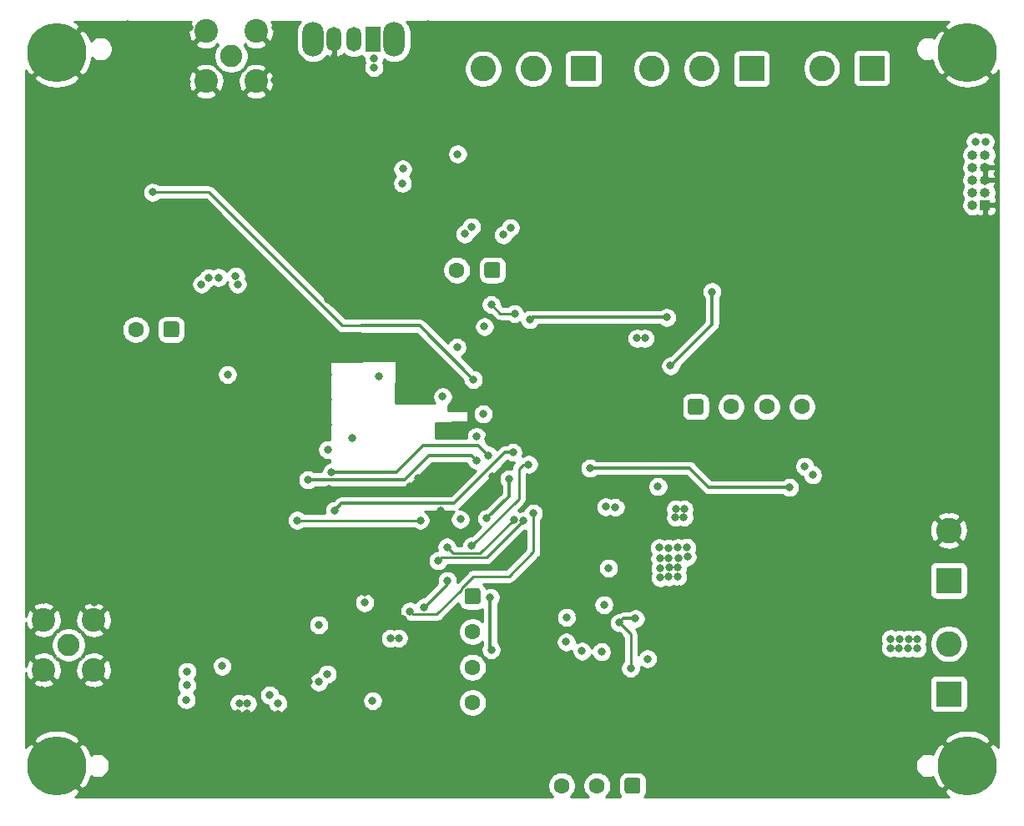
<source format=gbr>
%TF.GenerationSoftware,KiCad,Pcbnew,(5.1.8)-1*%
%TF.CreationDate,2021-01-18T01:00:06-05:00*%
%TF.ProjectId,Mercury,4d657263-7572-4792-9e6b-696361645f70,rev?*%
%TF.SameCoordinates,Original*%
%TF.FileFunction,Copper,L4,Bot*%
%TF.FilePolarity,Positive*%
%FSLAX46Y46*%
G04 Gerber Fmt 4.6, Leading zero omitted, Abs format (unit mm)*
G04 Created by KiCad (PCBNEW (5.1.8)-1) date 2021-01-18 01:00:06*
%MOMM*%
%LPD*%
G01*
G04 APERTURE LIST*
%TA.AperFunction,ComponentPad*%
%ADD10C,1.600000*%
%TD*%
%TA.AperFunction,ComponentPad*%
%ADD11R,2.600000X2.600000*%
%TD*%
%TA.AperFunction,ComponentPad*%
%ADD12C,2.600000*%
%TD*%
%TA.AperFunction,ComponentPad*%
%ADD13C,6.000000*%
%TD*%
%TA.AperFunction,ComponentPad*%
%ADD14C,0.800000*%
%TD*%
%TA.AperFunction,ComponentPad*%
%ADD15O,1.000000X1.000000*%
%TD*%
%TA.AperFunction,ComponentPad*%
%ADD16R,1.000000X1.000000*%
%TD*%
%TA.AperFunction,ComponentPad*%
%ADD17C,2.250000*%
%TD*%
%TA.AperFunction,ComponentPad*%
%ADD18C,2.400000*%
%TD*%
%TA.AperFunction,ComponentPad*%
%ADD19O,2.200000X3.500000*%
%TD*%
%TA.AperFunction,ComponentPad*%
%ADD20O,1.500000X2.500000*%
%TD*%
%TA.AperFunction,ComponentPad*%
%ADD21R,1.500000X2.500000*%
%TD*%
%TA.AperFunction,ViaPad*%
%ADD22C,0.800000*%
%TD*%
%TA.AperFunction,Conductor*%
%ADD23C,0.250000*%
%TD*%
%TA.AperFunction,Conductor*%
%ADD24C,0.300000*%
%TD*%
%TA.AperFunction,Conductor*%
%ADD25C,0.254000*%
%TD*%
%TA.AperFunction,Conductor*%
%ADD26C,0.100000*%
%TD*%
G04 APERTURE END LIST*
%TO.P,J5,1*%
%TO.N,Net-(J5-Pad1)*%
%TA.AperFunction,ComponentPad*%
G36*
G01*
X59870000Y-75040000D02*
X60970000Y-75040000D01*
G75*
G02*
X61220000Y-75290000I0J-250000D01*
G01*
X61220000Y-76390000D01*
G75*
G02*
X60970000Y-76640000I-250000J0D01*
G01*
X59870000Y-76640000D01*
G75*
G02*
X59620000Y-76390000I0J250000D01*
G01*
X59620000Y-75290000D01*
G75*
G02*
X59870000Y-75040000I250000J0D01*
G01*
G37*
%TD.AperFunction*%
D10*
%TO.P,J5,2*%
%TO.N,Net-(J5-Pad2)*%
X60420000Y-79440000D03*
%TO.P,J5,3*%
%TO.N,Net-(J5-Pad3)*%
X60420000Y-83040000D03*
%TO.P,J5,4*%
%TO.N,Net-(J5-Pad4)*%
X60420000Y-86640000D03*
%TD*%
D11*
%TO.P,J8,1*%
%TO.N,V+*%
X108720000Y-74240000D03*
D12*
%TO.P,J8,2*%
%TO.N,GND*%
X108720000Y-69160000D03*
%TD*%
%TO.P,J3,1*%
%TO.N,Net-(J3-Pad1)*%
%TA.AperFunction,ComponentPad*%
G36*
G01*
X77444500Y-94509500D02*
X77444500Y-95609500D01*
G75*
G02*
X77194500Y-95859500I-250000J0D01*
G01*
X76094500Y-95859500D01*
G75*
G02*
X75844500Y-95609500I0J250000D01*
G01*
X75844500Y-94509500D01*
G75*
G02*
X76094500Y-94259500I250000J0D01*
G01*
X77194500Y-94259500D01*
G75*
G02*
X77444500Y-94509500I0J-250000D01*
G01*
G37*
%TD.AperFunction*%
D10*
%TO.P,J3,2*%
%TO.N,Net-(J3-Pad2)*%
X73044500Y-95059500D03*
%TO.P,J3,3*%
%TO.N,Net-(J3-Pad3)*%
X69444500Y-95059500D03*
%TD*%
D13*
%TO.P,H4,1*%
%TO.N,GND*%
X110620000Y-20640000D03*
D14*
X108370000Y-20640000D03*
X109029010Y-19049010D03*
X110620000Y-18390000D03*
X112210990Y-19049010D03*
X112870000Y-20640000D03*
X112210990Y-22230990D03*
X110620000Y-22890000D03*
X109029010Y-22230990D03*
%TD*%
%TO.P,J6,1*%
%TO.N,Net-(J6-Pad1)*%
%TA.AperFunction,ComponentPad*%
G36*
G01*
X82260000Y-57160000D02*
X82260000Y-56060000D01*
G75*
G02*
X82510000Y-55810000I250000J0D01*
G01*
X83610000Y-55810000D01*
G75*
G02*
X83860000Y-56060000I0J-250000D01*
G01*
X83860000Y-57160000D01*
G75*
G02*
X83610000Y-57410000I-250000J0D01*
G01*
X82510000Y-57410000D01*
G75*
G02*
X82260000Y-57160000I0J250000D01*
G01*
G37*
%TD.AperFunction*%
D10*
%TO.P,J6,2*%
%TO.N,Net-(J6-Pad2)*%
X86660000Y-56610000D03*
%TO.P,J6,3*%
%TO.N,Net-(J6-Pad3)*%
X90260000Y-56610000D03*
%TO.P,J6,4*%
%TO.N,Net-(J6-Pad4)*%
X93860000Y-56610000D03*
%TD*%
%TO.P,J2,1*%
%TO.N,Net-(J2-Pad1)*%
%TA.AperFunction,ComponentPad*%
G36*
G01*
X63220000Y-42190000D02*
X63220000Y-43290000D01*
G75*
G02*
X62970000Y-43540000I-250000J0D01*
G01*
X61870000Y-43540000D01*
G75*
G02*
X61620000Y-43290000I0J250000D01*
G01*
X61620000Y-42190000D01*
G75*
G02*
X61870000Y-41940000I250000J0D01*
G01*
X62970000Y-41940000D01*
G75*
G02*
X63220000Y-42190000I0J-250000D01*
G01*
G37*
%TD.AperFunction*%
%TO.P,J2,2*%
%TO.N,Net-(J2-Pad2)*%
X58820000Y-42740000D03*
%TD*%
D13*
%TO.P,H3,1*%
%TO.N,GND*%
X18220000Y-20640000D03*
D14*
X15970000Y-20640000D03*
X16629010Y-19049010D03*
X18220000Y-18390000D03*
X19810990Y-19049010D03*
X20470000Y-20640000D03*
X19810990Y-22230990D03*
X18220000Y-22890000D03*
X16629010Y-22230990D03*
%TD*%
D13*
%TO.P,H2,1*%
%TO.N,GND*%
X18220000Y-93040000D03*
D14*
X15970000Y-93040000D03*
X16629010Y-91449010D03*
X18220000Y-90790000D03*
X19810990Y-91449010D03*
X20470000Y-93040000D03*
X19810990Y-94630990D03*
X18220000Y-95290000D03*
X16629010Y-94630990D03*
%TD*%
D13*
%TO.P,H1,1*%
%TO.N,GND*%
X110620000Y-93040000D03*
D14*
X108370000Y-93040000D03*
X109029010Y-91449010D03*
X110620000Y-90790000D03*
X112210990Y-91449010D03*
X112870000Y-93040000D03*
X112210990Y-94630990D03*
X110620000Y-95290000D03*
X109029010Y-94630990D03*
%TD*%
%TO.P,J4,1*%
%TO.N,Net-(J4-Pad1)*%
%TA.AperFunction,ComponentPad*%
G36*
G01*
X30645000Y-48218000D02*
X30645000Y-49318000D01*
G75*
G02*
X30395000Y-49568000I-250000J0D01*
G01*
X29295000Y-49568000D01*
G75*
G02*
X29045000Y-49318000I0J250000D01*
G01*
X29045000Y-48218000D01*
G75*
G02*
X29295000Y-47968000I250000J0D01*
G01*
X30395000Y-47968000D01*
G75*
G02*
X30645000Y-48218000I0J-250000D01*
G01*
G37*
%TD.AperFunction*%
D10*
%TO.P,J4,2*%
%TO.N,Net-(J4-Pad2)*%
X26245000Y-48768000D03*
%TD*%
D15*
%TO.P,J1,10*%
%TO.N,Net-(J1-Pad10)*%
X111150000Y-31060000D03*
%TO.P,J1,9*%
%TO.N,+3V3*%
X112420000Y-31060000D03*
%TO.P,J1,8*%
%TO.N,Net-(J1-Pad8)*%
X111150000Y-32330000D03*
%TO.P,J1,7*%
%TO.N,GND*%
X112420000Y-32330000D03*
%TO.P,J1,6*%
%TO.N,Net-(J1-Pad6)*%
X111150000Y-33600000D03*
%TO.P,J1,5*%
%TO.N,GND*%
X112420000Y-33600000D03*
%TO.P,J1,4*%
%TO.N,Net-(J1-Pad4)*%
X111150000Y-34870000D03*
%TO.P,J1,3*%
%TO.N,Net-(J1-Pad3)*%
X112420000Y-34870000D03*
%TO.P,J1,2*%
%TO.N,Net-(J1-Pad2)*%
X111150000Y-36140000D03*
D16*
%TO.P,J1,1*%
%TO.N,GND*%
X112420000Y-36140000D03*
%TD*%
D12*
%TO.P,J9,3*%
%TO.N,Input1*%
X61480500Y-22309500D03*
%TO.P,J9,2*%
%TO.N,Input2*%
X66560500Y-22309500D03*
D11*
%TO.P,J9,1*%
%TO.N,Input3*%
X71640500Y-22309500D03*
%TD*%
%TO.P,J10,1*%
%TO.N,Output1*%
X88722000Y-22309500D03*
D12*
%TO.P,J10,2*%
%TO.N,Output2*%
X83642000Y-22309500D03*
%TO.P,J10,3*%
%TO.N,Output3*%
X78562000Y-22309500D03*
%TD*%
%TO.P,J11,2*%
%TO.N,AGPIO1*%
X95840000Y-22240000D03*
D11*
%TO.P,J11,1*%
%TO.N,AGPIO2*%
X100920000Y-22240000D03*
%TD*%
%TO.P,J12,1*%
%TO.N,+5V*%
X108720000Y-85740000D03*
D12*
%TO.P,J12,2*%
%TO.N,+3V3*%
X108720000Y-80660000D03*
%TD*%
D17*
%TO.P,J13,1*%
%TO.N,Net-(C48-Pad1)*%
X35920000Y-21040000D03*
D18*
%TO.P,J13,2*%
%TO.N,GND*%
X38460000Y-23580000D03*
%TO.P,J13,3*%
X33380000Y-23580000D03*
%TO.P,J13,5*%
X33380000Y-18500000D03*
%TO.P,J13,4*%
X38460000Y-18500000D03*
%TD*%
%TO.P,J14,4*%
%TO.N,GND*%
X16891000Y-83312000D03*
%TO.P,J14,5*%
X21971000Y-83312000D03*
%TO.P,J14,3*%
X21971000Y-78232000D03*
%TO.P,J14,2*%
X16891000Y-78232000D03*
D17*
%TO.P,J14,1*%
%TO.N,Net-(C44-Pad1)*%
X19431000Y-80772000D03*
%TD*%
D19*
%TO.P,SW1,*%
%TO.N,*%
X44255500Y-19316700D03*
X52455500Y-19316700D03*
D20*
%TO.P,SW1,3*%
%TO.N,GND*%
X46355500Y-19316700D03*
%TO.P,SW1,2*%
%TO.N,Net-(R1-Pad1)*%
X48355500Y-19316700D03*
D21*
%TO.P,SW1,1*%
%TO.N,+3V3*%
X50355500Y-19316700D03*
%TD*%
D22*
%TO.N,*%
X35560000Y-53340000D03*
X45720000Y-60960000D03*
%TO.N,+3V3*%
X64260000Y-38430000D03*
X49469500Y-76489500D03*
X53340000Y-32470000D03*
X53310000Y-33940000D03*
X60310000Y-38350000D03*
X59620000Y-39070000D03*
X58900000Y-30970000D03*
X32920000Y-44170000D03*
X33610000Y-43540000D03*
X34650000Y-43490000D03*
X36580000Y-44180000D03*
X36380000Y-43340000D03*
X79220000Y-64700000D03*
X73930000Y-66760000D03*
X74920000Y-66800000D03*
X61490000Y-57340000D03*
X57380000Y-55580000D03*
X59190000Y-68040000D03*
X61620000Y-48470000D03*
X58850000Y-50570000D03*
X52910000Y-80100000D03*
X52090000Y-80120000D03*
X44800000Y-84550000D03*
X45690000Y-83730000D03*
X40670000Y-86690000D03*
X39840000Y-85880000D03*
X37570000Y-86720000D03*
X36750000Y-86710000D03*
X31380000Y-86350000D03*
X31430000Y-84880000D03*
X31440000Y-83490000D03*
X35000000Y-82940000D03*
X50280000Y-86440000D03*
X71530000Y-81410000D03*
X73500000Y-81470000D03*
X69920000Y-80480000D03*
X69950000Y-77970000D03*
X78160000Y-82190000D03*
X94920000Y-63530000D03*
X94120000Y-62660000D03*
X81030000Y-66980000D03*
X81010000Y-67850000D03*
X81850000Y-67830000D03*
X81880000Y-66990000D03*
X82210000Y-71840000D03*
X81290000Y-72000000D03*
X81230000Y-72940000D03*
X81240000Y-73850000D03*
X80330000Y-73880000D03*
X80340000Y-72910000D03*
X80330000Y-71960000D03*
X82150000Y-70880000D03*
X81240000Y-70920000D03*
X80280000Y-70940000D03*
X79360000Y-70910000D03*
X79410000Y-72010000D03*
X79430000Y-72980000D03*
X79460000Y-73960000D03*
X105550000Y-80210000D03*
X104643334Y-80200000D03*
X103736668Y-80180000D03*
X102830000Y-80160000D03*
X104613334Y-81130000D03*
X102800000Y-81090000D03*
X103706668Y-81110000D03*
X105520000Y-81140000D03*
X50397400Y-21230000D03*
X50417400Y-22180000D03*
X112430000Y-29710000D03*
X111430000Y-29700000D03*
X73753870Y-76711449D03*
X74220000Y-72990000D03*
X77920000Y-49665000D03*
X77095000Y-49665000D03*
X60820000Y-59640000D03*
X63554338Y-39165662D03*
X44810000Y-78750000D03*
%TO.N,GND*%
X31740000Y-18150000D03*
X22010000Y-76450000D03*
X53410000Y-78170000D03*
X26960000Y-42350000D03*
X73780000Y-69480000D03*
X75670000Y-65860000D03*
X50920000Y-53540000D03*
X79340000Y-66060000D03*
X62420000Y-63640000D03*
X57170000Y-67180000D03*
X45840000Y-64970000D03*
X35760000Y-45880000D03*
X33600000Y-45890000D03*
X36740000Y-29420000D03*
X34460000Y-32810000D03*
X51670000Y-33180000D03*
X54030000Y-35750000D03*
X58070000Y-29210000D03*
X56410000Y-29240000D03*
X56300000Y-40770000D03*
X61060000Y-51570000D03*
X62010000Y-59840000D03*
X54930000Y-64730000D03*
X54030000Y-64720000D03*
X54900000Y-63850000D03*
X72860000Y-52350000D03*
X68110000Y-80600000D03*
X68120000Y-81500000D03*
X68280000Y-77650000D03*
X71230000Y-77830000D03*
X75230000Y-77230000D03*
X106970000Y-52470000D03*
X106020000Y-52440000D03*
X105090000Y-52460000D03*
X104100000Y-52430000D03*
X112300000Y-37760000D03*
X112290000Y-38680000D03*
X111270000Y-37750000D03*
X111270000Y-38690000D03*
X113250000Y-38670000D03*
X113250000Y-37740000D03*
X79780000Y-50440000D03*
X60750000Y-56250000D03*
X54640000Y-54090000D03*
X54630000Y-55520000D03*
X57180000Y-48030000D03*
X59650000Y-47270000D03*
X54760000Y-79540000D03*
X43790000Y-84540000D03*
X43100000Y-83610000D03*
X43100000Y-82550000D03*
X37510000Y-87730000D03*
X36640000Y-87710000D03*
X40680000Y-87790000D03*
X39760000Y-88570000D03*
X38410000Y-88570000D03*
X33890000Y-83450000D03*
X33930000Y-84800000D03*
X33930000Y-86270000D03*
X29940000Y-82810000D03*
X34080000Y-82090000D03*
X26570000Y-79250000D03*
X21980000Y-85460000D03*
X16730000Y-85340000D03*
X16860000Y-76250000D03*
X22010000Y-86270000D03*
X16740000Y-86120000D03*
X16810000Y-75330000D03*
X22030000Y-75570000D03*
X36340000Y-83490000D03*
X40250000Y-84520000D03*
X41330000Y-83210000D03*
X41320000Y-79890000D03*
X37590000Y-76160000D03*
X43060000Y-79640000D03*
X47460000Y-84210000D03*
X49530000Y-84880000D03*
X49500000Y-75470000D03*
X47600000Y-87740000D03*
X48730000Y-87770000D03*
X52030000Y-74250000D03*
X52950000Y-73340000D03*
X44370000Y-72010000D03*
X73550000Y-83040000D03*
X71460000Y-83020000D03*
X83480000Y-84640000D03*
X81240000Y-84710000D03*
X83510000Y-85600000D03*
X82630000Y-85630000D03*
X81770000Y-85680000D03*
X80930000Y-85700000D03*
X83550000Y-86450000D03*
X82670000Y-86490000D03*
X81780000Y-86530000D03*
X80930000Y-86530000D03*
X92350000Y-86520000D03*
X91440000Y-86550000D03*
X93240000Y-86570000D03*
X94070000Y-85250000D03*
X94090000Y-86140000D03*
X97690000Y-83300000D03*
X96680000Y-83270000D03*
X98620000Y-83290000D03*
X98900000Y-82290000D03*
X98970000Y-81380000D03*
X98860000Y-80420000D03*
X92370000Y-75880000D03*
X91490000Y-75880000D03*
X90570000Y-75880000D03*
X93240000Y-75860000D03*
X93990000Y-73500000D03*
X94130000Y-75840000D03*
X82630000Y-76230000D03*
X83570000Y-76240000D03*
X81730000Y-76250000D03*
X81390000Y-75090000D03*
X83890000Y-74950000D03*
X99080000Y-71700000D03*
X97920000Y-70470000D03*
X99050000Y-70570000D03*
X46337400Y-21220000D03*
X46347400Y-22300000D03*
X31430000Y-23650000D03*
X40410000Y-18150000D03*
X40310000Y-23480000D03*
X80760000Y-50440000D03*
X92360000Y-62270000D03*
X92380000Y-61430000D03*
X104140000Y-93980000D03*
X88900000Y-93980000D03*
X83820000Y-93980000D03*
X104140000Y-91440000D03*
X99060000Y-91440000D03*
X93980000Y-91440000D03*
X93980000Y-93980000D03*
X99060000Y-93980000D03*
X104140000Y-88900000D03*
X99060000Y-88900000D03*
X93980000Y-88900000D03*
X88900000Y-88900000D03*
X88900000Y-91440000D03*
X83820000Y-91440000D03*
X83820000Y-88900000D03*
X110744000Y-67056000D03*
X109728000Y-67056000D03*
X108712000Y-67056000D03*
X107696000Y-67056000D03*
X106680000Y-67056000D03*
X110744000Y-66040000D03*
X109728000Y-66040000D03*
X108712000Y-66040000D03*
X107696000Y-66040000D03*
X106680000Y-66040000D03*
X110744000Y-65024000D03*
X109728000Y-65024000D03*
X108712000Y-65024000D03*
X107696000Y-65024000D03*
X106680000Y-65024000D03*
X110744000Y-64008000D03*
X109728000Y-64008000D03*
X108712000Y-64008000D03*
X107696000Y-64008000D03*
X106680000Y-64008000D03*
X105664000Y-67056000D03*
X105664000Y-66040000D03*
X105664000Y-65024000D03*
X105664000Y-64008000D03*
X105664000Y-68072000D03*
X110744000Y-68072000D03*
X75279990Y-79830000D03*
X66040000Y-93980000D03*
X66040000Y-91440000D03*
X66040000Y-88900000D03*
X60960000Y-88900000D03*
X60960000Y-91440000D03*
X60960000Y-93980000D03*
X55880000Y-93980000D03*
X55880000Y-91440000D03*
X55880000Y-88900000D03*
X50800000Y-88900000D03*
X50800000Y-93980000D03*
X50800000Y-91440000D03*
X45720000Y-88900000D03*
X45720000Y-91440000D03*
X45720000Y-93980000D03*
X40640000Y-88900000D03*
X40640000Y-91440000D03*
X40640000Y-93980000D03*
X35560000Y-93980000D03*
X35560000Y-91440000D03*
X35560000Y-88900000D03*
X30480000Y-88900000D03*
X30480000Y-91440000D03*
X30480000Y-93980000D03*
X25400000Y-88900000D03*
X25400000Y-91440000D03*
X25400000Y-93980000D03*
X20320000Y-88900000D03*
X25400000Y-86360000D03*
X25400000Y-83820000D03*
X25400000Y-76200000D03*
X25400000Y-73660000D03*
X25400000Y-71120000D03*
X25400000Y-63500000D03*
X25400000Y-60960000D03*
X25400000Y-58420000D03*
X25400000Y-55880000D03*
X25400000Y-53340000D03*
X25400000Y-43180000D03*
X25400000Y-40640000D03*
X25400000Y-38100000D03*
X25400000Y-35560000D03*
X25400000Y-33020000D03*
X25400000Y-30480000D03*
X25400000Y-27940000D03*
X25400000Y-25400000D03*
X25400000Y-22860000D03*
X25400000Y-20320000D03*
X25400000Y-17780000D03*
X20320000Y-25400000D03*
X20320000Y-27940000D03*
X20320000Y-30480000D03*
X20320000Y-33020000D03*
X20320000Y-35560000D03*
X20320000Y-38100000D03*
X20320000Y-40640000D03*
X20320000Y-43180000D03*
X20320000Y-45720000D03*
X20320000Y-48260000D03*
X20320000Y-50800000D03*
X20320000Y-53340000D03*
X20320000Y-55880000D03*
X20320000Y-58420000D03*
X20320000Y-60960000D03*
X20320000Y-66040000D03*
X20320000Y-63500000D03*
X20320000Y-68580000D03*
X20320000Y-71120000D03*
X20320000Y-73660000D03*
X30480000Y-76200000D03*
X30480000Y-71120000D03*
X30480000Y-73660000D03*
X30480000Y-68580000D03*
X30480000Y-60960000D03*
X30480000Y-58420000D03*
X30480000Y-55880000D03*
X48172331Y-59789990D03*
X35560000Y-76200000D03*
X35560000Y-73660000D03*
X35560000Y-71120000D03*
X35560000Y-68580000D03*
X35560000Y-66040000D03*
X35560000Y-63500000D03*
X35560000Y-60960000D03*
X35560000Y-50800000D03*
X40640000Y-50800000D03*
X40640000Y-53340000D03*
X40640000Y-55880000D03*
X40640000Y-58420000D03*
X40640000Y-66040000D03*
X40640000Y-45720000D03*
X40640000Y-38100000D03*
X40640000Y-35560000D03*
X40640000Y-33020000D03*
X40640000Y-30480000D03*
X40640000Y-27940000D03*
X40640000Y-25400000D03*
X40640000Y-20320000D03*
X45720000Y-27940000D03*
X45720000Y-30480000D03*
X45720000Y-33020000D03*
X45720000Y-35560000D03*
X45720000Y-38100000D03*
X45720000Y-43180000D03*
X45720000Y-45720000D03*
X45720000Y-50800000D03*
X45720000Y-53340000D03*
X45720000Y-55880000D03*
X45720000Y-58420000D03*
X45720000Y-71120000D03*
X45720000Y-76200000D03*
X45720000Y-86360000D03*
X66040000Y-86360000D03*
X66040000Y-83820000D03*
X66040000Y-81280000D03*
X66040000Y-78740000D03*
X66040000Y-76200000D03*
X66040000Y-73660000D03*
X66040000Y-60960000D03*
X66040000Y-58420000D03*
X66040000Y-55880000D03*
X66040000Y-53340000D03*
X63500000Y-55880000D03*
X63500000Y-53340000D03*
X68580000Y-53340000D03*
X68580000Y-55880000D03*
X68580000Y-58420000D03*
X68580000Y-60960000D03*
X68580000Y-63500000D03*
X71120000Y-63500000D03*
X71120000Y-60960000D03*
X71120000Y-58420000D03*
X71120000Y-55880000D03*
X71120000Y-53340000D03*
X50800000Y-25400000D03*
X50800000Y-27940000D03*
X50800000Y-30480000D03*
X50800000Y-33020000D03*
X50800000Y-35560000D03*
X50800000Y-38100000D03*
X50800000Y-43180000D03*
X50800000Y-50800000D03*
X55880000Y-17780000D03*
X55880000Y-20320000D03*
X55880000Y-25400000D03*
X55880000Y-22860000D03*
X55880000Y-43180000D03*
X55880000Y-45720000D03*
X35680000Y-84120000D03*
X47590000Y-88650000D03*
X48760000Y-88680000D03*
X35710000Y-79880000D03*
X35700000Y-79020000D03*
X104140000Y-83820000D03*
X104140000Y-78740000D03*
X99060000Y-73660000D03*
X104140000Y-71120000D03*
X104140000Y-66040000D03*
X104140000Y-60960000D03*
X104140000Y-55880000D03*
X99060000Y-55880000D03*
X99060000Y-60960000D03*
X99060000Y-66040000D03*
X99060000Y-68580000D03*
X104140000Y-50800000D03*
X99060000Y-50800000D03*
X93980000Y-50800000D03*
X88900000Y-50800000D03*
X83820000Y-50800000D03*
X83820000Y-68580000D03*
X83820000Y-78740000D03*
X104140000Y-45720000D03*
X99060000Y-45720000D03*
X93980000Y-45720000D03*
X88900000Y-45720000D03*
X104140000Y-40640000D03*
X99060000Y-40640000D03*
X93980000Y-40640000D03*
X83820000Y-40640000D03*
X99060000Y-63500000D03*
X99060000Y-58420000D03*
X99060000Y-48260000D03*
X104140000Y-48260000D03*
X104140000Y-58420000D03*
X104140000Y-63500000D03*
X104140000Y-43180000D03*
X93980000Y-43180000D03*
X83820000Y-38100000D03*
X93980000Y-33020000D03*
X99060000Y-38100000D03*
X99060000Y-35560000D03*
X104140000Y-35560000D03*
X83820000Y-33020000D03*
X93980000Y-30480000D03*
X83820000Y-30480000D03*
X88900000Y-38100000D03*
X88900000Y-35560000D03*
X88900000Y-33020000D03*
X88900000Y-25400000D03*
X78740000Y-45720000D03*
X78740000Y-43180000D03*
X78740000Y-38100000D03*
X78740000Y-35560000D03*
X78740000Y-25400000D03*
X73660000Y-25400000D03*
X73660000Y-30480000D03*
X73660000Y-33020000D03*
X104140000Y-27940000D03*
X25400000Y-66040000D03*
X30480000Y-66040000D03*
%TO.N,I2C1_SCL*%
X64680000Y-47170000D03*
X62319990Y-46240000D03*
%TO.N,I2C2_SDA*%
X76450000Y-83150000D03*
X76945010Y-78110000D03*
X75279990Y-78540000D03*
%TO.N,SWDIO*%
X84720000Y-44940000D03*
X80500000Y-52460000D03*
%TO.N,SWO*%
X80120000Y-47540000D03*
X66220000Y-47765000D03*
%TO.N,UART1_TX*%
X60820000Y-62040000D03*
X43720000Y-64040000D03*
%TO.N,UART1_RX*%
X62020000Y-61540000D03*
X46120024Y-63240000D03*
%TO.N,SPI1_SCK*%
X62220000Y-75940000D03*
X62306200Y-81280000D03*
%TO.N,RF_CS*%
X64120000Y-63940000D03*
X61851490Y-67940000D03*
%TO.N,SPI2_MISO*%
X72320000Y-62840000D03*
X92563000Y-64797000D03*
%TO.N,RF_HGM*%
X64601500Y-68058500D03*
X57820000Y-70840000D03*
X55120000Y-68140000D03*
X42620000Y-68140000D03*
%TO.N,RF_LNA_EN*%
X64520000Y-61240000D03*
X46420000Y-67140000D03*
%TO.N,RF_PA_EN*%
X65601500Y-68158500D03*
X56920000Y-72240000D03*
%TO.N,RF_GPO1*%
X60320000Y-70740000D03*
X66110000Y-62460000D03*
X55520000Y-76940000D03*
X57839662Y-74259662D03*
%TO.N,RF_GPO0*%
X66601500Y-67421500D03*
X54060000Y-77360000D03*
%TO.N,~GPS_SAFEBOOT*%
X60490000Y-53840000D03*
X27960000Y-34850000D03*
%TD*%
D23*
%TO.N,I2C1_SCL*%
X64790000Y-47140000D02*
X63219990Y-47140000D01*
X63219990Y-47140000D02*
X62319990Y-46240000D01*
D24*
%TO.N,I2C2_SDA*%
X76945010Y-78110000D02*
X75709990Y-78110000D01*
D23*
X76450000Y-83150000D02*
X76450000Y-79710010D01*
X76450000Y-79710010D02*
X75279990Y-78540000D01*
D24*
X75709990Y-78110000D02*
X75279990Y-78540000D01*
%TO.N,SWDIO*%
X84720000Y-44940000D02*
X84720000Y-48240000D01*
X84720000Y-48240000D02*
X80520000Y-52440000D01*
%TO.N,SWO*%
X66470000Y-47515000D02*
X66220000Y-47765000D01*
X80095000Y-47515000D02*
X66470000Y-47515000D01*
X80120000Y-47540000D02*
X80095000Y-47515000D01*
%TO.N,UART1_TX*%
X44580011Y-64000011D02*
X44580011Y-64000011D01*
X53547111Y-64000011D02*
X43759989Y-64000011D01*
X56007122Y-61540000D02*
X53547111Y-64000011D01*
X43759989Y-64000011D02*
X43720000Y-64040000D01*
X60320000Y-61540000D02*
X56007122Y-61540000D01*
X60820000Y-62040000D02*
X60320000Y-61540000D01*
%TO.N,UART1_RX*%
X61020000Y-60540000D02*
X62020000Y-61540000D01*
X52720000Y-63240000D02*
X55420000Y-60540000D01*
X46120024Y-63240000D02*
X46120024Y-63240000D01*
X55420000Y-60540000D02*
X61020000Y-60540000D01*
X46120024Y-63240000D02*
X52720000Y-63240000D01*
%TO.N,SPI1_SCK*%
X62220000Y-81193800D02*
X62306200Y-81280000D01*
X62220000Y-75940000D02*
X62220000Y-81193800D01*
%TO.N,RF_CS*%
X64120000Y-63940000D02*
X64120000Y-64840000D01*
X64120000Y-63940000D02*
X64120000Y-65671490D01*
X64120000Y-65671490D02*
X61851490Y-67940000D01*
%TO.N,SPI2_MISO*%
X73120000Y-62840000D02*
X72320000Y-62840000D01*
X82420000Y-62840000D02*
X80520000Y-62840000D01*
X84377000Y-64797000D02*
X82420000Y-62840000D01*
X92563000Y-64797000D02*
X84377000Y-64797000D01*
X80520000Y-62840000D02*
X73120000Y-62840000D01*
X80720000Y-62840000D02*
X80520000Y-62840000D01*
D23*
%TO.N,RF_HGM*%
X58445001Y-71465001D02*
X57820000Y-70840000D01*
X61194999Y-71465001D02*
X58445001Y-71465001D01*
X64601500Y-68058500D02*
X61194999Y-71465001D01*
X57820000Y-70840000D02*
X57820000Y-70840000D01*
X55120000Y-68140000D02*
X42620000Y-68140000D01*
X42620000Y-68140000D02*
X42620000Y-68140000D01*
D24*
%TO.N,RF_LNA_EN*%
X58519999Y-66429999D02*
X47130001Y-66429999D01*
X63709998Y-61240000D02*
X58519999Y-66429999D01*
X47130001Y-66429999D02*
X46420000Y-67140000D01*
X64520000Y-61240000D02*
X63709998Y-61240000D01*
D23*
%TO.N,RF_PA_EN*%
X57244989Y-71915011D02*
X56920000Y-72240000D01*
X61844989Y-71915011D02*
X57244989Y-71915011D01*
X65601500Y-68158500D02*
X61844989Y-71915011D01*
X56920000Y-72240000D02*
X56920000Y-72240000D01*
%TO.N,RF_GPO1*%
X65544315Y-62460000D02*
X66110000Y-62460000D01*
X65120000Y-62884315D02*
X65544315Y-62460000D01*
X65120000Y-65940000D02*
X65120000Y-62884315D01*
X60320000Y-70740000D02*
X65120000Y-65940000D01*
X55520000Y-76940000D02*
X57839662Y-74620338D01*
X57839662Y-74620338D02*
X57839662Y-74259662D01*
%TO.N,RF_GPO0*%
X59294990Y-75051820D02*
X59294990Y-75165010D01*
X60506810Y-73840000D02*
X59294990Y-75051820D01*
X54365001Y-77665001D02*
X54060000Y-77360000D01*
X59294990Y-75165010D02*
X56794999Y-77665001D01*
X64120000Y-73840000D02*
X60506810Y-73840000D01*
X66620000Y-71340000D02*
X64120000Y-73840000D01*
X66620000Y-67877000D02*
X66620000Y-71340000D01*
X66601500Y-67858500D02*
X66620000Y-67877000D01*
X56794999Y-77665001D02*
X54365001Y-77665001D01*
X66601500Y-67421500D02*
X66601500Y-67858500D01*
%TO.N,~GPS_SAFEBOOT*%
X27960000Y-34850000D02*
X27960000Y-34850000D01*
X33670000Y-34850000D02*
X27960000Y-34850000D01*
X47200000Y-48380000D02*
X33670000Y-34850000D01*
D24*
X55030000Y-48380000D02*
X49130000Y-48380000D01*
X60490000Y-53840000D02*
X55030000Y-48380000D01*
D23*
X49130000Y-48380000D02*
X47200000Y-48380000D01*
X49340000Y-48380000D02*
X49130000Y-48380000D01*
%TD*%
D25*
%TO.N,GND*%
X31817164Y-17521514D02*
X31656301Y-17845210D01*
X31561678Y-18194069D01*
X31536933Y-18554684D01*
X31583015Y-18913198D01*
X31698154Y-19255833D01*
X31817164Y-19478486D01*
X32102020Y-19598374D01*
X33200395Y-18500000D01*
X33186252Y-18485858D01*
X33365858Y-18306252D01*
X33380000Y-18320395D01*
X33394142Y-18306252D01*
X33573748Y-18485858D01*
X33559605Y-18500000D01*
X33573748Y-18514142D01*
X33394142Y-18693748D01*
X33380000Y-18679605D01*
X32281626Y-19777980D01*
X32401514Y-20062836D01*
X32725210Y-20223699D01*
X33074069Y-20318322D01*
X33434684Y-20343067D01*
X33793198Y-20296985D01*
X34135833Y-20181846D01*
X34358486Y-20062836D01*
X34478373Y-19777981D01*
X34585688Y-19885296D01*
X34552919Y-19918065D01*
X34360308Y-20206327D01*
X34227636Y-20526627D01*
X34160000Y-20866655D01*
X34160000Y-21213345D01*
X34227636Y-21553373D01*
X34360308Y-21873673D01*
X34552919Y-22161935D01*
X34585688Y-22194704D01*
X34478373Y-22302019D01*
X34358486Y-22017164D01*
X34034790Y-21856301D01*
X33685931Y-21761678D01*
X33325316Y-21736933D01*
X32966802Y-21783015D01*
X32624167Y-21898154D01*
X32401514Y-22017164D01*
X32281626Y-22302020D01*
X33380000Y-23400395D01*
X33394142Y-23386252D01*
X33573748Y-23565858D01*
X33559605Y-23580000D01*
X34657980Y-24678374D01*
X34942836Y-24558486D01*
X35103699Y-24234790D01*
X35198322Y-23885931D01*
X35223067Y-23525316D01*
X35176985Y-23166802D01*
X35061846Y-22824167D01*
X34942836Y-22601514D01*
X34657981Y-22481627D01*
X34765296Y-22374312D01*
X34798065Y-22407081D01*
X35086327Y-22599692D01*
X35406627Y-22732364D01*
X35746655Y-22800000D01*
X36093345Y-22800000D01*
X36433373Y-22732364D01*
X36753673Y-22599692D01*
X37041935Y-22407081D01*
X37074704Y-22374312D01*
X37182019Y-22481627D01*
X36897164Y-22601514D01*
X36736301Y-22925210D01*
X36641678Y-23274069D01*
X36616933Y-23634684D01*
X36663015Y-23993198D01*
X36778154Y-24335833D01*
X36897164Y-24558486D01*
X37182020Y-24678374D01*
X38280395Y-23580000D01*
X38639605Y-23580000D01*
X39737980Y-24678374D01*
X40022836Y-24558486D01*
X40183699Y-24234790D01*
X40278322Y-23885931D01*
X40303067Y-23525316D01*
X40256985Y-23166802D01*
X40141846Y-22824167D01*
X40022836Y-22601514D01*
X39737980Y-22481626D01*
X38639605Y-23580000D01*
X38280395Y-23580000D01*
X38266252Y-23565858D01*
X38445858Y-23386252D01*
X38460000Y-23400395D01*
X39558374Y-22302020D01*
X39438486Y-22017164D01*
X39114790Y-21856301D01*
X38765931Y-21761678D01*
X38405316Y-21736933D01*
X38046802Y-21783015D01*
X37704167Y-21898154D01*
X37481514Y-22017164D01*
X37361627Y-22302019D01*
X37254312Y-22194704D01*
X37287081Y-22161935D01*
X37479692Y-21873673D01*
X37612364Y-21553373D01*
X37680000Y-21213345D01*
X37680000Y-20866655D01*
X37612364Y-20526627D01*
X37479692Y-20206327D01*
X37287081Y-19918065D01*
X37254312Y-19885296D01*
X37361627Y-19777981D01*
X37481514Y-20062836D01*
X37805210Y-20223699D01*
X38154069Y-20318322D01*
X38514684Y-20343067D01*
X38873198Y-20296985D01*
X39215833Y-20181846D01*
X39438486Y-20062836D01*
X39558374Y-19777980D01*
X38460000Y-18679605D01*
X38445858Y-18693748D01*
X38266252Y-18514142D01*
X38280395Y-18500000D01*
X38266252Y-18485858D01*
X38445858Y-18306252D01*
X38460000Y-18320395D01*
X38474142Y-18306252D01*
X38653748Y-18485858D01*
X38639605Y-18500000D01*
X39737980Y-19598374D01*
X40022836Y-19478486D01*
X40183699Y-19154790D01*
X40278322Y-18805931D01*
X40303067Y-18445316D01*
X40256985Y-18086802D01*
X40141846Y-17744167D01*
X40022836Y-17521514D01*
X39971718Y-17500000D01*
X42968516Y-17500000D01*
X42805922Y-17698122D01*
X42644815Y-17999532D01*
X42545605Y-18326581D01*
X42520500Y-18581475D01*
X42520500Y-20051924D01*
X42545605Y-20306818D01*
X42644814Y-20633867D01*
X42805921Y-20935277D01*
X43022734Y-21199466D01*
X43286922Y-21416279D01*
X43588332Y-21577386D01*
X43915381Y-21676595D01*
X44255500Y-21710094D01*
X44595618Y-21676595D01*
X44922667Y-21577386D01*
X45224077Y-21416279D01*
X45488266Y-21199466D01*
X45645663Y-21007677D01*
X45691632Y-21038842D01*
X45942816Y-21144873D01*
X46014315Y-21159018D01*
X46228500Y-21036356D01*
X46228500Y-19443700D01*
X46208500Y-19443700D01*
X46208500Y-19189700D01*
X46228500Y-19189700D01*
X46228500Y-19169700D01*
X46482500Y-19169700D01*
X46482500Y-19189700D01*
X46502500Y-19189700D01*
X46502500Y-19443700D01*
X46482500Y-19443700D01*
X46482500Y-21036356D01*
X46696685Y-21159018D01*
X46768184Y-21144873D01*
X47019368Y-21038842D01*
X47245040Y-20885845D01*
X47352142Y-20777291D01*
X47371419Y-20800780D01*
X47582312Y-20973857D01*
X47822919Y-21102464D01*
X48083993Y-21181660D01*
X48355500Y-21208401D01*
X48627006Y-21181660D01*
X48888080Y-21102464D01*
X49121385Y-20977760D01*
X49154315Y-21017885D01*
X49251006Y-21097237D01*
X49361320Y-21156202D01*
X49362400Y-21156530D01*
X49362400Y-21331939D01*
X49402174Y-21531898D01*
X49480195Y-21720256D01*
X49484739Y-21727057D01*
X49422174Y-21878102D01*
X49382400Y-22078061D01*
X49382400Y-22281939D01*
X49422174Y-22481898D01*
X49500195Y-22670256D01*
X49613463Y-22839774D01*
X49757626Y-22983937D01*
X49927144Y-23097205D01*
X50115502Y-23175226D01*
X50315461Y-23215000D01*
X50519339Y-23215000D01*
X50719298Y-23175226D01*
X50907656Y-23097205D01*
X51077174Y-22983937D01*
X51221337Y-22839774D01*
X51334605Y-22670256D01*
X51412626Y-22481898D01*
X51452400Y-22281939D01*
X51452400Y-22118919D01*
X59545500Y-22118919D01*
X59545500Y-22500081D01*
X59619861Y-22873919D01*
X59765725Y-23226066D01*
X59977487Y-23542991D01*
X60247009Y-23812513D01*
X60563934Y-24024275D01*
X60916081Y-24170139D01*
X61289919Y-24244500D01*
X61671081Y-24244500D01*
X62044919Y-24170139D01*
X62397066Y-24024275D01*
X62713991Y-23812513D01*
X62983513Y-23542991D01*
X63195275Y-23226066D01*
X63341139Y-22873919D01*
X63415500Y-22500081D01*
X63415500Y-22118919D01*
X64625500Y-22118919D01*
X64625500Y-22500081D01*
X64699861Y-22873919D01*
X64845725Y-23226066D01*
X65057487Y-23542991D01*
X65327009Y-23812513D01*
X65643934Y-24024275D01*
X65996081Y-24170139D01*
X66369919Y-24244500D01*
X66751081Y-24244500D01*
X67124919Y-24170139D01*
X67477066Y-24024275D01*
X67793991Y-23812513D01*
X68063513Y-23542991D01*
X68275275Y-23226066D01*
X68421139Y-22873919D01*
X68495500Y-22500081D01*
X68495500Y-22118919D01*
X68421139Y-21745081D01*
X68275275Y-21392934D01*
X68063513Y-21076009D01*
X67997004Y-21009500D01*
X69702428Y-21009500D01*
X69702428Y-23609500D01*
X69714688Y-23733982D01*
X69750998Y-23853680D01*
X69809963Y-23963994D01*
X69889315Y-24060685D01*
X69986006Y-24140037D01*
X70096320Y-24199002D01*
X70216018Y-24235312D01*
X70340500Y-24247572D01*
X72940500Y-24247572D01*
X73064982Y-24235312D01*
X73184680Y-24199002D01*
X73294994Y-24140037D01*
X73391685Y-24060685D01*
X73471037Y-23963994D01*
X73530002Y-23853680D01*
X73566312Y-23733982D01*
X73578572Y-23609500D01*
X73578572Y-22118919D01*
X76627000Y-22118919D01*
X76627000Y-22500081D01*
X76701361Y-22873919D01*
X76847225Y-23226066D01*
X77058987Y-23542991D01*
X77328509Y-23812513D01*
X77645434Y-24024275D01*
X77997581Y-24170139D01*
X78371419Y-24244500D01*
X78752581Y-24244500D01*
X79126419Y-24170139D01*
X79478566Y-24024275D01*
X79795491Y-23812513D01*
X80065013Y-23542991D01*
X80276775Y-23226066D01*
X80422639Y-22873919D01*
X80497000Y-22500081D01*
X80497000Y-22118919D01*
X81707000Y-22118919D01*
X81707000Y-22500081D01*
X81781361Y-22873919D01*
X81927225Y-23226066D01*
X82138987Y-23542991D01*
X82408509Y-23812513D01*
X82725434Y-24024275D01*
X83077581Y-24170139D01*
X83451419Y-24244500D01*
X83832581Y-24244500D01*
X84206419Y-24170139D01*
X84558566Y-24024275D01*
X84875491Y-23812513D01*
X85145013Y-23542991D01*
X85356775Y-23226066D01*
X85502639Y-22873919D01*
X85577000Y-22500081D01*
X85577000Y-22118919D01*
X85502639Y-21745081D01*
X85356775Y-21392934D01*
X85145013Y-21076009D01*
X85078504Y-21009500D01*
X86783928Y-21009500D01*
X86783928Y-23609500D01*
X86796188Y-23733982D01*
X86832498Y-23853680D01*
X86891463Y-23963994D01*
X86970815Y-24060685D01*
X87067506Y-24140037D01*
X87177820Y-24199002D01*
X87297518Y-24235312D01*
X87422000Y-24247572D01*
X90022000Y-24247572D01*
X90146482Y-24235312D01*
X90266180Y-24199002D01*
X90376494Y-24140037D01*
X90473185Y-24060685D01*
X90552537Y-23963994D01*
X90611502Y-23853680D01*
X90647812Y-23733982D01*
X90660072Y-23609500D01*
X90660072Y-22049419D01*
X93905000Y-22049419D01*
X93905000Y-22430581D01*
X93979361Y-22804419D01*
X94125225Y-23156566D01*
X94336987Y-23473491D01*
X94606509Y-23743013D01*
X94923434Y-23954775D01*
X95275581Y-24100639D01*
X95649419Y-24175000D01*
X96030581Y-24175000D01*
X96404419Y-24100639D01*
X96756566Y-23954775D01*
X97073491Y-23743013D01*
X97343013Y-23473491D01*
X97554775Y-23156566D01*
X97700639Y-22804419D01*
X97775000Y-22430581D01*
X97775000Y-22049419D01*
X97700639Y-21675581D01*
X97554775Y-21323434D01*
X97343013Y-21006509D01*
X97276504Y-20940000D01*
X98981928Y-20940000D01*
X98981928Y-23540000D01*
X98994188Y-23664482D01*
X99030498Y-23784180D01*
X99089463Y-23894494D01*
X99168815Y-23991185D01*
X99265506Y-24070537D01*
X99375820Y-24129502D01*
X99495518Y-24165812D01*
X99620000Y-24178072D01*
X102220000Y-24178072D01*
X102344482Y-24165812D01*
X102464180Y-24129502D01*
X102574494Y-24070537D01*
X102671185Y-23991185D01*
X102750537Y-23894494D01*
X102809502Y-23784180D01*
X102845812Y-23664482D01*
X102858072Y-23540000D01*
X102858072Y-23198686D01*
X108240919Y-23198686D01*
X108577106Y-23667868D01*
X109207068Y-24008237D01*
X109891327Y-24219166D01*
X110603589Y-24292550D01*
X111316482Y-24225569D01*
X112002609Y-24020796D01*
X112635603Y-23686102D01*
X112662894Y-23667868D01*
X112999081Y-23198686D01*
X110620000Y-20819605D01*
X108240919Y-23198686D01*
X102858072Y-23198686D01*
X102858072Y-20940000D01*
X102845812Y-20815518D01*
X102809502Y-20695820D01*
X102750537Y-20585506D01*
X102671185Y-20488815D01*
X102574494Y-20409463D01*
X102464180Y-20350498D01*
X102344482Y-20314188D01*
X102220000Y-20301928D01*
X99620000Y-20301928D01*
X99495518Y-20314188D01*
X99375820Y-20350498D01*
X99265506Y-20409463D01*
X99168815Y-20488815D01*
X99089463Y-20585506D01*
X99030498Y-20695820D01*
X98994188Y-20815518D01*
X98981928Y-20940000D01*
X97276504Y-20940000D01*
X97073491Y-20736987D01*
X96756566Y-20525225D01*
X96404419Y-20379361D01*
X96030581Y-20305000D01*
X95649419Y-20305000D01*
X95275581Y-20379361D01*
X94923434Y-20525225D01*
X94606509Y-20736987D01*
X94336987Y-21006509D01*
X94125225Y-21323434D01*
X93979361Y-21675581D01*
X93905000Y-22049419D01*
X90660072Y-22049419D01*
X90660072Y-21009500D01*
X90647812Y-20885018D01*
X90611502Y-20765320D01*
X90552537Y-20655006D01*
X90473185Y-20558315D01*
X90376494Y-20478963D01*
X90266180Y-20419998D01*
X90146482Y-20383688D01*
X90022000Y-20371428D01*
X87422000Y-20371428D01*
X87297518Y-20383688D01*
X87177820Y-20419998D01*
X87067506Y-20478963D01*
X86970815Y-20558315D01*
X86891463Y-20655006D01*
X86832498Y-20765320D01*
X86796188Y-20885018D01*
X86783928Y-21009500D01*
X85078504Y-21009500D01*
X84875491Y-20806487D01*
X84558566Y-20594725D01*
X84206419Y-20448861D01*
X83832581Y-20374500D01*
X83451419Y-20374500D01*
X83077581Y-20448861D01*
X82725434Y-20594725D01*
X82408509Y-20806487D01*
X82138987Y-21076009D01*
X81927225Y-21392934D01*
X81781361Y-21745081D01*
X81707000Y-22118919D01*
X80497000Y-22118919D01*
X80422639Y-21745081D01*
X80276775Y-21392934D01*
X80065013Y-21076009D01*
X79795491Y-20806487D01*
X79478566Y-20594725D01*
X79126419Y-20448861D01*
X78752581Y-20374500D01*
X78371419Y-20374500D01*
X77997581Y-20448861D01*
X77645434Y-20594725D01*
X77328509Y-20806487D01*
X77058987Y-21076009D01*
X76847225Y-21392934D01*
X76701361Y-21745081D01*
X76627000Y-22118919D01*
X73578572Y-22118919D01*
X73578572Y-21009500D01*
X73566312Y-20885018D01*
X73530002Y-20765320D01*
X73471037Y-20655006D01*
X73391685Y-20558315D01*
X73294994Y-20478963D01*
X73184680Y-20419998D01*
X73064982Y-20383688D01*
X72940500Y-20371428D01*
X70340500Y-20371428D01*
X70216018Y-20383688D01*
X70096320Y-20419998D01*
X69986006Y-20478963D01*
X69889315Y-20558315D01*
X69809963Y-20655006D01*
X69750998Y-20765320D01*
X69714688Y-20885018D01*
X69702428Y-21009500D01*
X67997004Y-21009500D01*
X67793991Y-20806487D01*
X67477066Y-20594725D01*
X67124919Y-20448861D01*
X66751081Y-20374500D01*
X66369919Y-20374500D01*
X65996081Y-20448861D01*
X65643934Y-20594725D01*
X65327009Y-20806487D01*
X65057487Y-21076009D01*
X64845725Y-21392934D01*
X64699861Y-21745081D01*
X64625500Y-22118919D01*
X63415500Y-22118919D01*
X63341139Y-21745081D01*
X63195275Y-21392934D01*
X62983513Y-21076009D01*
X62713991Y-20806487D01*
X62397066Y-20594725D01*
X62044919Y-20448861D01*
X61671081Y-20374500D01*
X61289919Y-20374500D01*
X60916081Y-20448861D01*
X60563934Y-20594725D01*
X60247009Y-20806487D01*
X59977487Y-21076009D01*
X59765725Y-21392934D01*
X59619861Y-21745081D01*
X59545500Y-22118919D01*
X51452400Y-22118919D01*
X51452400Y-22078061D01*
X51412626Y-21878102D01*
X51334605Y-21689744D01*
X51330061Y-21682943D01*
X51392626Y-21531898D01*
X51425629Y-21365978D01*
X51486922Y-21416279D01*
X51788332Y-21577386D01*
X52115381Y-21676595D01*
X52455500Y-21710094D01*
X52795618Y-21676595D01*
X53122667Y-21577386D01*
X53424077Y-21416279D01*
X53688266Y-21199466D01*
X53905079Y-20935278D01*
X54066186Y-20633868D01*
X54165395Y-20306819D01*
X54178723Y-20171490D01*
X105353848Y-20171490D01*
X105353848Y-20417710D01*
X105401883Y-20659198D01*
X105496107Y-20886674D01*
X105632899Y-21091398D01*
X105807002Y-21265501D01*
X106011726Y-21402293D01*
X106239202Y-21496517D01*
X106480690Y-21544552D01*
X106726910Y-21544552D01*
X106968398Y-21496517D01*
X107069673Y-21454567D01*
X107239204Y-22022609D01*
X107573898Y-22655603D01*
X107592132Y-22682894D01*
X108061314Y-23019081D01*
X110440395Y-20640000D01*
X108061314Y-18260919D01*
X107592132Y-18597106D01*
X107252881Y-19224998D01*
X107195874Y-19186907D01*
X106968398Y-19092683D01*
X106726910Y-19044648D01*
X106480690Y-19044648D01*
X106239202Y-19092683D01*
X106011726Y-19186907D01*
X105807002Y-19323699D01*
X105632899Y-19497802D01*
X105496107Y-19702526D01*
X105401883Y-19930002D01*
X105353848Y-20171490D01*
X54178723Y-20171490D01*
X54190500Y-20051925D01*
X54190500Y-18581475D01*
X54165395Y-18326581D01*
X54066186Y-17999532D01*
X53905079Y-17698122D01*
X53742485Y-17500000D01*
X108781983Y-17500000D01*
X108604397Y-17593898D01*
X108577106Y-17612132D01*
X108240919Y-18081314D01*
X110620000Y-20460395D01*
X110634143Y-20446253D01*
X110813748Y-20625858D01*
X110799605Y-20640000D01*
X113178686Y-23019081D01*
X113647868Y-22682894D01*
X113760000Y-22475358D01*
X113760001Y-91201985D01*
X113666102Y-91024397D01*
X113647868Y-90997106D01*
X113178686Y-90660919D01*
X110799605Y-93040000D01*
X110813748Y-93054143D01*
X110634143Y-93233748D01*
X110620000Y-93219605D01*
X108240919Y-95598686D01*
X108577106Y-96067868D01*
X108784642Y-96180000D01*
X77869620Y-96180000D01*
X77932905Y-96102886D01*
X78014972Y-95949350D01*
X78065508Y-95782754D01*
X78082572Y-95609500D01*
X78082572Y-94509500D01*
X78065508Y-94336246D01*
X78014972Y-94169650D01*
X77932905Y-94016114D01*
X77822462Y-93881538D01*
X77687886Y-93771095D01*
X77534350Y-93689028D01*
X77367754Y-93638492D01*
X77194500Y-93621428D01*
X76094500Y-93621428D01*
X75921246Y-93638492D01*
X75754650Y-93689028D01*
X75601114Y-93771095D01*
X75466538Y-93881538D01*
X75356095Y-94016114D01*
X75274028Y-94169650D01*
X75223492Y-94336246D01*
X75206428Y-94509500D01*
X75206428Y-95609500D01*
X75223492Y-95782754D01*
X75274028Y-95949350D01*
X75356095Y-96102886D01*
X75419380Y-96180000D01*
X73950484Y-96180000D01*
X73959259Y-96174137D01*
X74159137Y-95974259D01*
X74316180Y-95739227D01*
X74424353Y-95478074D01*
X74479500Y-95200835D01*
X74479500Y-94918165D01*
X74424353Y-94640926D01*
X74316180Y-94379773D01*
X74159137Y-94144741D01*
X73959259Y-93944863D01*
X73724227Y-93787820D01*
X73463074Y-93679647D01*
X73185835Y-93624500D01*
X72903165Y-93624500D01*
X72625926Y-93679647D01*
X72364773Y-93787820D01*
X72129741Y-93944863D01*
X71929863Y-94144741D01*
X71772820Y-94379773D01*
X71664647Y-94640926D01*
X71609500Y-94918165D01*
X71609500Y-95200835D01*
X71664647Y-95478074D01*
X71772820Y-95739227D01*
X71929863Y-95974259D01*
X72129741Y-96174137D01*
X72138516Y-96180000D01*
X70350484Y-96180000D01*
X70359259Y-96174137D01*
X70559137Y-95974259D01*
X70716180Y-95739227D01*
X70824353Y-95478074D01*
X70879500Y-95200835D01*
X70879500Y-94918165D01*
X70824353Y-94640926D01*
X70716180Y-94379773D01*
X70559137Y-94144741D01*
X70359259Y-93944863D01*
X70124227Y-93787820D01*
X69863074Y-93679647D01*
X69585835Y-93624500D01*
X69303165Y-93624500D01*
X69025926Y-93679647D01*
X68764773Y-93787820D01*
X68529741Y-93944863D01*
X68329863Y-94144741D01*
X68172820Y-94379773D01*
X68064647Y-94640926D01*
X68009500Y-94918165D01*
X68009500Y-95200835D01*
X68064647Y-95478074D01*
X68172820Y-95739227D01*
X68329863Y-95974259D01*
X68529741Y-96174137D01*
X68538516Y-96180000D01*
X20058017Y-96180000D01*
X20235603Y-96086102D01*
X20262894Y-96067868D01*
X20599081Y-95598686D01*
X18220000Y-93219605D01*
X18205858Y-93233748D01*
X18026253Y-93054143D01*
X18040395Y-93040000D01*
X18399605Y-93040000D01*
X20778686Y-95419081D01*
X21247868Y-95082894D01*
X21588237Y-94452932D01*
X21702024Y-94083804D01*
X21759926Y-94122493D01*
X21987402Y-94216717D01*
X22228890Y-94264752D01*
X22475110Y-94264752D01*
X22716598Y-94216717D01*
X22944074Y-94122493D01*
X23148798Y-93985701D01*
X23322901Y-93811598D01*
X23459693Y-93606874D01*
X23553917Y-93379398D01*
X23601952Y-93137910D01*
X23601952Y-92891690D01*
X105328448Y-92891690D01*
X105328448Y-93137910D01*
X105376483Y-93379398D01*
X105470707Y-93606874D01*
X105607499Y-93811598D01*
X105781602Y-93985701D01*
X105986326Y-94122493D01*
X106213802Y-94216717D01*
X106455290Y-94264752D01*
X106701510Y-94264752D01*
X106942998Y-94216717D01*
X107151928Y-94130175D01*
X107239204Y-94422609D01*
X107573898Y-95055603D01*
X107592132Y-95082894D01*
X108061314Y-95419081D01*
X110440395Y-93040000D01*
X108061314Y-90660919D01*
X107592132Y-90997106D01*
X107251763Y-91627068D01*
X107166009Y-91905257D01*
X106942998Y-91812883D01*
X106701510Y-91764848D01*
X106455290Y-91764848D01*
X106213802Y-91812883D01*
X105986326Y-91907107D01*
X105781602Y-92043899D01*
X105607499Y-92218002D01*
X105470707Y-92422726D01*
X105376483Y-92650202D01*
X105328448Y-92891690D01*
X23601952Y-92891690D01*
X23553917Y-92650202D01*
X23459693Y-92422726D01*
X23322901Y-92218002D01*
X23148798Y-92043899D01*
X22944074Y-91907107D01*
X22716598Y-91812883D01*
X22475110Y-91764848D01*
X22228890Y-91764848D01*
X21987402Y-91812883D01*
X21759926Y-91907107D01*
X21689389Y-91954238D01*
X21600796Y-91657391D01*
X21266102Y-91024397D01*
X21247868Y-90997106D01*
X20778686Y-90660919D01*
X18399605Y-93040000D01*
X18040395Y-93040000D01*
X15661314Y-90660919D01*
X15192132Y-90997106D01*
X15080000Y-91204642D01*
X15080000Y-90481314D01*
X15840919Y-90481314D01*
X18220000Y-92860395D01*
X20599081Y-90481314D01*
X108240919Y-90481314D01*
X110620000Y-92860395D01*
X112999081Y-90481314D01*
X112662894Y-90012132D01*
X112032932Y-89671763D01*
X111348673Y-89460834D01*
X110636411Y-89387450D01*
X109923518Y-89454431D01*
X109237391Y-89659204D01*
X108604397Y-89993898D01*
X108577106Y-90012132D01*
X108240919Y-90481314D01*
X20599081Y-90481314D01*
X20262894Y-90012132D01*
X19632932Y-89671763D01*
X18948673Y-89460834D01*
X18236411Y-89387450D01*
X17523518Y-89454431D01*
X16837391Y-89659204D01*
X16204397Y-89993898D01*
X16177106Y-90012132D01*
X15840919Y-90481314D01*
X15080000Y-90481314D01*
X15080000Y-86248061D01*
X30345000Y-86248061D01*
X30345000Y-86451939D01*
X30384774Y-86651898D01*
X30462795Y-86840256D01*
X30576063Y-87009774D01*
X30720226Y-87153937D01*
X30889744Y-87267205D01*
X31078102Y-87345226D01*
X31278061Y-87385000D01*
X31481939Y-87385000D01*
X31681898Y-87345226D01*
X31870256Y-87267205D01*
X32039774Y-87153937D01*
X32183937Y-87009774D01*
X32297205Y-86840256D01*
X32375226Y-86651898D01*
X32383945Y-86608061D01*
X35715000Y-86608061D01*
X35715000Y-86811939D01*
X35754774Y-87011898D01*
X35832795Y-87200256D01*
X35946063Y-87369774D01*
X36090226Y-87513937D01*
X36259744Y-87627205D01*
X36448102Y-87705226D01*
X36648061Y-87745000D01*
X36851939Y-87745000D01*
X37051898Y-87705226D01*
X37147929Y-87665448D01*
X37268102Y-87715226D01*
X37468061Y-87755000D01*
X37671939Y-87755000D01*
X37871898Y-87715226D01*
X38060256Y-87637205D01*
X38229774Y-87523937D01*
X38373937Y-87379774D01*
X38487205Y-87210256D01*
X38565226Y-87021898D01*
X38605000Y-86821939D01*
X38605000Y-86618061D01*
X38565226Y-86418102D01*
X38487205Y-86229744D01*
X38373937Y-86060226D01*
X38229774Y-85916063D01*
X38060256Y-85802795D01*
X38000544Y-85778061D01*
X38805000Y-85778061D01*
X38805000Y-85981939D01*
X38844774Y-86181898D01*
X38922795Y-86370256D01*
X39036063Y-86539774D01*
X39180226Y-86683937D01*
X39349744Y-86797205D01*
X39538102Y-86875226D01*
X39656241Y-86898725D01*
X39674774Y-86991898D01*
X39752795Y-87180256D01*
X39866063Y-87349774D01*
X40010226Y-87493937D01*
X40179744Y-87607205D01*
X40368102Y-87685226D01*
X40568061Y-87725000D01*
X40771939Y-87725000D01*
X40971898Y-87685226D01*
X41160256Y-87607205D01*
X41329774Y-87493937D01*
X41473937Y-87349774D01*
X41587205Y-87180256D01*
X41665226Y-86991898D01*
X41705000Y-86791939D01*
X41705000Y-86588061D01*
X41665226Y-86388102D01*
X41644499Y-86338061D01*
X49245000Y-86338061D01*
X49245000Y-86541939D01*
X49284774Y-86741898D01*
X49362795Y-86930256D01*
X49476063Y-87099774D01*
X49620226Y-87243937D01*
X49789744Y-87357205D01*
X49978102Y-87435226D01*
X50178061Y-87475000D01*
X50381939Y-87475000D01*
X50581898Y-87435226D01*
X50770256Y-87357205D01*
X50939774Y-87243937D01*
X51083937Y-87099774D01*
X51197205Y-86930256D01*
X51275226Y-86741898D01*
X51315000Y-86541939D01*
X51315000Y-86498665D01*
X58985000Y-86498665D01*
X58985000Y-86781335D01*
X59040147Y-87058574D01*
X59148320Y-87319727D01*
X59305363Y-87554759D01*
X59505241Y-87754637D01*
X59740273Y-87911680D01*
X60001426Y-88019853D01*
X60278665Y-88075000D01*
X60561335Y-88075000D01*
X60838574Y-88019853D01*
X61099727Y-87911680D01*
X61334759Y-87754637D01*
X61534637Y-87554759D01*
X61691680Y-87319727D01*
X61799853Y-87058574D01*
X61855000Y-86781335D01*
X61855000Y-86498665D01*
X61799853Y-86221426D01*
X61691680Y-85960273D01*
X61534637Y-85725241D01*
X61334759Y-85525363D01*
X61099727Y-85368320D01*
X60838574Y-85260147D01*
X60561335Y-85205000D01*
X60278665Y-85205000D01*
X60001426Y-85260147D01*
X59740273Y-85368320D01*
X59505241Y-85525363D01*
X59305363Y-85725241D01*
X59148320Y-85960273D01*
X59040147Y-86221426D01*
X58985000Y-86498665D01*
X51315000Y-86498665D01*
X51315000Y-86338061D01*
X51275226Y-86138102D01*
X51197205Y-85949744D01*
X51083937Y-85780226D01*
X50939774Y-85636063D01*
X50770256Y-85522795D01*
X50581898Y-85444774D01*
X50381939Y-85405000D01*
X50178061Y-85405000D01*
X49978102Y-85444774D01*
X49789744Y-85522795D01*
X49620226Y-85636063D01*
X49476063Y-85780226D01*
X49362795Y-85949744D01*
X49284774Y-86138102D01*
X49245000Y-86338061D01*
X41644499Y-86338061D01*
X41587205Y-86199744D01*
X41473937Y-86030226D01*
X41329774Y-85886063D01*
X41160256Y-85772795D01*
X40971898Y-85694774D01*
X40853759Y-85671275D01*
X40835226Y-85578102D01*
X40757205Y-85389744D01*
X40643937Y-85220226D01*
X40499774Y-85076063D01*
X40330256Y-84962795D01*
X40141898Y-84884774D01*
X39941939Y-84845000D01*
X39738061Y-84845000D01*
X39538102Y-84884774D01*
X39349744Y-84962795D01*
X39180226Y-85076063D01*
X39036063Y-85220226D01*
X38922795Y-85389744D01*
X38844774Y-85578102D01*
X38805000Y-85778061D01*
X38000544Y-85778061D01*
X37871898Y-85724774D01*
X37671939Y-85685000D01*
X37468061Y-85685000D01*
X37268102Y-85724774D01*
X37172071Y-85764552D01*
X37051898Y-85714774D01*
X36851939Y-85675000D01*
X36648061Y-85675000D01*
X36448102Y-85714774D01*
X36259744Y-85792795D01*
X36090226Y-85906063D01*
X35946063Y-86050226D01*
X35832795Y-86219744D01*
X35754774Y-86408102D01*
X35715000Y-86608061D01*
X32383945Y-86608061D01*
X32415000Y-86451939D01*
X32415000Y-86248061D01*
X32375226Y-86048102D01*
X32297205Y-85859744D01*
X32183937Y-85690226D01*
X32133711Y-85640000D01*
X32233937Y-85539774D01*
X32347205Y-85370256D01*
X32425226Y-85181898D01*
X32465000Y-84981939D01*
X32465000Y-84778061D01*
X32425226Y-84578102D01*
X32371361Y-84448061D01*
X43765000Y-84448061D01*
X43765000Y-84651939D01*
X43804774Y-84851898D01*
X43882795Y-85040256D01*
X43996063Y-85209774D01*
X44140226Y-85353937D01*
X44309744Y-85467205D01*
X44498102Y-85545226D01*
X44698061Y-85585000D01*
X44901939Y-85585000D01*
X45101898Y-85545226D01*
X45290256Y-85467205D01*
X45459774Y-85353937D01*
X45603937Y-85209774D01*
X45717205Y-85040256D01*
X45795226Y-84851898D01*
X45813358Y-84760739D01*
X45991898Y-84725226D01*
X46180256Y-84647205D01*
X46349774Y-84533937D01*
X46493937Y-84389774D01*
X46607205Y-84220256D01*
X46685226Y-84031898D01*
X46725000Y-83831939D01*
X46725000Y-83628061D01*
X46685226Y-83428102D01*
X46607205Y-83239744D01*
X46493937Y-83070226D01*
X46349774Y-82926063D01*
X46308770Y-82898665D01*
X58985000Y-82898665D01*
X58985000Y-83181335D01*
X59040147Y-83458574D01*
X59148320Y-83719727D01*
X59305363Y-83954759D01*
X59505241Y-84154637D01*
X59740273Y-84311680D01*
X60001426Y-84419853D01*
X60278665Y-84475000D01*
X60561335Y-84475000D01*
X60737289Y-84440000D01*
X106781928Y-84440000D01*
X106781928Y-87040000D01*
X106794188Y-87164482D01*
X106830498Y-87284180D01*
X106889463Y-87394494D01*
X106968815Y-87491185D01*
X107065506Y-87570537D01*
X107175820Y-87629502D01*
X107295518Y-87665812D01*
X107420000Y-87678072D01*
X110020000Y-87678072D01*
X110144482Y-87665812D01*
X110264180Y-87629502D01*
X110374494Y-87570537D01*
X110471185Y-87491185D01*
X110550537Y-87394494D01*
X110609502Y-87284180D01*
X110645812Y-87164482D01*
X110658072Y-87040000D01*
X110658072Y-84440000D01*
X110645812Y-84315518D01*
X110609502Y-84195820D01*
X110550537Y-84085506D01*
X110471185Y-83988815D01*
X110374494Y-83909463D01*
X110264180Y-83850498D01*
X110144482Y-83814188D01*
X110020000Y-83801928D01*
X107420000Y-83801928D01*
X107295518Y-83814188D01*
X107175820Y-83850498D01*
X107065506Y-83909463D01*
X106968815Y-83988815D01*
X106889463Y-84085506D01*
X106830498Y-84195820D01*
X106794188Y-84315518D01*
X106781928Y-84440000D01*
X60737289Y-84440000D01*
X60838574Y-84419853D01*
X61099727Y-84311680D01*
X61334759Y-84154637D01*
X61534637Y-83954759D01*
X61691680Y-83719727D01*
X61799853Y-83458574D01*
X61855000Y-83181335D01*
X61855000Y-82898665D01*
X61799853Y-82621426D01*
X61691680Y-82360273D01*
X61534637Y-82125241D01*
X61334759Y-81925363D01*
X61099727Y-81768320D01*
X60838574Y-81660147D01*
X60561335Y-81605000D01*
X60278665Y-81605000D01*
X60001426Y-81660147D01*
X59740273Y-81768320D01*
X59505241Y-81925363D01*
X59305363Y-82125241D01*
X59148320Y-82360273D01*
X59040147Y-82621426D01*
X58985000Y-82898665D01*
X46308770Y-82898665D01*
X46180256Y-82812795D01*
X45991898Y-82734774D01*
X45791939Y-82695000D01*
X45588061Y-82695000D01*
X45388102Y-82734774D01*
X45199744Y-82812795D01*
X45030226Y-82926063D01*
X44886063Y-83070226D01*
X44772795Y-83239744D01*
X44694774Y-83428102D01*
X44676642Y-83519261D01*
X44498102Y-83554774D01*
X44309744Y-83632795D01*
X44140226Y-83746063D01*
X43996063Y-83890226D01*
X43882795Y-84059744D01*
X43804774Y-84248102D01*
X43765000Y-84448061D01*
X32371361Y-84448061D01*
X32347205Y-84389744D01*
X32233937Y-84220226D01*
X32203711Y-84190000D01*
X32243937Y-84149774D01*
X32357205Y-83980256D01*
X32435226Y-83791898D01*
X32475000Y-83591939D01*
X32475000Y-83388061D01*
X32435226Y-83188102D01*
X32357205Y-82999744D01*
X32249173Y-82838061D01*
X33965000Y-82838061D01*
X33965000Y-83041939D01*
X34004774Y-83241898D01*
X34082795Y-83430256D01*
X34196063Y-83599774D01*
X34340226Y-83743937D01*
X34509744Y-83857205D01*
X34698102Y-83935226D01*
X34898061Y-83975000D01*
X35101939Y-83975000D01*
X35301898Y-83935226D01*
X35490256Y-83857205D01*
X35659774Y-83743937D01*
X35803937Y-83599774D01*
X35917205Y-83430256D01*
X35995226Y-83241898D01*
X36035000Y-83041939D01*
X36035000Y-82838061D01*
X35995226Y-82638102D01*
X35917205Y-82449744D01*
X35803937Y-82280226D01*
X35659774Y-82136063D01*
X35490256Y-82022795D01*
X35301898Y-81944774D01*
X35101939Y-81905000D01*
X34898061Y-81905000D01*
X34698102Y-81944774D01*
X34509744Y-82022795D01*
X34340226Y-82136063D01*
X34196063Y-82280226D01*
X34082795Y-82449744D01*
X34004774Y-82638102D01*
X33965000Y-82838061D01*
X32249173Y-82838061D01*
X32243937Y-82830226D01*
X32099774Y-82686063D01*
X31930256Y-82572795D01*
X31741898Y-82494774D01*
X31541939Y-82455000D01*
X31338061Y-82455000D01*
X31138102Y-82494774D01*
X30949744Y-82572795D01*
X30780226Y-82686063D01*
X30636063Y-82830226D01*
X30522795Y-82999744D01*
X30444774Y-83188102D01*
X30405000Y-83388061D01*
X30405000Y-83591939D01*
X30444774Y-83791898D01*
X30522795Y-83980256D01*
X30636063Y-84149774D01*
X30666289Y-84180000D01*
X30626063Y-84220226D01*
X30512795Y-84389744D01*
X30434774Y-84578102D01*
X30395000Y-84778061D01*
X30395000Y-84981939D01*
X30434774Y-85181898D01*
X30512795Y-85370256D01*
X30626063Y-85539774D01*
X30676289Y-85590000D01*
X30576063Y-85690226D01*
X30462795Y-85859744D01*
X30384774Y-86048102D01*
X30345000Y-86248061D01*
X15080000Y-86248061D01*
X15080000Y-84589980D01*
X15792626Y-84589980D01*
X15912514Y-84874836D01*
X16236210Y-85035699D01*
X16585069Y-85130322D01*
X16945684Y-85155067D01*
X17304198Y-85108985D01*
X17646833Y-84993846D01*
X17869486Y-84874836D01*
X17989374Y-84589980D01*
X20872626Y-84589980D01*
X20992514Y-84874836D01*
X21316210Y-85035699D01*
X21665069Y-85130322D01*
X22025684Y-85155067D01*
X22384198Y-85108985D01*
X22726833Y-84993846D01*
X22949486Y-84874836D01*
X23069374Y-84589980D01*
X21971000Y-83491605D01*
X20872626Y-84589980D01*
X17989374Y-84589980D01*
X16891000Y-83491605D01*
X15792626Y-84589980D01*
X15080000Y-84589980D01*
X15080000Y-83616163D01*
X15094015Y-83725198D01*
X15209154Y-84067833D01*
X15328164Y-84290486D01*
X15613020Y-84410374D01*
X16711395Y-83312000D01*
X15613020Y-82213626D01*
X15328164Y-82333514D01*
X15167301Y-82657210D01*
X15080000Y-82979074D01*
X15080000Y-79509980D01*
X15792626Y-79509980D01*
X15912514Y-79794836D01*
X16236210Y-79955699D01*
X16585069Y-80050322D01*
X16945684Y-80075067D01*
X17304198Y-80028985D01*
X17646833Y-79913846D01*
X17869486Y-79794836D01*
X17989373Y-79509981D01*
X18096688Y-79617296D01*
X18063919Y-79650065D01*
X17871308Y-79938327D01*
X17738636Y-80258627D01*
X17671000Y-80598655D01*
X17671000Y-80945345D01*
X17738636Y-81285373D01*
X17871308Y-81605673D01*
X18063919Y-81893935D01*
X18096688Y-81926704D01*
X17989373Y-82034019D01*
X17869486Y-81749164D01*
X17545790Y-81588301D01*
X17196931Y-81493678D01*
X16836316Y-81468933D01*
X16477802Y-81515015D01*
X16135167Y-81630154D01*
X15912514Y-81749164D01*
X15792626Y-82034020D01*
X16891000Y-83132395D01*
X16905142Y-83118252D01*
X17084748Y-83297858D01*
X17070605Y-83312000D01*
X18168980Y-84410374D01*
X18453836Y-84290486D01*
X18614699Y-83966790D01*
X18709322Y-83617931D01*
X18734067Y-83257316D01*
X18687985Y-82898802D01*
X18572846Y-82556167D01*
X18453836Y-82333514D01*
X18168981Y-82213627D01*
X18276296Y-82106312D01*
X18309065Y-82139081D01*
X18597327Y-82331692D01*
X18917627Y-82464364D01*
X19257655Y-82532000D01*
X19604345Y-82532000D01*
X19944373Y-82464364D01*
X20264673Y-82331692D01*
X20552935Y-82139081D01*
X20585704Y-82106312D01*
X20693019Y-82213627D01*
X20408164Y-82333514D01*
X20247301Y-82657210D01*
X20152678Y-83006069D01*
X20127933Y-83366684D01*
X20174015Y-83725198D01*
X20289154Y-84067833D01*
X20408164Y-84290486D01*
X20693020Y-84410374D01*
X21791395Y-83312000D01*
X22150605Y-83312000D01*
X23248980Y-84410374D01*
X23533836Y-84290486D01*
X23694699Y-83966790D01*
X23789322Y-83617931D01*
X23814067Y-83257316D01*
X23767985Y-82898802D01*
X23652846Y-82556167D01*
X23533836Y-82333514D01*
X23248980Y-82213626D01*
X22150605Y-83312000D01*
X21791395Y-83312000D01*
X21777252Y-83297858D01*
X21956858Y-83118252D01*
X21971000Y-83132395D01*
X23069374Y-82034020D01*
X22949486Y-81749164D01*
X22625790Y-81588301D01*
X22276931Y-81493678D01*
X21916316Y-81468933D01*
X21557802Y-81515015D01*
X21215167Y-81630154D01*
X20992514Y-81749164D01*
X20872627Y-82034019D01*
X20765312Y-81926704D01*
X20798081Y-81893935D01*
X20990692Y-81605673D01*
X21123364Y-81285373D01*
X21191000Y-80945345D01*
X21191000Y-80598655D01*
X21123364Y-80258627D01*
X20990692Y-79938327D01*
X20798081Y-79650065D01*
X20765312Y-79617296D01*
X20872627Y-79509981D01*
X20992514Y-79794836D01*
X21316210Y-79955699D01*
X21665069Y-80050322D01*
X22025684Y-80075067D01*
X22384198Y-80028985D01*
X22416706Y-80018061D01*
X51055000Y-80018061D01*
X51055000Y-80221939D01*
X51094774Y-80421898D01*
X51172795Y-80610256D01*
X51286063Y-80779774D01*
X51430226Y-80923937D01*
X51599744Y-81037205D01*
X51788102Y-81115226D01*
X51988061Y-81155000D01*
X52191939Y-81155000D01*
X52391898Y-81115226D01*
X52524142Y-81060448D01*
X52608102Y-81095226D01*
X52808061Y-81135000D01*
X53011939Y-81135000D01*
X53211898Y-81095226D01*
X53400256Y-81017205D01*
X53569774Y-80903937D01*
X53713937Y-80759774D01*
X53827205Y-80590256D01*
X53905226Y-80401898D01*
X53945000Y-80201939D01*
X53945000Y-79998061D01*
X53905226Y-79798102D01*
X53827205Y-79609744D01*
X53713937Y-79440226D01*
X53569774Y-79296063D01*
X53400256Y-79182795D01*
X53211898Y-79104774D01*
X53011939Y-79065000D01*
X52808061Y-79065000D01*
X52608102Y-79104774D01*
X52475858Y-79159552D01*
X52391898Y-79124774D01*
X52191939Y-79085000D01*
X51988061Y-79085000D01*
X51788102Y-79124774D01*
X51599744Y-79202795D01*
X51430226Y-79316063D01*
X51286063Y-79460226D01*
X51172795Y-79629744D01*
X51094774Y-79818102D01*
X51055000Y-80018061D01*
X22416706Y-80018061D01*
X22726833Y-79913846D01*
X22949486Y-79794836D01*
X23069374Y-79509980D01*
X21971000Y-78411605D01*
X21956858Y-78425748D01*
X21777252Y-78246142D01*
X21791395Y-78232000D01*
X22150605Y-78232000D01*
X23248980Y-79330374D01*
X23533836Y-79210486D01*
X23694699Y-78886790D01*
X23759450Y-78648061D01*
X43775000Y-78648061D01*
X43775000Y-78851939D01*
X43814774Y-79051898D01*
X43892795Y-79240256D01*
X44006063Y-79409774D01*
X44150226Y-79553937D01*
X44319744Y-79667205D01*
X44508102Y-79745226D01*
X44708061Y-79785000D01*
X44911939Y-79785000D01*
X45111898Y-79745226D01*
X45300256Y-79667205D01*
X45469774Y-79553937D01*
X45613937Y-79409774D01*
X45727205Y-79240256D01*
X45805226Y-79051898D01*
X45845000Y-78851939D01*
X45845000Y-78648061D01*
X45805226Y-78448102D01*
X45727205Y-78259744D01*
X45613937Y-78090226D01*
X45469774Y-77946063D01*
X45300256Y-77832795D01*
X45111898Y-77754774D01*
X44911939Y-77715000D01*
X44708061Y-77715000D01*
X44508102Y-77754774D01*
X44319744Y-77832795D01*
X44150226Y-77946063D01*
X44006063Y-78090226D01*
X43892795Y-78259744D01*
X43814774Y-78448102D01*
X43775000Y-78648061D01*
X23759450Y-78648061D01*
X23789322Y-78537931D01*
X23814067Y-78177316D01*
X23767985Y-77818802D01*
X23652846Y-77476167D01*
X23533836Y-77253514D01*
X23248980Y-77133626D01*
X22150605Y-78232000D01*
X21791395Y-78232000D01*
X20693020Y-77133626D01*
X20408164Y-77253514D01*
X20247301Y-77577210D01*
X20152678Y-77926069D01*
X20127933Y-78286684D01*
X20174015Y-78645198D01*
X20289154Y-78987833D01*
X20408164Y-79210486D01*
X20693019Y-79330373D01*
X20585704Y-79437688D01*
X20552935Y-79404919D01*
X20264673Y-79212308D01*
X19944373Y-79079636D01*
X19604345Y-79012000D01*
X19257655Y-79012000D01*
X18917627Y-79079636D01*
X18597327Y-79212308D01*
X18309065Y-79404919D01*
X18276296Y-79437688D01*
X18168981Y-79330373D01*
X18453836Y-79210486D01*
X18614699Y-78886790D01*
X18709322Y-78537931D01*
X18734067Y-78177316D01*
X18687985Y-77818802D01*
X18572846Y-77476167D01*
X18453836Y-77253514D01*
X18168980Y-77133626D01*
X17070605Y-78232000D01*
X17084748Y-78246142D01*
X16905142Y-78425748D01*
X16891000Y-78411605D01*
X15792626Y-79509980D01*
X15080000Y-79509980D01*
X15080000Y-78536163D01*
X15094015Y-78645198D01*
X15209154Y-78987833D01*
X15328164Y-79210486D01*
X15613020Y-79330374D01*
X16711395Y-78232000D01*
X15613020Y-77133626D01*
X15328164Y-77253514D01*
X15167301Y-77577210D01*
X15080000Y-77899074D01*
X15080000Y-76954020D01*
X15792626Y-76954020D01*
X16891000Y-78052395D01*
X17989374Y-76954020D01*
X20872626Y-76954020D01*
X21971000Y-78052395D01*
X23069374Y-76954020D01*
X22949486Y-76669164D01*
X22625790Y-76508301D01*
X22276931Y-76413678D01*
X21916316Y-76388933D01*
X21557802Y-76435015D01*
X21215167Y-76550154D01*
X20992514Y-76669164D01*
X20872626Y-76954020D01*
X17989374Y-76954020D01*
X17869486Y-76669164D01*
X17545790Y-76508301D01*
X17196931Y-76413678D01*
X16836316Y-76388933D01*
X16477802Y-76435015D01*
X16135167Y-76550154D01*
X15912514Y-76669164D01*
X15792626Y-76954020D01*
X15080000Y-76954020D01*
X15080000Y-76387561D01*
X48434500Y-76387561D01*
X48434500Y-76591439D01*
X48474274Y-76791398D01*
X48552295Y-76979756D01*
X48665563Y-77149274D01*
X48809726Y-77293437D01*
X48979244Y-77406705D01*
X49167602Y-77484726D01*
X49367561Y-77524500D01*
X49571439Y-77524500D01*
X49771398Y-77484726D01*
X49959756Y-77406705D01*
X50129274Y-77293437D01*
X50273437Y-77149274D01*
X50386705Y-76979756D01*
X50464726Y-76791398D01*
X50504500Y-76591439D01*
X50504500Y-76387561D01*
X50464726Y-76187602D01*
X50386705Y-75999244D01*
X50273437Y-75829726D01*
X50129274Y-75685563D01*
X49959756Y-75572295D01*
X49771398Y-75494274D01*
X49571439Y-75454500D01*
X49367561Y-75454500D01*
X49167602Y-75494274D01*
X48979244Y-75572295D01*
X48809726Y-75685563D01*
X48665563Y-75829726D01*
X48552295Y-75999244D01*
X48474274Y-76187602D01*
X48434500Y-76387561D01*
X15080000Y-76387561D01*
X15080000Y-68038061D01*
X41585000Y-68038061D01*
X41585000Y-68241939D01*
X41624774Y-68441898D01*
X41702795Y-68630256D01*
X41816063Y-68799774D01*
X41960226Y-68943937D01*
X42129744Y-69057205D01*
X42318102Y-69135226D01*
X42518061Y-69175000D01*
X42721939Y-69175000D01*
X42921898Y-69135226D01*
X43110256Y-69057205D01*
X43279774Y-68943937D01*
X43323711Y-68900000D01*
X54416289Y-68900000D01*
X54460226Y-68943937D01*
X54629744Y-69057205D01*
X54818102Y-69135226D01*
X55018061Y-69175000D01*
X55221939Y-69175000D01*
X55421898Y-69135226D01*
X55610256Y-69057205D01*
X55779774Y-68943937D01*
X55923937Y-68799774D01*
X56037205Y-68630256D01*
X56115226Y-68441898D01*
X56155000Y-68241939D01*
X56155000Y-68038061D01*
X56115226Y-67838102D01*
X56037205Y-67649744D01*
X55923937Y-67480226D01*
X55779774Y-67336063D01*
X55610256Y-67222795D01*
X55591435Y-67214999D01*
X58481446Y-67214999D01*
X58519999Y-67218796D01*
X58558552Y-67214999D01*
X58558560Y-67214999D01*
X58562302Y-67214630D01*
X58530226Y-67236063D01*
X58386063Y-67380226D01*
X58272795Y-67549744D01*
X58194774Y-67738102D01*
X58155000Y-67938061D01*
X58155000Y-68141939D01*
X58194774Y-68341898D01*
X58272795Y-68530256D01*
X58386063Y-68699774D01*
X58530226Y-68843937D01*
X58699744Y-68957205D01*
X58888102Y-69035226D01*
X59088061Y-69075000D01*
X59291939Y-69075000D01*
X59491898Y-69035226D01*
X59680256Y-68957205D01*
X59849774Y-68843937D01*
X59993937Y-68699774D01*
X60107205Y-68530256D01*
X60185226Y-68341898D01*
X60225000Y-68141939D01*
X60225000Y-67938061D01*
X60185226Y-67738102D01*
X60107205Y-67549744D01*
X59993937Y-67380226D01*
X59849774Y-67236063D01*
X59680256Y-67122795D01*
X59491898Y-67044774D01*
X59291939Y-67005000D01*
X59088061Y-67005000D01*
X59046747Y-67013218D01*
X59077763Y-66987763D01*
X59102346Y-66957809D01*
X63953737Y-62106419D01*
X64029744Y-62157205D01*
X64218102Y-62235226D01*
X64418061Y-62275000D01*
X64621939Y-62275000D01*
X64662602Y-62266912D01*
X64608998Y-62320516D01*
X64580000Y-62344314D01*
X64556202Y-62373312D01*
X64556201Y-62373313D01*
X64485026Y-62460039D01*
X64414454Y-62592069D01*
X64370998Y-62735330D01*
X64356324Y-62884315D01*
X64360001Y-62921647D01*
X64360001Y-62932462D01*
X64221939Y-62905000D01*
X64018061Y-62905000D01*
X63818102Y-62944774D01*
X63629744Y-63022795D01*
X63460226Y-63136063D01*
X63316063Y-63280226D01*
X63202795Y-63449744D01*
X63124774Y-63638102D01*
X63085000Y-63838061D01*
X63085000Y-64041939D01*
X63124774Y-64241898D01*
X63202795Y-64430256D01*
X63316063Y-64599774D01*
X63335000Y-64618711D01*
X63335000Y-64878561D01*
X63335001Y-64878566D01*
X63335001Y-65346332D01*
X61776333Y-66905000D01*
X61749551Y-66905000D01*
X61549592Y-66944774D01*
X61361234Y-67022795D01*
X61191716Y-67136063D01*
X61047553Y-67280226D01*
X60934285Y-67449744D01*
X60856264Y-67638102D01*
X60816490Y-67838061D01*
X60816490Y-68041939D01*
X60856264Y-68241898D01*
X60934285Y-68430256D01*
X61047553Y-68599774D01*
X61191716Y-68743937D01*
X61221417Y-68763782D01*
X60280199Y-69705000D01*
X60218061Y-69705000D01*
X60018102Y-69744774D01*
X59829744Y-69822795D01*
X59660226Y-69936063D01*
X59516063Y-70080226D01*
X59402795Y-70249744D01*
X59324774Y-70438102D01*
X59285000Y-70638061D01*
X59285000Y-70705001D01*
X58848424Y-70705001D01*
X58815226Y-70538102D01*
X58737205Y-70349744D01*
X58623937Y-70180226D01*
X58479774Y-70036063D01*
X58310256Y-69922795D01*
X58121898Y-69844774D01*
X57921939Y-69805000D01*
X57718061Y-69805000D01*
X57518102Y-69844774D01*
X57329744Y-69922795D01*
X57160226Y-70036063D01*
X57016063Y-70180226D01*
X56902795Y-70349744D01*
X56824774Y-70538102D01*
X56785000Y-70738061D01*
X56785000Y-70941939D01*
X56824774Y-71141898D01*
X56850912Y-71205000D01*
X56818061Y-71205000D01*
X56618102Y-71244774D01*
X56429744Y-71322795D01*
X56260226Y-71436063D01*
X56116063Y-71580226D01*
X56002795Y-71749744D01*
X55924774Y-71938102D01*
X55885000Y-72138061D01*
X55885000Y-72341939D01*
X55924774Y-72541898D01*
X56002795Y-72730256D01*
X56116063Y-72899774D01*
X56260226Y-73043937D01*
X56429744Y-73157205D01*
X56618102Y-73235226D01*
X56818061Y-73275000D01*
X57021939Y-73275000D01*
X57221898Y-73235226D01*
X57410256Y-73157205D01*
X57579774Y-73043937D01*
X57723937Y-72899774D01*
X57837205Y-72730256D01*
X57860088Y-72675011D01*
X61807667Y-72675011D01*
X61844989Y-72678687D01*
X61882311Y-72675011D01*
X61882322Y-72675011D01*
X61993975Y-72664014D01*
X62137236Y-72620557D01*
X62269265Y-72549985D01*
X62384990Y-72455012D01*
X62408793Y-72426008D01*
X65641302Y-69193500D01*
X65703439Y-69193500D01*
X65860000Y-69162358D01*
X65860001Y-71025197D01*
X63805199Y-73080000D01*
X60544132Y-73080000D01*
X60506809Y-73076324D01*
X60469486Y-73080000D01*
X60469477Y-73080000D01*
X60357824Y-73090997D01*
X60214563Y-73134454D01*
X60082534Y-73205026D01*
X59966809Y-73299999D01*
X59943011Y-73328997D01*
X58865786Y-74406223D01*
X58874662Y-74361601D01*
X58874662Y-74157723D01*
X58834888Y-73957764D01*
X58756867Y-73769406D01*
X58643599Y-73599888D01*
X58499436Y-73455725D01*
X58329918Y-73342457D01*
X58141560Y-73264436D01*
X57941601Y-73224662D01*
X57737723Y-73224662D01*
X57537764Y-73264436D01*
X57349406Y-73342457D01*
X57179888Y-73455725D01*
X57035725Y-73599888D01*
X56922457Y-73769406D01*
X56844436Y-73957764D01*
X56804662Y-74157723D01*
X56804662Y-74361601D01*
X56840985Y-74544212D01*
X55480199Y-75905000D01*
X55418061Y-75905000D01*
X55218102Y-75944774D01*
X55029744Y-76022795D01*
X54860226Y-76136063D01*
X54716063Y-76280226D01*
X54602795Y-76449744D01*
X54593660Y-76471797D01*
X54550256Y-76442795D01*
X54361898Y-76364774D01*
X54161939Y-76325000D01*
X53958061Y-76325000D01*
X53758102Y-76364774D01*
X53569744Y-76442795D01*
X53400226Y-76556063D01*
X53256063Y-76700226D01*
X53142795Y-76869744D01*
X53064774Y-77058102D01*
X53025000Y-77258061D01*
X53025000Y-77461939D01*
X53064774Y-77661898D01*
X53142795Y-77850256D01*
X53256063Y-78019774D01*
X53400226Y-78163937D01*
X53569744Y-78277205D01*
X53758102Y-78355226D01*
X53958061Y-78395000D01*
X54153366Y-78395000D01*
X54216015Y-78414004D01*
X54365001Y-78428678D01*
X54402334Y-78425001D01*
X56757677Y-78425001D01*
X56794999Y-78428677D01*
X56832321Y-78425001D01*
X56832332Y-78425001D01*
X56943985Y-78414004D01*
X57087246Y-78370547D01*
X57219275Y-78299975D01*
X57335000Y-78205002D01*
X57358803Y-78175998D01*
X58996531Y-76538270D01*
X58998992Y-76563254D01*
X59049528Y-76729850D01*
X59131595Y-76883386D01*
X59242038Y-77017962D01*
X59376614Y-77128405D01*
X59530150Y-77210472D01*
X59696746Y-77261008D01*
X59870000Y-77278072D01*
X60970000Y-77278072D01*
X61143254Y-77261008D01*
X61309850Y-77210472D01*
X61435000Y-77143578D01*
X61435000Y-78425604D01*
X61334759Y-78325363D01*
X61099727Y-78168320D01*
X60838574Y-78060147D01*
X60561335Y-78005000D01*
X60278665Y-78005000D01*
X60001426Y-78060147D01*
X59740273Y-78168320D01*
X59505241Y-78325363D01*
X59305363Y-78525241D01*
X59148320Y-78760273D01*
X59040147Y-79021426D01*
X58985000Y-79298665D01*
X58985000Y-79581335D01*
X59040147Y-79858574D01*
X59148320Y-80119727D01*
X59305363Y-80354759D01*
X59505241Y-80554637D01*
X59740273Y-80711680D01*
X60001426Y-80819853D01*
X60278665Y-80875000D01*
X60561335Y-80875000D01*
X60838574Y-80819853D01*
X61099727Y-80711680D01*
X61334759Y-80554637D01*
X61435001Y-80454395D01*
X61435001Y-80720891D01*
X61388995Y-80789744D01*
X61310974Y-80978102D01*
X61271200Y-81178061D01*
X61271200Y-81381939D01*
X61310974Y-81581898D01*
X61388995Y-81770256D01*
X61502263Y-81939774D01*
X61646426Y-82083937D01*
X61815944Y-82197205D01*
X62004302Y-82275226D01*
X62204261Y-82315000D01*
X62408139Y-82315000D01*
X62608098Y-82275226D01*
X62796456Y-82197205D01*
X62965974Y-82083937D01*
X63110137Y-81939774D01*
X63223405Y-81770256D01*
X63301426Y-81581898D01*
X63341200Y-81381939D01*
X63341200Y-81178061D01*
X63301426Y-80978102D01*
X63223405Y-80789744D01*
X63110137Y-80620226D01*
X63005000Y-80515089D01*
X63005000Y-80378061D01*
X68885000Y-80378061D01*
X68885000Y-80581939D01*
X68924774Y-80781898D01*
X69002795Y-80970256D01*
X69116063Y-81139774D01*
X69260226Y-81283937D01*
X69429744Y-81397205D01*
X69618102Y-81475226D01*
X69818061Y-81515000D01*
X70021939Y-81515000D01*
X70221898Y-81475226D01*
X70410256Y-81397205D01*
X70495000Y-81340581D01*
X70495000Y-81511939D01*
X70534774Y-81711898D01*
X70612795Y-81900256D01*
X70726063Y-82069774D01*
X70870226Y-82213937D01*
X71039744Y-82327205D01*
X71228102Y-82405226D01*
X71428061Y-82445000D01*
X71631939Y-82445000D01*
X71831898Y-82405226D01*
X72020256Y-82327205D01*
X72189774Y-82213937D01*
X72333937Y-82069774D01*
X72447205Y-81900256D01*
X72503346Y-81764720D01*
X72504774Y-81771898D01*
X72582795Y-81960256D01*
X72696063Y-82129774D01*
X72840226Y-82273937D01*
X73009744Y-82387205D01*
X73198102Y-82465226D01*
X73398061Y-82505000D01*
X73601939Y-82505000D01*
X73801898Y-82465226D01*
X73990256Y-82387205D01*
X74159774Y-82273937D01*
X74303937Y-82129774D01*
X74417205Y-81960256D01*
X74495226Y-81771898D01*
X74535000Y-81571939D01*
X74535000Y-81368061D01*
X74495226Y-81168102D01*
X74417205Y-80979744D01*
X74303937Y-80810226D01*
X74159774Y-80666063D01*
X73990256Y-80552795D01*
X73801898Y-80474774D01*
X73601939Y-80435000D01*
X73398061Y-80435000D01*
X73198102Y-80474774D01*
X73009744Y-80552795D01*
X72840226Y-80666063D01*
X72696063Y-80810226D01*
X72582795Y-80979744D01*
X72526654Y-81115280D01*
X72525226Y-81108102D01*
X72447205Y-80919744D01*
X72333937Y-80750226D01*
X72189774Y-80606063D01*
X72020256Y-80492795D01*
X71831898Y-80414774D01*
X71631939Y-80375000D01*
X71428061Y-80375000D01*
X71228102Y-80414774D01*
X71039744Y-80492795D01*
X70955000Y-80549419D01*
X70955000Y-80378061D01*
X70915226Y-80178102D01*
X70837205Y-79989744D01*
X70723937Y-79820226D01*
X70579774Y-79676063D01*
X70410256Y-79562795D01*
X70221898Y-79484774D01*
X70021939Y-79445000D01*
X69818061Y-79445000D01*
X69618102Y-79484774D01*
X69429744Y-79562795D01*
X69260226Y-79676063D01*
X69116063Y-79820226D01*
X69002795Y-79989744D01*
X68924774Y-80178102D01*
X68885000Y-80378061D01*
X63005000Y-80378061D01*
X63005000Y-77868061D01*
X68915000Y-77868061D01*
X68915000Y-78071939D01*
X68954774Y-78271898D01*
X69032795Y-78460256D01*
X69146063Y-78629774D01*
X69290226Y-78773937D01*
X69459744Y-78887205D01*
X69648102Y-78965226D01*
X69848061Y-79005000D01*
X70051939Y-79005000D01*
X70251898Y-78965226D01*
X70440256Y-78887205D01*
X70609774Y-78773937D01*
X70753937Y-78629774D01*
X70867205Y-78460256D01*
X70876398Y-78438061D01*
X74244990Y-78438061D01*
X74244990Y-78641939D01*
X74284764Y-78841898D01*
X74362785Y-79030256D01*
X74476053Y-79199774D01*
X74620216Y-79343937D01*
X74789734Y-79457205D01*
X74978092Y-79535226D01*
X75178051Y-79575000D01*
X75240189Y-79575000D01*
X75690001Y-80024813D01*
X75690000Y-82446289D01*
X75646063Y-82490226D01*
X75532795Y-82659744D01*
X75454774Y-82848102D01*
X75415000Y-83048061D01*
X75415000Y-83251939D01*
X75454774Y-83451898D01*
X75532795Y-83640256D01*
X75646063Y-83809774D01*
X75790226Y-83953937D01*
X75959744Y-84067205D01*
X76148102Y-84145226D01*
X76348061Y-84185000D01*
X76551939Y-84185000D01*
X76751898Y-84145226D01*
X76940256Y-84067205D01*
X77109774Y-83953937D01*
X77253937Y-83809774D01*
X77367205Y-83640256D01*
X77445226Y-83451898D01*
X77485000Y-83251939D01*
X77485000Y-83048061D01*
X77467780Y-82961491D01*
X77500226Y-82993937D01*
X77669744Y-83107205D01*
X77858102Y-83185226D01*
X78058061Y-83225000D01*
X78261939Y-83225000D01*
X78461898Y-83185226D01*
X78650256Y-83107205D01*
X78819774Y-82993937D01*
X78963937Y-82849774D01*
X79077205Y-82680256D01*
X79155226Y-82491898D01*
X79195000Y-82291939D01*
X79195000Y-82088061D01*
X79155226Y-81888102D01*
X79077205Y-81699744D01*
X78963937Y-81530226D01*
X78819774Y-81386063D01*
X78650256Y-81272795D01*
X78461898Y-81194774D01*
X78261939Y-81155000D01*
X78058061Y-81155000D01*
X77858102Y-81194774D01*
X77669744Y-81272795D01*
X77500226Y-81386063D01*
X77356063Y-81530226D01*
X77242795Y-81699744D01*
X77210000Y-81778918D01*
X77210000Y-80988061D01*
X101765000Y-80988061D01*
X101765000Y-81191939D01*
X101804774Y-81391898D01*
X101882795Y-81580256D01*
X101996063Y-81749774D01*
X102140226Y-81893937D01*
X102309744Y-82007205D01*
X102498102Y-82085226D01*
X102698061Y-82125000D01*
X102901939Y-82125000D01*
X103101898Y-82085226D01*
X103229192Y-82032499D01*
X103404770Y-82105226D01*
X103604729Y-82145000D01*
X103808607Y-82145000D01*
X104008566Y-82105226D01*
X104135859Y-82052499D01*
X104311436Y-82125226D01*
X104511395Y-82165000D01*
X104715273Y-82165000D01*
X104915232Y-82125226D01*
X105054596Y-82067499D01*
X105218102Y-82135226D01*
X105418061Y-82175000D01*
X105621939Y-82175000D01*
X105821898Y-82135226D01*
X106010256Y-82057205D01*
X106179774Y-81943937D01*
X106323937Y-81799774D01*
X106437205Y-81630256D01*
X106515226Y-81441898D01*
X106555000Y-81241939D01*
X106555000Y-81038061D01*
X106515226Y-80838102D01*
X106461602Y-80708642D01*
X106467205Y-80700256D01*
X106545226Y-80511898D01*
X106553675Y-80469419D01*
X106785000Y-80469419D01*
X106785000Y-80850581D01*
X106859361Y-81224419D01*
X107005225Y-81576566D01*
X107216987Y-81893491D01*
X107486509Y-82163013D01*
X107803434Y-82374775D01*
X108155581Y-82520639D01*
X108529419Y-82595000D01*
X108910581Y-82595000D01*
X109284419Y-82520639D01*
X109636566Y-82374775D01*
X109953491Y-82163013D01*
X110223013Y-81893491D01*
X110434775Y-81576566D01*
X110580639Y-81224419D01*
X110655000Y-80850581D01*
X110655000Y-80469419D01*
X110580639Y-80095581D01*
X110434775Y-79743434D01*
X110223013Y-79426509D01*
X109953491Y-79156987D01*
X109636566Y-78945225D01*
X109284419Y-78799361D01*
X108910581Y-78725000D01*
X108529419Y-78725000D01*
X108155581Y-78799361D01*
X107803434Y-78945225D01*
X107486509Y-79156987D01*
X107216987Y-79426509D01*
X107005225Y-79743434D01*
X106859361Y-80095581D01*
X106785000Y-80469419D01*
X106553675Y-80469419D01*
X106585000Y-80311939D01*
X106585000Y-80108061D01*
X106545226Y-79908102D01*
X106467205Y-79719744D01*
X106353937Y-79550226D01*
X106209774Y-79406063D01*
X106040256Y-79292795D01*
X105851898Y-79214774D01*
X105651939Y-79175000D01*
X105448061Y-79175000D01*
X105248102Y-79214774D01*
X105108738Y-79272501D01*
X104945232Y-79204774D01*
X104745273Y-79165000D01*
X104541395Y-79165000D01*
X104341436Y-79204774D01*
X104214143Y-79257501D01*
X104038566Y-79184774D01*
X103838607Y-79145000D01*
X103634729Y-79145000D01*
X103434770Y-79184774D01*
X103307476Y-79237501D01*
X103131898Y-79164774D01*
X102931939Y-79125000D01*
X102728061Y-79125000D01*
X102528102Y-79164774D01*
X102339744Y-79242795D01*
X102170226Y-79356063D01*
X102026063Y-79500226D01*
X101912795Y-79669744D01*
X101834774Y-79858102D01*
X101795000Y-80058061D01*
X101795000Y-80261939D01*
X101834774Y-80461898D01*
X101888398Y-80591358D01*
X101882795Y-80599744D01*
X101804774Y-80788102D01*
X101765000Y-80988061D01*
X77210000Y-80988061D01*
X77210000Y-79747332D01*
X77213676Y-79710009D01*
X77210000Y-79672687D01*
X77210000Y-79672677D01*
X77199003Y-79561024D01*
X77155546Y-79417763D01*
X77107992Y-79328797D01*
X77084974Y-79285733D01*
X77013799Y-79199007D01*
X76990001Y-79170009D01*
X76961003Y-79146211D01*
X76959792Y-79145000D01*
X77046949Y-79145000D01*
X77246908Y-79105226D01*
X77435266Y-79027205D01*
X77604784Y-78913937D01*
X77748947Y-78769774D01*
X77862215Y-78600256D01*
X77940236Y-78411898D01*
X77980010Y-78211939D01*
X77980010Y-78008061D01*
X77940236Y-77808102D01*
X77862215Y-77619744D01*
X77748947Y-77450226D01*
X77604784Y-77306063D01*
X77435266Y-77192795D01*
X77246908Y-77114774D01*
X77046949Y-77075000D01*
X76843071Y-77075000D01*
X76643112Y-77114774D01*
X76454754Y-77192795D01*
X76285236Y-77306063D01*
X76266299Y-77325000D01*
X75748546Y-77325000D01*
X75709990Y-77321203D01*
X75671434Y-77325000D01*
X75671429Y-77325000D01*
X75631016Y-77328980D01*
X75556103Y-77336358D01*
X75441171Y-77371223D01*
X75408130Y-77381246D01*
X75271757Y-77454138D01*
X75209782Y-77505000D01*
X75178051Y-77505000D01*
X74978092Y-77544774D01*
X74789734Y-77622795D01*
X74620216Y-77736063D01*
X74476053Y-77880226D01*
X74362785Y-78049744D01*
X74284764Y-78238102D01*
X74244990Y-78438061D01*
X70876398Y-78438061D01*
X70945226Y-78271898D01*
X70985000Y-78071939D01*
X70985000Y-77868061D01*
X70945226Y-77668102D01*
X70867205Y-77479744D01*
X70753937Y-77310226D01*
X70609774Y-77166063D01*
X70440256Y-77052795D01*
X70251898Y-76974774D01*
X70051939Y-76935000D01*
X69848061Y-76935000D01*
X69648102Y-76974774D01*
X69459744Y-77052795D01*
X69290226Y-77166063D01*
X69146063Y-77310226D01*
X69032795Y-77479744D01*
X68954774Y-77668102D01*
X68915000Y-77868061D01*
X63005000Y-77868061D01*
X63005000Y-76618711D01*
X63014201Y-76609510D01*
X72718870Y-76609510D01*
X72718870Y-76813388D01*
X72758644Y-77013347D01*
X72836665Y-77201705D01*
X72949933Y-77371223D01*
X73094096Y-77515386D01*
X73263614Y-77628654D01*
X73451972Y-77706675D01*
X73651931Y-77746449D01*
X73855809Y-77746449D01*
X74055768Y-77706675D01*
X74244126Y-77628654D01*
X74413644Y-77515386D01*
X74557807Y-77371223D01*
X74671075Y-77201705D01*
X74749096Y-77013347D01*
X74788870Y-76813388D01*
X74788870Y-76609510D01*
X74749096Y-76409551D01*
X74671075Y-76221193D01*
X74557807Y-76051675D01*
X74413644Y-75907512D01*
X74244126Y-75794244D01*
X74055768Y-75716223D01*
X73855809Y-75676449D01*
X73651931Y-75676449D01*
X73451972Y-75716223D01*
X73263614Y-75794244D01*
X73094096Y-75907512D01*
X72949933Y-76051675D01*
X72836665Y-76221193D01*
X72758644Y-76409551D01*
X72718870Y-76609510D01*
X63014201Y-76609510D01*
X63023937Y-76599774D01*
X63137205Y-76430256D01*
X63215226Y-76241898D01*
X63255000Y-76041939D01*
X63255000Y-75838061D01*
X63215226Y-75638102D01*
X63137205Y-75449744D01*
X63023937Y-75280226D01*
X62879774Y-75136063D01*
X62710256Y-75022795D01*
X62521898Y-74944774D01*
X62321939Y-74905000D01*
X62118061Y-74905000D01*
X61918102Y-74944774D01*
X61803270Y-74992339D01*
X61790472Y-74950150D01*
X61708405Y-74796614D01*
X61597962Y-74662038D01*
X61522368Y-74600000D01*
X64082678Y-74600000D01*
X64120000Y-74603676D01*
X64157322Y-74600000D01*
X64157333Y-74600000D01*
X64268986Y-74589003D01*
X64412247Y-74545546D01*
X64544276Y-74474974D01*
X64660001Y-74380001D01*
X64683804Y-74350997D01*
X66146740Y-72888061D01*
X73185000Y-72888061D01*
X73185000Y-73091939D01*
X73224774Y-73291898D01*
X73302795Y-73480256D01*
X73416063Y-73649774D01*
X73560226Y-73793937D01*
X73729744Y-73907205D01*
X73918102Y-73985226D01*
X74118061Y-74025000D01*
X74321939Y-74025000D01*
X74521898Y-73985226D01*
X74710256Y-73907205D01*
X74879774Y-73793937D01*
X75023937Y-73649774D01*
X75137205Y-73480256D01*
X75215226Y-73291898D01*
X75255000Y-73091939D01*
X75255000Y-72888061D01*
X75215226Y-72688102D01*
X75137205Y-72499744D01*
X75023937Y-72330226D01*
X74879774Y-72186063D01*
X74710256Y-72072795D01*
X74521898Y-71994774D01*
X74321939Y-71955000D01*
X74118061Y-71955000D01*
X73918102Y-71994774D01*
X73729744Y-72072795D01*
X73560226Y-72186063D01*
X73416063Y-72330226D01*
X73302795Y-72499744D01*
X73224774Y-72688102D01*
X73185000Y-72888061D01*
X66146740Y-72888061D01*
X67131003Y-71903799D01*
X67160001Y-71880001D01*
X67227950Y-71797205D01*
X67254974Y-71764277D01*
X67325546Y-71632247D01*
X67335396Y-71599774D01*
X67369003Y-71488986D01*
X67380000Y-71377333D01*
X67380000Y-71377323D01*
X67383676Y-71340000D01*
X67380000Y-71302677D01*
X67380000Y-70808061D01*
X78325000Y-70808061D01*
X78325000Y-71011939D01*
X78364774Y-71211898D01*
X78442795Y-71400256D01*
X78507715Y-71497415D01*
X78492795Y-71519744D01*
X78414774Y-71708102D01*
X78375000Y-71908061D01*
X78375000Y-72111939D01*
X78414774Y-72311898D01*
X78492795Y-72500256D01*
X78502453Y-72514711D01*
X78434774Y-72678102D01*
X78395000Y-72878061D01*
X78395000Y-73081939D01*
X78434774Y-73281898D01*
X78512795Y-73470256D01*
X78531184Y-73497776D01*
X78464774Y-73658102D01*
X78425000Y-73858061D01*
X78425000Y-74061939D01*
X78464774Y-74261898D01*
X78542795Y-74450256D01*
X78656063Y-74619774D01*
X78800226Y-74763937D01*
X78969744Y-74877205D01*
X79158102Y-74955226D01*
X79358061Y-74995000D01*
X79561939Y-74995000D01*
X79761898Y-74955226D01*
X79950256Y-74877205D01*
X79981875Y-74856078D01*
X80028102Y-74875226D01*
X80228061Y-74915000D01*
X80431939Y-74915000D01*
X80631898Y-74875226D01*
X80820256Y-74797205D01*
X80820988Y-74796716D01*
X80938102Y-74845226D01*
X81138061Y-74885000D01*
X81341939Y-74885000D01*
X81541898Y-74845226D01*
X81730256Y-74767205D01*
X81899774Y-74653937D01*
X82043937Y-74509774D01*
X82157205Y-74340256D01*
X82235226Y-74151898D01*
X82275000Y-73951939D01*
X82275000Y-73748061D01*
X82235226Y-73548102D01*
X82166809Y-73382929D01*
X82225226Y-73241898D01*
X82265000Y-73041939D01*
X82265000Y-72940000D01*
X106781928Y-72940000D01*
X106781928Y-75540000D01*
X106794188Y-75664482D01*
X106830498Y-75784180D01*
X106889463Y-75894494D01*
X106968815Y-75991185D01*
X107065506Y-76070537D01*
X107175820Y-76129502D01*
X107295518Y-76165812D01*
X107420000Y-76178072D01*
X110020000Y-76178072D01*
X110144482Y-76165812D01*
X110264180Y-76129502D01*
X110374494Y-76070537D01*
X110471185Y-75991185D01*
X110550537Y-75894494D01*
X110609502Y-75784180D01*
X110645812Y-75664482D01*
X110658072Y-75540000D01*
X110658072Y-72940000D01*
X110645812Y-72815518D01*
X110609502Y-72695820D01*
X110550537Y-72585506D01*
X110471185Y-72488815D01*
X110374494Y-72409463D01*
X110264180Y-72350498D01*
X110144482Y-72314188D01*
X110020000Y-72301928D01*
X107420000Y-72301928D01*
X107295518Y-72314188D01*
X107175820Y-72350498D01*
X107065506Y-72409463D01*
X106968815Y-72488815D01*
X106889463Y-72585506D01*
X106830498Y-72695820D01*
X106794188Y-72815518D01*
X106781928Y-72940000D01*
X82265000Y-72940000D01*
X82265000Y-72875000D01*
X82311939Y-72875000D01*
X82511898Y-72835226D01*
X82700256Y-72757205D01*
X82869774Y-72643937D01*
X83013937Y-72499774D01*
X83127205Y-72330256D01*
X83205226Y-72141898D01*
X83245000Y-71941939D01*
X83245000Y-71738061D01*
X83205226Y-71538102D01*
X83127205Y-71349744D01*
X83095411Y-71302161D01*
X83145226Y-71181898D01*
X83185000Y-70981939D01*
X83185000Y-70778061D01*
X83145226Y-70578102D01*
X83116696Y-70509224D01*
X107550381Y-70509224D01*
X107682317Y-70804312D01*
X108023045Y-70975159D01*
X108390557Y-71076250D01*
X108770729Y-71103701D01*
X109148951Y-71056457D01*
X109510690Y-70936333D01*
X109757683Y-70804312D01*
X109889619Y-70509224D01*
X108720000Y-69339605D01*
X107550381Y-70509224D01*
X83116696Y-70509224D01*
X83067205Y-70389744D01*
X82953937Y-70220226D01*
X82809774Y-70076063D01*
X82640256Y-69962795D01*
X82451898Y-69884774D01*
X82251939Y-69845000D01*
X82048061Y-69845000D01*
X81848102Y-69884774D01*
X81659744Y-69962795D01*
X81649773Y-69969458D01*
X81541898Y-69924774D01*
X81341939Y-69885000D01*
X81138061Y-69885000D01*
X80938102Y-69924774D01*
X80749744Y-70002795D01*
X80739116Y-70009896D01*
X80581898Y-69944774D01*
X80381939Y-69905000D01*
X80178061Y-69905000D01*
X79978102Y-69944774D01*
X79854815Y-69995841D01*
X79850256Y-69992795D01*
X79661898Y-69914774D01*
X79461939Y-69875000D01*
X79258061Y-69875000D01*
X79058102Y-69914774D01*
X78869744Y-69992795D01*
X78700226Y-70106063D01*
X78556063Y-70250226D01*
X78442795Y-70419744D01*
X78364774Y-70608102D01*
X78325000Y-70808061D01*
X67380000Y-70808061D01*
X67380000Y-69210729D01*
X106776299Y-69210729D01*
X106823543Y-69588951D01*
X106943667Y-69950690D01*
X107075688Y-70197683D01*
X107370776Y-70329619D01*
X108540395Y-69160000D01*
X108899605Y-69160000D01*
X110069224Y-70329619D01*
X110364312Y-70197683D01*
X110535159Y-69856955D01*
X110636250Y-69489443D01*
X110663701Y-69109271D01*
X110616457Y-68731049D01*
X110496333Y-68369310D01*
X110364312Y-68122317D01*
X110069224Y-67990381D01*
X108899605Y-69160000D01*
X108540395Y-69160000D01*
X107370776Y-67990381D01*
X107075688Y-68122317D01*
X106904841Y-68463045D01*
X106803750Y-68830557D01*
X106776299Y-69210729D01*
X67380000Y-69210729D01*
X67380000Y-68106711D01*
X67405437Y-68081274D01*
X67518705Y-67911756D01*
X67596726Y-67723398D01*
X67636500Y-67523439D01*
X67636500Y-67319561D01*
X67596726Y-67119602D01*
X67518705Y-66931244D01*
X67405437Y-66761726D01*
X67301772Y-66658061D01*
X72895000Y-66658061D01*
X72895000Y-66861939D01*
X72934774Y-67061898D01*
X73012795Y-67250256D01*
X73126063Y-67419774D01*
X73270226Y-67563937D01*
X73439744Y-67677205D01*
X73628102Y-67755226D01*
X73828061Y-67795000D01*
X74031939Y-67795000D01*
X74231898Y-67755226D01*
X74389158Y-67690086D01*
X74429744Y-67717205D01*
X74618102Y-67795226D01*
X74818061Y-67835000D01*
X75021939Y-67835000D01*
X75221898Y-67795226D01*
X75335763Y-67748061D01*
X79975000Y-67748061D01*
X79975000Y-67951939D01*
X80014774Y-68151898D01*
X80092795Y-68340256D01*
X80206063Y-68509774D01*
X80350226Y-68653937D01*
X80519744Y-68767205D01*
X80708102Y-68845226D01*
X80908061Y-68885000D01*
X81111939Y-68885000D01*
X81311898Y-68845226D01*
X81454142Y-68786306D01*
X81548102Y-68825226D01*
X81748061Y-68865000D01*
X81951939Y-68865000D01*
X82151898Y-68825226D01*
X82340256Y-68747205D01*
X82509774Y-68633937D01*
X82653937Y-68489774D01*
X82767205Y-68320256D01*
X82845226Y-68131898D01*
X82885000Y-67931939D01*
X82885000Y-67810776D01*
X107550381Y-67810776D01*
X108720000Y-68980395D01*
X109889619Y-67810776D01*
X109757683Y-67515688D01*
X109416955Y-67344841D01*
X109049443Y-67243750D01*
X108669271Y-67216299D01*
X108291049Y-67263543D01*
X107929310Y-67383667D01*
X107682317Y-67515688D01*
X107550381Y-67810776D01*
X82885000Y-67810776D01*
X82885000Y-67728061D01*
X82845226Y-67528102D01*
X82811306Y-67446213D01*
X82875226Y-67291898D01*
X82915000Y-67091939D01*
X82915000Y-66888061D01*
X82875226Y-66688102D01*
X82797205Y-66499744D01*
X82683937Y-66330226D01*
X82539774Y-66186063D01*
X82370256Y-66072795D01*
X82181898Y-65994774D01*
X81981939Y-65955000D01*
X81778061Y-65955000D01*
X81578102Y-65994774D01*
X81467071Y-66040765D01*
X81331898Y-65984774D01*
X81131939Y-65945000D01*
X80928061Y-65945000D01*
X80728102Y-65984774D01*
X80539744Y-66062795D01*
X80370226Y-66176063D01*
X80226063Y-66320226D01*
X80112795Y-66489744D01*
X80034774Y-66678102D01*
X79995000Y-66878061D01*
X79995000Y-67081939D01*
X80034774Y-67281898D01*
X80079907Y-67390858D01*
X80014774Y-67548102D01*
X79975000Y-67748061D01*
X75335763Y-67748061D01*
X75410256Y-67717205D01*
X75579774Y-67603937D01*
X75723937Y-67459774D01*
X75837205Y-67290256D01*
X75915226Y-67101898D01*
X75955000Y-66901939D01*
X75955000Y-66698061D01*
X75915226Y-66498102D01*
X75837205Y-66309744D01*
X75723937Y-66140226D01*
X75579774Y-65996063D01*
X75410256Y-65882795D01*
X75221898Y-65804774D01*
X75021939Y-65765000D01*
X74818061Y-65765000D01*
X74618102Y-65804774D01*
X74460842Y-65869914D01*
X74420256Y-65842795D01*
X74231898Y-65764774D01*
X74031939Y-65725000D01*
X73828061Y-65725000D01*
X73628102Y-65764774D01*
X73439744Y-65842795D01*
X73270226Y-65956063D01*
X73126063Y-66100226D01*
X73012795Y-66269744D01*
X72934774Y-66458102D01*
X72895000Y-66658061D01*
X67301772Y-66658061D01*
X67261274Y-66617563D01*
X67091756Y-66504295D01*
X66903398Y-66426274D01*
X66703439Y-66386500D01*
X66499561Y-66386500D01*
X66299602Y-66426274D01*
X66111244Y-66504295D01*
X65941726Y-66617563D01*
X65797563Y-66761726D01*
X65684295Y-66931244D01*
X65606274Y-67119602D01*
X65605499Y-67123500D01*
X65499561Y-67123500D01*
X65299602Y-67163274D01*
X65191602Y-67208010D01*
X65091756Y-67141295D01*
X65022284Y-67112518D01*
X65631004Y-66503798D01*
X65660001Y-66480001D01*
X65725456Y-66400244D01*
X65754974Y-66364277D01*
X65825546Y-66232247D01*
X65828413Y-66222795D01*
X65869003Y-66088986D01*
X65880000Y-65977333D01*
X65880000Y-65977324D01*
X65883676Y-65940001D01*
X65880000Y-65902678D01*
X65880000Y-64598061D01*
X78185000Y-64598061D01*
X78185000Y-64801939D01*
X78224774Y-65001898D01*
X78302795Y-65190256D01*
X78416063Y-65359774D01*
X78560226Y-65503937D01*
X78729744Y-65617205D01*
X78918102Y-65695226D01*
X79118061Y-65735000D01*
X79321939Y-65735000D01*
X79521898Y-65695226D01*
X79710256Y-65617205D01*
X79879774Y-65503937D01*
X80023937Y-65359774D01*
X80137205Y-65190256D01*
X80215226Y-65001898D01*
X80255000Y-64801939D01*
X80255000Y-64598061D01*
X80215226Y-64398102D01*
X80137205Y-64209744D01*
X80023937Y-64040226D01*
X79879774Y-63896063D01*
X79710256Y-63782795D01*
X79521898Y-63704774D01*
X79321939Y-63665000D01*
X79118061Y-63665000D01*
X78918102Y-63704774D01*
X78729744Y-63782795D01*
X78560226Y-63896063D01*
X78416063Y-64040226D01*
X78302795Y-64209744D01*
X78224774Y-64398102D01*
X78185000Y-64598061D01*
X65880000Y-64598061D01*
X65880000Y-63469527D01*
X66008061Y-63495000D01*
X66211939Y-63495000D01*
X66411898Y-63455226D01*
X66600256Y-63377205D01*
X66769774Y-63263937D01*
X66913937Y-63119774D01*
X67027205Y-62950256D01*
X67105226Y-62761898D01*
X67109967Y-62738061D01*
X71285000Y-62738061D01*
X71285000Y-62941939D01*
X71324774Y-63141898D01*
X71402795Y-63330256D01*
X71516063Y-63499774D01*
X71660226Y-63643937D01*
X71829744Y-63757205D01*
X72018102Y-63835226D01*
X72218061Y-63875000D01*
X72421939Y-63875000D01*
X72621898Y-63835226D01*
X72810256Y-63757205D01*
X72979774Y-63643937D01*
X72998711Y-63625000D01*
X82094843Y-63625000D01*
X83794658Y-65324816D01*
X83819236Y-65354764D01*
X83849184Y-65379342D01*
X83849187Y-65379345D01*
X83871631Y-65397764D01*
X83938767Y-65452862D01*
X84075140Y-65525754D01*
X84223113Y-65570642D01*
X84298026Y-65578020D01*
X84338439Y-65582000D01*
X84338444Y-65582000D01*
X84377000Y-65585797D01*
X84415555Y-65582000D01*
X91884289Y-65582000D01*
X91903226Y-65600937D01*
X92072744Y-65714205D01*
X92261102Y-65792226D01*
X92461061Y-65832000D01*
X92664939Y-65832000D01*
X92864898Y-65792226D01*
X93053256Y-65714205D01*
X93222774Y-65600937D01*
X93366937Y-65456774D01*
X93480205Y-65287256D01*
X93558226Y-65098898D01*
X93598000Y-64898939D01*
X93598000Y-64695061D01*
X93558226Y-64495102D01*
X93480205Y-64306744D01*
X93366937Y-64137226D01*
X93222774Y-63993063D01*
X93053256Y-63879795D01*
X92864898Y-63801774D01*
X92664939Y-63762000D01*
X92461061Y-63762000D01*
X92261102Y-63801774D01*
X92072744Y-63879795D01*
X91903226Y-63993063D01*
X91884289Y-64012000D01*
X84702158Y-64012000D01*
X83248219Y-62558061D01*
X93085000Y-62558061D01*
X93085000Y-62761939D01*
X93124774Y-62961898D01*
X93202795Y-63150256D01*
X93316063Y-63319774D01*
X93460226Y-63463937D01*
X93629744Y-63577205D01*
X93818102Y-63655226D01*
X93892579Y-63670040D01*
X93924774Y-63831898D01*
X94002795Y-64020256D01*
X94116063Y-64189774D01*
X94260226Y-64333937D01*
X94429744Y-64447205D01*
X94618102Y-64525226D01*
X94818061Y-64565000D01*
X95021939Y-64565000D01*
X95221898Y-64525226D01*
X95410256Y-64447205D01*
X95579774Y-64333937D01*
X95723937Y-64189774D01*
X95837205Y-64020256D01*
X95915226Y-63831898D01*
X95955000Y-63631939D01*
X95955000Y-63428061D01*
X95915226Y-63228102D01*
X95837205Y-63039744D01*
X95723937Y-62870226D01*
X95579774Y-62726063D01*
X95410256Y-62612795D01*
X95221898Y-62534774D01*
X95147421Y-62519960D01*
X95115226Y-62358102D01*
X95037205Y-62169744D01*
X94923937Y-62000226D01*
X94779774Y-61856063D01*
X94610256Y-61742795D01*
X94421898Y-61664774D01*
X94221939Y-61625000D01*
X94018061Y-61625000D01*
X93818102Y-61664774D01*
X93629744Y-61742795D01*
X93460226Y-61856063D01*
X93316063Y-62000226D01*
X93202795Y-62169744D01*
X93124774Y-62358102D01*
X93085000Y-62558061D01*
X83248219Y-62558061D01*
X83002347Y-62312190D01*
X82977764Y-62282236D01*
X82858233Y-62184138D01*
X82721860Y-62111246D01*
X82573887Y-62066359D01*
X82458561Y-62055000D01*
X82458553Y-62055000D01*
X82420000Y-62051203D01*
X82381447Y-62055000D01*
X72998711Y-62055000D01*
X72979774Y-62036063D01*
X72810256Y-61922795D01*
X72621898Y-61844774D01*
X72421939Y-61805000D01*
X72218061Y-61805000D01*
X72018102Y-61844774D01*
X71829744Y-61922795D01*
X71660226Y-62036063D01*
X71516063Y-62180226D01*
X71402795Y-62349744D01*
X71324774Y-62538102D01*
X71285000Y-62738061D01*
X67109967Y-62738061D01*
X67145000Y-62561939D01*
X67145000Y-62358061D01*
X67105226Y-62158102D01*
X67027205Y-61969744D01*
X66913937Y-61800226D01*
X66769774Y-61656063D01*
X66600256Y-61542795D01*
X66411898Y-61464774D01*
X66211939Y-61425000D01*
X66008061Y-61425000D01*
X65808102Y-61464774D01*
X65619744Y-61542795D01*
X65474715Y-61639700D01*
X65515226Y-61541898D01*
X65555000Y-61341939D01*
X65555000Y-61138061D01*
X65515226Y-60938102D01*
X65437205Y-60749744D01*
X65323937Y-60580226D01*
X65179774Y-60436063D01*
X65010256Y-60322795D01*
X64821898Y-60244774D01*
X64621939Y-60205000D01*
X64418061Y-60205000D01*
X64218102Y-60244774D01*
X64029744Y-60322795D01*
X63860226Y-60436063D01*
X63841289Y-60455000D01*
X63748553Y-60455000D01*
X63709998Y-60451203D01*
X63671442Y-60455000D01*
X63671437Y-60455000D01*
X63631024Y-60458980D01*
X63556111Y-60466358D01*
X63428728Y-60505000D01*
X63408138Y-60511246D01*
X63271765Y-60584138D01*
X63224662Y-60622795D01*
X63182185Y-60657655D01*
X63182182Y-60657658D01*
X63152234Y-60682236D01*
X63127656Y-60712184D01*
X62878282Y-60961559D01*
X62823937Y-60880226D01*
X62679774Y-60736063D01*
X62510256Y-60622795D01*
X62321898Y-60544774D01*
X62121939Y-60505000D01*
X62095157Y-60505000D01*
X61730479Y-60140322D01*
X61737205Y-60130256D01*
X61815226Y-59941898D01*
X61855000Y-59741939D01*
X61855000Y-59538061D01*
X61815226Y-59338102D01*
X61737205Y-59149744D01*
X61623937Y-58980226D01*
X61479774Y-58836063D01*
X61310256Y-58722795D01*
X61121898Y-58644774D01*
X60921939Y-58605000D01*
X60718061Y-58605000D01*
X60518102Y-58644774D01*
X60329744Y-58722795D01*
X60160226Y-58836063D01*
X60016063Y-58980226D01*
X59902795Y-59149744D01*
X59824774Y-59338102D01*
X59785000Y-59538061D01*
X59785000Y-59741939D01*
X59787598Y-59755000D01*
X56640000Y-59755000D01*
X56640000Y-58227077D01*
X59812446Y-58165976D01*
X59837170Y-58163060D01*
X59860851Y-58155375D01*
X59882578Y-58143218D01*
X59901515Y-58127057D01*
X59916936Y-58107511D01*
X59928247Y-58085332D01*
X59935014Y-58061373D01*
X59936978Y-58041366D01*
X59951945Y-57238061D01*
X60455000Y-57238061D01*
X60455000Y-57441939D01*
X60494774Y-57641898D01*
X60572795Y-57830256D01*
X60686063Y-57999774D01*
X60830226Y-58143937D01*
X60999744Y-58257205D01*
X61188102Y-58335226D01*
X61388061Y-58375000D01*
X61591939Y-58375000D01*
X61791898Y-58335226D01*
X61980256Y-58257205D01*
X62149774Y-58143937D01*
X62293937Y-57999774D01*
X62407205Y-57830256D01*
X62485226Y-57641898D01*
X62525000Y-57441939D01*
X62525000Y-57238061D01*
X62485226Y-57038102D01*
X62407205Y-56849744D01*
X62293937Y-56680226D01*
X62149774Y-56536063D01*
X61980256Y-56422795D01*
X61791898Y-56344774D01*
X61591939Y-56305000D01*
X61388061Y-56305000D01*
X61188102Y-56344774D01*
X60999744Y-56422795D01*
X60830226Y-56536063D01*
X60686063Y-56680226D01*
X60572795Y-56849744D01*
X60494774Y-57038102D01*
X60455000Y-57238061D01*
X59951945Y-57238061D01*
X59953728Y-57142366D01*
X59951750Y-57117548D01*
X59944968Y-57093593D01*
X59933643Y-57071422D01*
X59918210Y-57051886D01*
X59899262Y-57035736D01*
X59877528Y-57023593D01*
X59853843Y-57015923D01*
X59826750Y-57013000D01*
X57940000Y-57013000D01*
X57940000Y-56450604D01*
X58039774Y-56383937D01*
X58183937Y-56239774D01*
X58297205Y-56070256D01*
X58301453Y-56060000D01*
X81621928Y-56060000D01*
X81621928Y-57160000D01*
X81638992Y-57333254D01*
X81689528Y-57499850D01*
X81771595Y-57653386D01*
X81882038Y-57787962D01*
X82016614Y-57898405D01*
X82170150Y-57980472D01*
X82336746Y-58031008D01*
X82510000Y-58048072D01*
X83610000Y-58048072D01*
X83783254Y-58031008D01*
X83949850Y-57980472D01*
X84103386Y-57898405D01*
X84237962Y-57787962D01*
X84348405Y-57653386D01*
X84430472Y-57499850D01*
X84481008Y-57333254D01*
X84498072Y-57160000D01*
X84498072Y-56468665D01*
X85225000Y-56468665D01*
X85225000Y-56751335D01*
X85280147Y-57028574D01*
X85388320Y-57289727D01*
X85545363Y-57524759D01*
X85745241Y-57724637D01*
X85980273Y-57881680D01*
X86241426Y-57989853D01*
X86518665Y-58045000D01*
X86801335Y-58045000D01*
X87078574Y-57989853D01*
X87339727Y-57881680D01*
X87574759Y-57724637D01*
X87774637Y-57524759D01*
X87931680Y-57289727D01*
X88039853Y-57028574D01*
X88095000Y-56751335D01*
X88095000Y-56468665D01*
X88825000Y-56468665D01*
X88825000Y-56751335D01*
X88880147Y-57028574D01*
X88988320Y-57289727D01*
X89145363Y-57524759D01*
X89345241Y-57724637D01*
X89580273Y-57881680D01*
X89841426Y-57989853D01*
X90118665Y-58045000D01*
X90401335Y-58045000D01*
X90678574Y-57989853D01*
X90939727Y-57881680D01*
X91174759Y-57724637D01*
X91374637Y-57524759D01*
X91531680Y-57289727D01*
X91639853Y-57028574D01*
X91695000Y-56751335D01*
X91695000Y-56468665D01*
X92425000Y-56468665D01*
X92425000Y-56751335D01*
X92480147Y-57028574D01*
X92588320Y-57289727D01*
X92745363Y-57524759D01*
X92945241Y-57724637D01*
X93180273Y-57881680D01*
X93441426Y-57989853D01*
X93718665Y-58045000D01*
X94001335Y-58045000D01*
X94278574Y-57989853D01*
X94539727Y-57881680D01*
X94774759Y-57724637D01*
X94974637Y-57524759D01*
X95131680Y-57289727D01*
X95239853Y-57028574D01*
X95295000Y-56751335D01*
X95295000Y-56468665D01*
X95239853Y-56191426D01*
X95131680Y-55930273D01*
X94974637Y-55695241D01*
X94774759Y-55495363D01*
X94539727Y-55338320D01*
X94278574Y-55230147D01*
X94001335Y-55175000D01*
X93718665Y-55175000D01*
X93441426Y-55230147D01*
X93180273Y-55338320D01*
X92945241Y-55495363D01*
X92745363Y-55695241D01*
X92588320Y-55930273D01*
X92480147Y-56191426D01*
X92425000Y-56468665D01*
X91695000Y-56468665D01*
X91639853Y-56191426D01*
X91531680Y-55930273D01*
X91374637Y-55695241D01*
X91174759Y-55495363D01*
X90939727Y-55338320D01*
X90678574Y-55230147D01*
X90401335Y-55175000D01*
X90118665Y-55175000D01*
X89841426Y-55230147D01*
X89580273Y-55338320D01*
X89345241Y-55495363D01*
X89145363Y-55695241D01*
X88988320Y-55930273D01*
X88880147Y-56191426D01*
X88825000Y-56468665D01*
X88095000Y-56468665D01*
X88039853Y-56191426D01*
X87931680Y-55930273D01*
X87774637Y-55695241D01*
X87574759Y-55495363D01*
X87339727Y-55338320D01*
X87078574Y-55230147D01*
X86801335Y-55175000D01*
X86518665Y-55175000D01*
X86241426Y-55230147D01*
X85980273Y-55338320D01*
X85745241Y-55495363D01*
X85545363Y-55695241D01*
X85388320Y-55930273D01*
X85280147Y-56191426D01*
X85225000Y-56468665D01*
X84498072Y-56468665D01*
X84498072Y-56060000D01*
X84481008Y-55886746D01*
X84430472Y-55720150D01*
X84348405Y-55566614D01*
X84237962Y-55432038D01*
X84103386Y-55321595D01*
X83949850Y-55239528D01*
X83783254Y-55188992D01*
X83610000Y-55171928D01*
X82510000Y-55171928D01*
X82336746Y-55188992D01*
X82170150Y-55239528D01*
X82016614Y-55321595D01*
X81882038Y-55432038D01*
X81771595Y-55566614D01*
X81689528Y-55720150D01*
X81638992Y-55886746D01*
X81621928Y-56060000D01*
X58301453Y-56060000D01*
X58375226Y-55881898D01*
X58415000Y-55681939D01*
X58415000Y-55478061D01*
X58375226Y-55278102D01*
X58297205Y-55089744D01*
X58183937Y-54920226D01*
X58039774Y-54776063D01*
X57870256Y-54662795D01*
X57681898Y-54584774D01*
X57481939Y-54545000D01*
X57278061Y-54545000D01*
X57078102Y-54584774D01*
X56889744Y-54662795D01*
X56720226Y-54776063D01*
X56576063Y-54920226D01*
X56462795Y-55089744D01*
X56384774Y-55278102D01*
X56345000Y-55478061D01*
X56345000Y-55681939D01*
X56384774Y-55881898D01*
X56462795Y-56070256D01*
X56558173Y-56213000D01*
X52640868Y-56213000D01*
X52669247Y-52044865D01*
X52666976Y-52020072D01*
X52659911Y-51996199D01*
X52648325Y-51974163D01*
X52632662Y-51954811D01*
X52613525Y-51938886D01*
X52591649Y-51927001D01*
X52567874Y-51919612D01*
X52540337Y-51917014D01*
X46025712Y-52015139D01*
X46000975Y-52017953D01*
X45977263Y-52025538D01*
X45955485Y-52037603D01*
X45936480Y-52053685D01*
X45920978Y-52073166D01*
X45909574Y-52095297D01*
X45902706Y-52119227D01*
X45900625Y-52141939D01*
X45889220Y-59938383D01*
X45821939Y-59925000D01*
X45618061Y-59925000D01*
X45418102Y-59964774D01*
X45229744Y-60042795D01*
X45060226Y-60156063D01*
X44916063Y-60300226D01*
X44802795Y-60469744D01*
X44724774Y-60658102D01*
X44685000Y-60858061D01*
X44685000Y-61061939D01*
X44724774Y-61261898D01*
X44802795Y-61450256D01*
X44916063Y-61619774D01*
X45060226Y-61763937D01*
X45229744Y-61877205D01*
X45418102Y-61955226D01*
X45618061Y-61995000D01*
X45821939Y-61995000D01*
X45886231Y-61982212D01*
X45886000Y-62139814D01*
X45888404Y-62164594D01*
X45895596Y-62188429D01*
X45907300Y-62210403D01*
X45919005Y-62224708D01*
X45818126Y-62244774D01*
X45629768Y-62322795D01*
X45460250Y-62436063D01*
X45316087Y-62580226D01*
X45202819Y-62749744D01*
X45124798Y-62938102D01*
X45085024Y-63138061D01*
X45085024Y-63215011D01*
X44348267Y-63215011D01*
X44210256Y-63122795D01*
X44021898Y-63044774D01*
X43821939Y-63005000D01*
X43618061Y-63005000D01*
X43418102Y-63044774D01*
X43229744Y-63122795D01*
X43060226Y-63236063D01*
X42916063Y-63380226D01*
X42802795Y-63549744D01*
X42724774Y-63738102D01*
X42685000Y-63938061D01*
X42685000Y-64141939D01*
X42724774Y-64341898D01*
X42802795Y-64530256D01*
X42916063Y-64699774D01*
X43060226Y-64843937D01*
X43229744Y-64957205D01*
X43418102Y-65035226D01*
X43618061Y-65075000D01*
X43821939Y-65075000D01*
X44021898Y-65035226D01*
X44210256Y-64957205D01*
X44379774Y-64843937D01*
X44438700Y-64785011D01*
X53508558Y-64785011D01*
X53547111Y-64788808D01*
X53585664Y-64785011D01*
X53585672Y-64785011D01*
X53700998Y-64773652D01*
X53848971Y-64728765D01*
X53985344Y-64655873D01*
X54104875Y-64557775D01*
X54129458Y-64527821D01*
X56332280Y-62325000D01*
X59821413Y-62325000D01*
X59824774Y-62341898D01*
X59902795Y-62530256D01*
X60016063Y-62699774D01*
X60160226Y-62843937D01*
X60329744Y-62957205D01*
X60518102Y-63035226D01*
X60718061Y-63075000D01*
X60764840Y-63075000D01*
X58194842Y-65644999D01*
X47168553Y-65644999D01*
X47130000Y-65641202D01*
X47091447Y-65644999D01*
X47091440Y-65644999D01*
X46976114Y-65656358D01*
X46828141Y-65701245D01*
X46691768Y-65774137D01*
X46631560Y-65823549D01*
X46602188Y-65847654D01*
X46602185Y-65847657D01*
X46572237Y-65872235D01*
X46547658Y-65902184D01*
X46344842Y-66105000D01*
X46318061Y-66105000D01*
X46118102Y-66144774D01*
X45929744Y-66222795D01*
X45760226Y-66336063D01*
X45616063Y-66480226D01*
X45502795Y-66649744D01*
X45424774Y-66838102D01*
X45385000Y-67038061D01*
X45385000Y-67241939D01*
X45412462Y-67380000D01*
X43323711Y-67380000D01*
X43279774Y-67336063D01*
X43110256Y-67222795D01*
X42921898Y-67144774D01*
X42721939Y-67105000D01*
X42518061Y-67105000D01*
X42318102Y-67144774D01*
X42129744Y-67222795D01*
X41960226Y-67336063D01*
X41816063Y-67480226D01*
X41702795Y-67649744D01*
X41624774Y-67838102D01*
X41585000Y-68038061D01*
X15080000Y-68038061D01*
X15080000Y-53238061D01*
X34525000Y-53238061D01*
X34525000Y-53441939D01*
X34564774Y-53641898D01*
X34642795Y-53830256D01*
X34756063Y-53999774D01*
X34900226Y-54143937D01*
X35069744Y-54257205D01*
X35258102Y-54335226D01*
X35458061Y-54375000D01*
X35661939Y-54375000D01*
X35861898Y-54335226D01*
X36050256Y-54257205D01*
X36219774Y-54143937D01*
X36363937Y-53999774D01*
X36477205Y-53830256D01*
X36555226Y-53641898D01*
X36595000Y-53441939D01*
X36595000Y-53238061D01*
X36555226Y-53038102D01*
X36477205Y-52849744D01*
X36363937Y-52680226D01*
X36219774Y-52536063D01*
X36050256Y-52422795D01*
X35861898Y-52344774D01*
X35661939Y-52305000D01*
X35458061Y-52305000D01*
X35258102Y-52344774D01*
X35069744Y-52422795D01*
X34900226Y-52536063D01*
X34756063Y-52680226D01*
X34642795Y-52849744D01*
X34564774Y-53038102D01*
X34525000Y-53238061D01*
X15080000Y-53238061D01*
X15080000Y-48626665D01*
X24810000Y-48626665D01*
X24810000Y-48909335D01*
X24865147Y-49186574D01*
X24973320Y-49447727D01*
X25130363Y-49682759D01*
X25330241Y-49882637D01*
X25565273Y-50039680D01*
X25826426Y-50147853D01*
X26103665Y-50203000D01*
X26386335Y-50203000D01*
X26663574Y-50147853D01*
X26924727Y-50039680D01*
X27159759Y-49882637D01*
X27359637Y-49682759D01*
X27516680Y-49447727D01*
X27624853Y-49186574D01*
X27680000Y-48909335D01*
X27680000Y-48626665D01*
X27624853Y-48349426D01*
X27570415Y-48218000D01*
X28406928Y-48218000D01*
X28406928Y-49318000D01*
X28423992Y-49491254D01*
X28474528Y-49657850D01*
X28556595Y-49811386D01*
X28667038Y-49945962D01*
X28801614Y-50056405D01*
X28955150Y-50138472D01*
X29121746Y-50189008D01*
X29295000Y-50206072D01*
X30395000Y-50206072D01*
X30568254Y-50189008D01*
X30734850Y-50138472D01*
X30888386Y-50056405D01*
X31022962Y-49945962D01*
X31133405Y-49811386D01*
X31215472Y-49657850D01*
X31266008Y-49491254D01*
X31283072Y-49318000D01*
X31283072Y-48218000D01*
X31266008Y-48044746D01*
X31215472Y-47878150D01*
X31133405Y-47724614D01*
X31022962Y-47590038D01*
X30888386Y-47479595D01*
X30734850Y-47397528D01*
X30568254Y-47346992D01*
X30395000Y-47329928D01*
X29295000Y-47329928D01*
X29121746Y-47346992D01*
X28955150Y-47397528D01*
X28801614Y-47479595D01*
X28667038Y-47590038D01*
X28556595Y-47724614D01*
X28474528Y-47878150D01*
X28423992Y-48044746D01*
X28406928Y-48218000D01*
X27570415Y-48218000D01*
X27516680Y-48088273D01*
X27359637Y-47853241D01*
X27159759Y-47653363D01*
X26924727Y-47496320D01*
X26663574Y-47388147D01*
X26386335Y-47333000D01*
X26103665Y-47333000D01*
X25826426Y-47388147D01*
X25565273Y-47496320D01*
X25330241Y-47653363D01*
X25130363Y-47853241D01*
X24973320Y-48088273D01*
X24865147Y-48349426D01*
X24810000Y-48626665D01*
X15080000Y-48626665D01*
X15080000Y-44068061D01*
X31885000Y-44068061D01*
X31885000Y-44271939D01*
X31924774Y-44471898D01*
X32002795Y-44660256D01*
X32116063Y-44829774D01*
X32260226Y-44973937D01*
X32429744Y-45087205D01*
X32618102Y-45165226D01*
X32818061Y-45205000D01*
X33021939Y-45205000D01*
X33221898Y-45165226D01*
X33410256Y-45087205D01*
X33579774Y-44973937D01*
X33723937Y-44829774D01*
X33837205Y-44660256D01*
X33886938Y-44540191D01*
X33911898Y-44535226D01*
X34100256Y-44457205D01*
X34169215Y-44411128D01*
X34348102Y-44485226D01*
X34548061Y-44525000D01*
X34751939Y-44525000D01*
X34951898Y-44485226D01*
X35140256Y-44407205D01*
X35309774Y-44293937D01*
X35453937Y-44149774D01*
X35563289Y-43986117D01*
X35545000Y-44078061D01*
X35545000Y-44281939D01*
X35584774Y-44481898D01*
X35662795Y-44670256D01*
X35776063Y-44839774D01*
X35920226Y-44983937D01*
X36089744Y-45097205D01*
X36278102Y-45175226D01*
X36478061Y-45215000D01*
X36681939Y-45215000D01*
X36881898Y-45175226D01*
X37070256Y-45097205D01*
X37239774Y-44983937D01*
X37383937Y-44839774D01*
X37497205Y-44670256D01*
X37575226Y-44481898D01*
X37615000Y-44281939D01*
X37615000Y-44078061D01*
X37575226Y-43878102D01*
X37497205Y-43689744D01*
X37395874Y-43538091D01*
X37415000Y-43441939D01*
X37415000Y-43238061D01*
X37375226Y-43038102D01*
X37297205Y-42849744D01*
X37183937Y-42680226D01*
X37039774Y-42536063D01*
X36870256Y-42422795D01*
X36681898Y-42344774D01*
X36481939Y-42305000D01*
X36278061Y-42305000D01*
X36078102Y-42344774D01*
X35889744Y-42422795D01*
X35720226Y-42536063D01*
X35576063Y-42680226D01*
X35464887Y-42846613D01*
X35453937Y-42830226D01*
X35309774Y-42686063D01*
X35140256Y-42572795D01*
X34951898Y-42494774D01*
X34751939Y-42455000D01*
X34548061Y-42455000D01*
X34348102Y-42494774D01*
X34159744Y-42572795D01*
X34090785Y-42618872D01*
X33911898Y-42544774D01*
X33711939Y-42505000D01*
X33508061Y-42505000D01*
X33308102Y-42544774D01*
X33119744Y-42622795D01*
X32950226Y-42736063D01*
X32806063Y-42880226D01*
X32692795Y-43049744D01*
X32643062Y-43169809D01*
X32618102Y-43174774D01*
X32429744Y-43252795D01*
X32260226Y-43366063D01*
X32116063Y-43510226D01*
X32002795Y-43679744D01*
X31924774Y-43868102D01*
X31885000Y-44068061D01*
X15080000Y-44068061D01*
X15080000Y-34748061D01*
X26925000Y-34748061D01*
X26925000Y-34951939D01*
X26964774Y-35151898D01*
X27042795Y-35340256D01*
X27156063Y-35509774D01*
X27300226Y-35653937D01*
X27469744Y-35767205D01*
X27658102Y-35845226D01*
X27858061Y-35885000D01*
X28061939Y-35885000D01*
X28261898Y-35845226D01*
X28450256Y-35767205D01*
X28619774Y-35653937D01*
X28663711Y-35610000D01*
X33355199Y-35610000D01*
X46636205Y-48891008D01*
X46659999Y-48920001D01*
X46688992Y-48943795D01*
X46688996Y-48943799D01*
X46759685Y-49001811D01*
X46775724Y-49014974D01*
X46907753Y-49085546D01*
X47051014Y-49129003D01*
X47162667Y-49140000D01*
X47162676Y-49140000D01*
X47199999Y-49143676D01*
X47237322Y-49140000D01*
X48931145Y-49140000D01*
X48976113Y-49153641D01*
X49091439Y-49165000D01*
X54704843Y-49165000D01*
X59455000Y-53915158D01*
X59455000Y-53941939D01*
X59494774Y-54141898D01*
X59572795Y-54330256D01*
X59686063Y-54499774D01*
X59830226Y-54643937D01*
X59999744Y-54757205D01*
X60188102Y-54835226D01*
X60388061Y-54875000D01*
X60591939Y-54875000D01*
X60791898Y-54835226D01*
X60980256Y-54757205D01*
X61149774Y-54643937D01*
X61293937Y-54499774D01*
X61407205Y-54330256D01*
X61485226Y-54141898D01*
X61525000Y-53941939D01*
X61525000Y-53738061D01*
X61485226Y-53538102D01*
X61407205Y-53349744D01*
X61293937Y-53180226D01*
X61149774Y-53036063D01*
X60980256Y-52922795D01*
X60791898Y-52844774D01*
X60591939Y-52805000D01*
X60565158Y-52805000D01*
X60118219Y-52358061D01*
X79465000Y-52358061D01*
X79465000Y-52561939D01*
X79504774Y-52761898D01*
X79582795Y-52950256D01*
X79696063Y-53119774D01*
X79840226Y-53263937D01*
X80009744Y-53377205D01*
X80198102Y-53455226D01*
X80398061Y-53495000D01*
X80601939Y-53495000D01*
X80801898Y-53455226D01*
X80990256Y-53377205D01*
X81159774Y-53263937D01*
X81303937Y-53119774D01*
X81417205Y-52950256D01*
X81495226Y-52761898D01*
X81535000Y-52561939D01*
X81535000Y-52535157D01*
X85247816Y-48822342D01*
X85277764Y-48797764D01*
X85375862Y-48678233D01*
X85448754Y-48541860D01*
X85485459Y-48420861D01*
X85493642Y-48393887D01*
X85504007Y-48288641D01*
X85505000Y-48278561D01*
X85505000Y-48278556D01*
X85508797Y-48240000D01*
X85505000Y-48201445D01*
X85505000Y-45618711D01*
X85523937Y-45599774D01*
X85637205Y-45430256D01*
X85715226Y-45241898D01*
X85755000Y-45041939D01*
X85755000Y-44838061D01*
X85715226Y-44638102D01*
X85637205Y-44449744D01*
X85523937Y-44280226D01*
X85379774Y-44136063D01*
X85210256Y-44022795D01*
X85021898Y-43944774D01*
X84821939Y-43905000D01*
X84618061Y-43905000D01*
X84418102Y-43944774D01*
X84229744Y-44022795D01*
X84060226Y-44136063D01*
X83916063Y-44280226D01*
X83802795Y-44449744D01*
X83724774Y-44638102D01*
X83685000Y-44838061D01*
X83685000Y-45041939D01*
X83724774Y-45241898D01*
X83802795Y-45430256D01*
X83916063Y-45599774D01*
X83935000Y-45618711D01*
X83935001Y-47914841D01*
X80424843Y-51425000D01*
X80398061Y-51425000D01*
X80198102Y-51464774D01*
X80009744Y-51542795D01*
X79840226Y-51656063D01*
X79696063Y-51800226D01*
X79582795Y-51969744D01*
X79504774Y-52158102D01*
X79465000Y-52358061D01*
X60118219Y-52358061D01*
X59274571Y-51514413D01*
X59340256Y-51487205D01*
X59509774Y-51373937D01*
X59653937Y-51229774D01*
X59767205Y-51060256D01*
X59845226Y-50871898D01*
X59885000Y-50671939D01*
X59885000Y-50468061D01*
X59845226Y-50268102D01*
X59767205Y-50079744D01*
X59653937Y-49910226D01*
X59509774Y-49766063D01*
X59340256Y-49652795D01*
X59151898Y-49574774D01*
X59093013Y-49563061D01*
X76060000Y-49563061D01*
X76060000Y-49766939D01*
X76099774Y-49966898D01*
X76177795Y-50155256D01*
X76291063Y-50324774D01*
X76435226Y-50468937D01*
X76604744Y-50582205D01*
X76793102Y-50660226D01*
X76993061Y-50700000D01*
X77196939Y-50700000D01*
X77396898Y-50660226D01*
X77507500Y-50614413D01*
X77618102Y-50660226D01*
X77818061Y-50700000D01*
X78021939Y-50700000D01*
X78221898Y-50660226D01*
X78410256Y-50582205D01*
X78579774Y-50468937D01*
X78723937Y-50324774D01*
X78837205Y-50155256D01*
X78915226Y-49966898D01*
X78955000Y-49766939D01*
X78955000Y-49563061D01*
X78915226Y-49363102D01*
X78837205Y-49174744D01*
X78723937Y-49005226D01*
X78579774Y-48861063D01*
X78410256Y-48747795D01*
X78221898Y-48669774D01*
X78021939Y-48630000D01*
X77818061Y-48630000D01*
X77618102Y-48669774D01*
X77507500Y-48715587D01*
X77396898Y-48669774D01*
X77196939Y-48630000D01*
X76993061Y-48630000D01*
X76793102Y-48669774D01*
X76604744Y-48747795D01*
X76435226Y-48861063D01*
X76291063Y-49005226D01*
X76177795Y-49174744D01*
X76099774Y-49363102D01*
X76060000Y-49563061D01*
X59093013Y-49563061D01*
X58951939Y-49535000D01*
X58748061Y-49535000D01*
X58548102Y-49574774D01*
X58359744Y-49652795D01*
X58190226Y-49766063D01*
X58046063Y-49910226D01*
X57932795Y-50079744D01*
X57905587Y-50145430D01*
X56128218Y-48368061D01*
X60585000Y-48368061D01*
X60585000Y-48571939D01*
X60624774Y-48771898D01*
X60702795Y-48960256D01*
X60816063Y-49129774D01*
X60960226Y-49273937D01*
X61129744Y-49387205D01*
X61318102Y-49465226D01*
X61518061Y-49505000D01*
X61721939Y-49505000D01*
X61921898Y-49465226D01*
X62110256Y-49387205D01*
X62279774Y-49273937D01*
X62423937Y-49129774D01*
X62537205Y-48960256D01*
X62615226Y-48771898D01*
X62655000Y-48571939D01*
X62655000Y-48368061D01*
X62615226Y-48168102D01*
X62537205Y-47979744D01*
X62423937Y-47810226D01*
X62279774Y-47666063D01*
X62110256Y-47552795D01*
X61921898Y-47474774D01*
X61721939Y-47435000D01*
X61518061Y-47435000D01*
X61318102Y-47474774D01*
X61129744Y-47552795D01*
X60960226Y-47666063D01*
X60816063Y-47810226D01*
X60702795Y-47979744D01*
X60624774Y-48168102D01*
X60585000Y-48368061D01*
X56128218Y-48368061D01*
X55612347Y-47852190D01*
X55587764Y-47822236D01*
X55468233Y-47724138D01*
X55331860Y-47651246D01*
X55183887Y-47606359D01*
X55068561Y-47595000D01*
X55068553Y-47595000D01*
X55030000Y-47591203D01*
X54991447Y-47595000D01*
X49091439Y-47595000D01*
X48976113Y-47606359D01*
X48931145Y-47620000D01*
X47514803Y-47620000D01*
X46032864Y-46138061D01*
X61284990Y-46138061D01*
X61284990Y-46341939D01*
X61324764Y-46541898D01*
X61402785Y-46730256D01*
X61516053Y-46899774D01*
X61660216Y-47043937D01*
X61829734Y-47157205D01*
X62018092Y-47235226D01*
X62218051Y-47275000D01*
X62280188Y-47275000D01*
X62656191Y-47651003D01*
X62679989Y-47680001D01*
X62795714Y-47774974D01*
X62927743Y-47845546D01*
X63071004Y-47889003D01*
X63182657Y-47900000D01*
X63182666Y-47900000D01*
X63219989Y-47903676D01*
X63257312Y-47900000D01*
X63946289Y-47900000D01*
X64020226Y-47973937D01*
X64189744Y-48087205D01*
X64378102Y-48165226D01*
X64578061Y-48205000D01*
X64781939Y-48205000D01*
X64981898Y-48165226D01*
X65170256Y-48087205D01*
X65221944Y-48052669D01*
X65224774Y-48066898D01*
X65302795Y-48255256D01*
X65416063Y-48424774D01*
X65560226Y-48568937D01*
X65729744Y-48682205D01*
X65918102Y-48760226D01*
X66118061Y-48800000D01*
X66321939Y-48800000D01*
X66521898Y-48760226D01*
X66710256Y-48682205D01*
X66879774Y-48568937D01*
X67023937Y-48424774D01*
X67107308Y-48300000D01*
X79416289Y-48300000D01*
X79460226Y-48343937D01*
X79629744Y-48457205D01*
X79818102Y-48535226D01*
X80018061Y-48575000D01*
X80221939Y-48575000D01*
X80421898Y-48535226D01*
X80610256Y-48457205D01*
X80779774Y-48343937D01*
X80923937Y-48199774D01*
X81037205Y-48030256D01*
X81115226Y-47841898D01*
X81155000Y-47641939D01*
X81155000Y-47438061D01*
X81115226Y-47238102D01*
X81037205Y-47049744D01*
X80923937Y-46880226D01*
X80779774Y-46736063D01*
X80610256Y-46622795D01*
X80421898Y-46544774D01*
X80221939Y-46505000D01*
X80018061Y-46505000D01*
X79818102Y-46544774D01*
X79629744Y-46622795D01*
X79469300Y-46730000D01*
X66508552Y-46730000D01*
X66469999Y-46726203D01*
X66431446Y-46730000D01*
X66431439Y-46730000D01*
X66358203Y-46737213D01*
X66321939Y-46730000D01*
X66118061Y-46730000D01*
X65918102Y-46769774D01*
X65729744Y-46847795D01*
X65678056Y-46882331D01*
X65675226Y-46868102D01*
X65597205Y-46679744D01*
X65483937Y-46510226D01*
X65339774Y-46366063D01*
X65170256Y-46252795D01*
X64981898Y-46174774D01*
X64781939Y-46135000D01*
X64578061Y-46135000D01*
X64378102Y-46174774D01*
X64189744Y-46252795D01*
X64020226Y-46366063D01*
X64006289Y-46380000D01*
X63534792Y-46380000D01*
X63354990Y-46200198D01*
X63354990Y-46138061D01*
X63315216Y-45938102D01*
X63237195Y-45749744D01*
X63123927Y-45580226D01*
X62979764Y-45436063D01*
X62810246Y-45322795D01*
X62621888Y-45244774D01*
X62421929Y-45205000D01*
X62218051Y-45205000D01*
X62018092Y-45244774D01*
X61829734Y-45322795D01*
X61660216Y-45436063D01*
X61516053Y-45580226D01*
X61402785Y-45749744D01*
X61324764Y-45938102D01*
X61284990Y-46138061D01*
X46032864Y-46138061D01*
X42493468Y-42598665D01*
X57385000Y-42598665D01*
X57385000Y-42881335D01*
X57440147Y-43158574D01*
X57548320Y-43419727D01*
X57705363Y-43654759D01*
X57905241Y-43854637D01*
X58140273Y-44011680D01*
X58401426Y-44119853D01*
X58678665Y-44175000D01*
X58961335Y-44175000D01*
X59238574Y-44119853D01*
X59499727Y-44011680D01*
X59734759Y-43854637D01*
X59934637Y-43654759D01*
X60091680Y-43419727D01*
X60199853Y-43158574D01*
X60255000Y-42881335D01*
X60255000Y-42598665D01*
X60199853Y-42321426D01*
X60145415Y-42190000D01*
X60981928Y-42190000D01*
X60981928Y-43290000D01*
X60998992Y-43463254D01*
X61049528Y-43629850D01*
X61131595Y-43783386D01*
X61242038Y-43917962D01*
X61376614Y-44028405D01*
X61530150Y-44110472D01*
X61696746Y-44161008D01*
X61870000Y-44178072D01*
X62970000Y-44178072D01*
X63143254Y-44161008D01*
X63309850Y-44110472D01*
X63463386Y-44028405D01*
X63597962Y-43917962D01*
X63708405Y-43783386D01*
X63790472Y-43629850D01*
X63841008Y-43463254D01*
X63858072Y-43290000D01*
X63858072Y-42190000D01*
X63841008Y-42016746D01*
X63790472Y-41850150D01*
X63708405Y-41696614D01*
X63597962Y-41562038D01*
X63463386Y-41451595D01*
X63309850Y-41369528D01*
X63143254Y-41318992D01*
X62970000Y-41301928D01*
X61870000Y-41301928D01*
X61696746Y-41318992D01*
X61530150Y-41369528D01*
X61376614Y-41451595D01*
X61242038Y-41562038D01*
X61131595Y-41696614D01*
X61049528Y-41850150D01*
X60998992Y-42016746D01*
X60981928Y-42190000D01*
X60145415Y-42190000D01*
X60091680Y-42060273D01*
X59934637Y-41825241D01*
X59734759Y-41625363D01*
X59499727Y-41468320D01*
X59238574Y-41360147D01*
X58961335Y-41305000D01*
X58678665Y-41305000D01*
X58401426Y-41360147D01*
X58140273Y-41468320D01*
X57905241Y-41625363D01*
X57705363Y-41825241D01*
X57548320Y-42060273D01*
X57440147Y-42321426D01*
X57385000Y-42598665D01*
X42493468Y-42598665D01*
X38862864Y-38968061D01*
X58585000Y-38968061D01*
X58585000Y-39171939D01*
X58624774Y-39371898D01*
X58702795Y-39560256D01*
X58816063Y-39729774D01*
X58960226Y-39873937D01*
X59129744Y-39987205D01*
X59318102Y-40065226D01*
X59518061Y-40105000D01*
X59721939Y-40105000D01*
X59921898Y-40065226D01*
X60110256Y-39987205D01*
X60279774Y-39873937D01*
X60423937Y-39729774D01*
X60537205Y-39560256D01*
X60615226Y-39371898D01*
X60621307Y-39341329D01*
X60800256Y-39267205D01*
X60969774Y-39153937D01*
X61059988Y-39063723D01*
X62519338Y-39063723D01*
X62519338Y-39267601D01*
X62559112Y-39467560D01*
X62637133Y-39655918D01*
X62750401Y-39825436D01*
X62894564Y-39969599D01*
X63064082Y-40082867D01*
X63252440Y-40160888D01*
X63452399Y-40200662D01*
X63656277Y-40200662D01*
X63856236Y-40160888D01*
X64044594Y-40082867D01*
X64214112Y-39969599D01*
X64358275Y-39825436D01*
X64471543Y-39655918D01*
X64549564Y-39467560D01*
X64557823Y-39426036D01*
X64561898Y-39425226D01*
X64750256Y-39347205D01*
X64919774Y-39233937D01*
X65063937Y-39089774D01*
X65177205Y-38920256D01*
X65255226Y-38731898D01*
X65295000Y-38531939D01*
X65295000Y-38328061D01*
X65255226Y-38128102D01*
X65177205Y-37939744D01*
X65063937Y-37770226D01*
X64919774Y-37626063D01*
X64750256Y-37512795D01*
X64561898Y-37434774D01*
X64361939Y-37395000D01*
X64158061Y-37395000D01*
X63958102Y-37434774D01*
X63769744Y-37512795D01*
X63600226Y-37626063D01*
X63456063Y-37770226D01*
X63342795Y-37939744D01*
X63264774Y-38128102D01*
X63256515Y-38169626D01*
X63252440Y-38170436D01*
X63064082Y-38248457D01*
X62894564Y-38361725D01*
X62750401Y-38505888D01*
X62637133Y-38675406D01*
X62559112Y-38863764D01*
X62519338Y-39063723D01*
X61059988Y-39063723D01*
X61113937Y-39009774D01*
X61227205Y-38840256D01*
X61305226Y-38651898D01*
X61345000Y-38451939D01*
X61345000Y-38248061D01*
X61305226Y-38048102D01*
X61227205Y-37859744D01*
X61113937Y-37690226D01*
X60969774Y-37546063D01*
X60800256Y-37432795D01*
X60611898Y-37354774D01*
X60411939Y-37315000D01*
X60208061Y-37315000D01*
X60008102Y-37354774D01*
X59819744Y-37432795D01*
X59650226Y-37546063D01*
X59506063Y-37690226D01*
X59392795Y-37859744D01*
X59314774Y-38048102D01*
X59308693Y-38078671D01*
X59129744Y-38152795D01*
X58960226Y-38266063D01*
X58816063Y-38410226D01*
X58702795Y-38579744D01*
X58624774Y-38768102D01*
X58585000Y-38968061D01*
X38862864Y-38968061D01*
X34233804Y-34339003D01*
X34210001Y-34309999D01*
X34094276Y-34215026D01*
X33962247Y-34144454D01*
X33818986Y-34100997D01*
X33707333Y-34090000D01*
X33707322Y-34090000D01*
X33670000Y-34086324D01*
X33632678Y-34090000D01*
X28663711Y-34090000D01*
X28619774Y-34046063D01*
X28450256Y-33932795D01*
X28261898Y-33854774D01*
X28177876Y-33838061D01*
X52275000Y-33838061D01*
X52275000Y-34041939D01*
X52314774Y-34241898D01*
X52392795Y-34430256D01*
X52506063Y-34599774D01*
X52650226Y-34743937D01*
X52819744Y-34857205D01*
X53008102Y-34935226D01*
X53208061Y-34975000D01*
X53411939Y-34975000D01*
X53611898Y-34935226D01*
X53800256Y-34857205D01*
X53969774Y-34743937D01*
X54113937Y-34599774D01*
X54227205Y-34430256D01*
X54305226Y-34241898D01*
X54345000Y-34041939D01*
X54345000Y-33838061D01*
X54305226Y-33638102D01*
X54227205Y-33449744D01*
X54113937Y-33280226D01*
X54053711Y-33220000D01*
X54143937Y-33129774D01*
X54257205Y-32960256D01*
X54335226Y-32771898D01*
X54375000Y-32571939D01*
X54375000Y-32368061D01*
X54335226Y-32168102D01*
X54257205Y-31979744D01*
X54143937Y-31810226D01*
X53999774Y-31666063D01*
X53830256Y-31552795D01*
X53641898Y-31474774D01*
X53441939Y-31435000D01*
X53238061Y-31435000D01*
X53038102Y-31474774D01*
X52849744Y-31552795D01*
X52680226Y-31666063D01*
X52536063Y-31810226D01*
X52422795Y-31979744D01*
X52344774Y-32168102D01*
X52305000Y-32368061D01*
X52305000Y-32571939D01*
X52344774Y-32771898D01*
X52422795Y-32960256D01*
X52536063Y-33129774D01*
X52596289Y-33190000D01*
X52506063Y-33280226D01*
X52392795Y-33449744D01*
X52314774Y-33638102D01*
X52275000Y-33838061D01*
X28177876Y-33838061D01*
X28061939Y-33815000D01*
X27858061Y-33815000D01*
X27658102Y-33854774D01*
X27469744Y-33932795D01*
X27300226Y-34046063D01*
X27156063Y-34190226D01*
X27042795Y-34359744D01*
X26964774Y-34548102D01*
X26925000Y-34748061D01*
X15080000Y-34748061D01*
X15080000Y-30868061D01*
X57865000Y-30868061D01*
X57865000Y-31071939D01*
X57904774Y-31271898D01*
X57982795Y-31460256D01*
X58096063Y-31629774D01*
X58240226Y-31773937D01*
X58409744Y-31887205D01*
X58598102Y-31965226D01*
X58798061Y-32005000D01*
X59001939Y-32005000D01*
X59201898Y-31965226D01*
X59390256Y-31887205D01*
X59559774Y-31773937D01*
X59703937Y-31629774D01*
X59817205Y-31460256D01*
X59895226Y-31271898D01*
X59935000Y-31071939D01*
X59935000Y-30948212D01*
X110015000Y-30948212D01*
X110015000Y-31171788D01*
X110058617Y-31391067D01*
X110144176Y-31597624D01*
X110209241Y-31695000D01*
X110144176Y-31792376D01*
X110058617Y-31998933D01*
X110015000Y-32218212D01*
X110015000Y-32441788D01*
X110058617Y-32661067D01*
X110144176Y-32867624D01*
X110209241Y-32965000D01*
X110144176Y-33062376D01*
X110058617Y-33268933D01*
X110015000Y-33488212D01*
X110015000Y-33711788D01*
X110058617Y-33931067D01*
X110144176Y-34137624D01*
X110209241Y-34235000D01*
X110144176Y-34332376D01*
X110058617Y-34538933D01*
X110015000Y-34758212D01*
X110015000Y-34981788D01*
X110058617Y-35201067D01*
X110144176Y-35407624D01*
X110209241Y-35505000D01*
X110144176Y-35602376D01*
X110058617Y-35808933D01*
X110015000Y-36028212D01*
X110015000Y-36251788D01*
X110058617Y-36471067D01*
X110144176Y-36677624D01*
X110268388Y-36863520D01*
X110426480Y-37021612D01*
X110612376Y-37145824D01*
X110818933Y-37231383D01*
X111038212Y-37275000D01*
X111261788Y-37275000D01*
X111481067Y-37231383D01*
X111592774Y-37185112D01*
X111675820Y-37229502D01*
X111795518Y-37265812D01*
X111920000Y-37278072D01*
X112134250Y-37275000D01*
X112293000Y-37116250D01*
X112293000Y-36267000D01*
X112547000Y-36267000D01*
X112547000Y-37116250D01*
X112705750Y-37275000D01*
X112920000Y-37278072D01*
X113044482Y-37265812D01*
X113164180Y-37229502D01*
X113274494Y-37170537D01*
X113371185Y-37091185D01*
X113450537Y-36994494D01*
X113509502Y-36884180D01*
X113545812Y-36764482D01*
X113558072Y-36640000D01*
X113555000Y-36425750D01*
X113396250Y-36267000D01*
X112547000Y-36267000D01*
X112293000Y-36267000D01*
X112281974Y-36267000D01*
X112285000Y-36251788D01*
X112285000Y-36028212D01*
X112281974Y-36013000D01*
X112293000Y-36013000D01*
X112293000Y-36001974D01*
X112308212Y-36005000D01*
X112531788Y-36005000D01*
X112547000Y-36001974D01*
X112547000Y-36013000D01*
X113396250Y-36013000D01*
X113555000Y-35854250D01*
X113558072Y-35640000D01*
X113545812Y-35515518D01*
X113509502Y-35395820D01*
X113465112Y-35312774D01*
X113511383Y-35201067D01*
X113555000Y-34981788D01*
X113555000Y-34758212D01*
X113511383Y-34538933D01*
X113425824Y-34332376D01*
X113357647Y-34230342D01*
X113407123Y-34160206D01*
X113497446Y-33956864D01*
X113514119Y-33901874D01*
X113387954Y-33727000D01*
X112547000Y-33727000D01*
X112547000Y-33738026D01*
X112531788Y-33735000D01*
X112308212Y-33735000D01*
X112293000Y-33738026D01*
X112293000Y-33727000D01*
X112281974Y-33727000D01*
X112285000Y-33711788D01*
X112285000Y-33488212D01*
X112281974Y-33473000D01*
X112293000Y-33473000D01*
X112293000Y-32457000D01*
X112547000Y-32457000D01*
X112547000Y-33473000D01*
X113387954Y-33473000D01*
X113514119Y-33298126D01*
X113497446Y-33243136D01*
X113407123Y-33039794D01*
X113354361Y-32965000D01*
X113407123Y-32890206D01*
X113497446Y-32686864D01*
X113514119Y-32631874D01*
X113387954Y-32457000D01*
X112547000Y-32457000D01*
X112293000Y-32457000D01*
X112281974Y-32457000D01*
X112285000Y-32441788D01*
X112285000Y-32218212D01*
X112281974Y-32203000D01*
X112293000Y-32203000D01*
X112293000Y-32191974D01*
X112308212Y-32195000D01*
X112531788Y-32195000D01*
X112547000Y-32191974D01*
X112547000Y-32203000D01*
X113387954Y-32203000D01*
X113514119Y-32028126D01*
X113497446Y-31973136D01*
X113407123Y-31769794D01*
X113357647Y-31699658D01*
X113425824Y-31597624D01*
X113511383Y-31391067D01*
X113555000Y-31171788D01*
X113555000Y-30948212D01*
X113511383Y-30728933D01*
X113425824Y-30522376D01*
X113301612Y-30336480D01*
X113274379Y-30309247D01*
X113347205Y-30200256D01*
X113425226Y-30011898D01*
X113465000Y-29811939D01*
X113465000Y-29608061D01*
X113425226Y-29408102D01*
X113347205Y-29219744D01*
X113233937Y-29050226D01*
X113089774Y-28906063D01*
X112920256Y-28792795D01*
X112731898Y-28714774D01*
X112531939Y-28675000D01*
X112328061Y-28675000D01*
X112128102Y-28714774D01*
X111939744Y-28792795D01*
X111937483Y-28794306D01*
X111920256Y-28782795D01*
X111731898Y-28704774D01*
X111531939Y-28665000D01*
X111328061Y-28665000D01*
X111128102Y-28704774D01*
X110939744Y-28782795D01*
X110770226Y-28896063D01*
X110626063Y-29040226D01*
X110512795Y-29209744D01*
X110434774Y-29398102D01*
X110395000Y-29598061D01*
X110395000Y-29801939D01*
X110434774Y-30001898D01*
X110490234Y-30135789D01*
X110426480Y-30178388D01*
X110268388Y-30336480D01*
X110144176Y-30522376D01*
X110058617Y-30728933D01*
X110015000Y-30948212D01*
X59935000Y-30948212D01*
X59935000Y-30868061D01*
X59895226Y-30668102D01*
X59817205Y-30479744D01*
X59703937Y-30310226D01*
X59559774Y-30166063D01*
X59390256Y-30052795D01*
X59201898Y-29974774D01*
X59001939Y-29935000D01*
X58798061Y-29935000D01*
X58598102Y-29974774D01*
X58409744Y-30052795D01*
X58240226Y-30166063D01*
X58096063Y-30310226D01*
X57982795Y-30479744D01*
X57904774Y-30668102D01*
X57865000Y-30868061D01*
X15080000Y-30868061D01*
X15080000Y-24857980D01*
X32281626Y-24857980D01*
X32401514Y-25142836D01*
X32725210Y-25303699D01*
X33074069Y-25398322D01*
X33434684Y-25423067D01*
X33793198Y-25376985D01*
X34135833Y-25261846D01*
X34358486Y-25142836D01*
X34478374Y-24857980D01*
X37361626Y-24857980D01*
X37481514Y-25142836D01*
X37805210Y-25303699D01*
X38154069Y-25398322D01*
X38514684Y-25423067D01*
X38873198Y-25376985D01*
X39215833Y-25261846D01*
X39438486Y-25142836D01*
X39558374Y-24857980D01*
X38460000Y-23759605D01*
X37361626Y-24857980D01*
X34478374Y-24857980D01*
X33380000Y-23759605D01*
X32281626Y-24857980D01*
X15080000Y-24857980D01*
X15080000Y-23198686D01*
X15840919Y-23198686D01*
X16177106Y-23667868D01*
X16807068Y-24008237D01*
X17491327Y-24219166D01*
X18203589Y-24292550D01*
X18916482Y-24225569D01*
X19602609Y-24020796D01*
X20235603Y-23686102D01*
X20262894Y-23667868D01*
X20286671Y-23634684D01*
X31536933Y-23634684D01*
X31583015Y-23993198D01*
X31698154Y-24335833D01*
X31817164Y-24558486D01*
X32102020Y-24678374D01*
X33200395Y-23580000D01*
X32102020Y-22481626D01*
X31817164Y-22601514D01*
X31656301Y-22925210D01*
X31561678Y-23274069D01*
X31536933Y-23634684D01*
X20286671Y-23634684D01*
X20599081Y-23198686D01*
X18220000Y-20819605D01*
X15840919Y-23198686D01*
X15080000Y-23198686D01*
X15080000Y-22478017D01*
X15173898Y-22655603D01*
X15192132Y-22682894D01*
X15661314Y-23019081D01*
X18040395Y-20640000D01*
X18399605Y-20640000D01*
X20778686Y-23019081D01*
X21247868Y-22682894D01*
X21588237Y-22052932D01*
X21799166Y-21368673D01*
X21814485Y-21219984D01*
X21860002Y-21265501D01*
X22064726Y-21402293D01*
X22292202Y-21496517D01*
X22533690Y-21544552D01*
X22779910Y-21544552D01*
X23021398Y-21496517D01*
X23248874Y-21402293D01*
X23453598Y-21265501D01*
X23627701Y-21091398D01*
X23764493Y-20886674D01*
X23858717Y-20659198D01*
X23906752Y-20417710D01*
X23906752Y-20171490D01*
X23858717Y-19930002D01*
X23764493Y-19702526D01*
X23627701Y-19497802D01*
X23453598Y-19323699D01*
X23248874Y-19186907D01*
X23021398Y-19092683D01*
X22779910Y-19044648D01*
X22533690Y-19044648D01*
X22292202Y-19092683D01*
X22064726Y-19186907D01*
X21860002Y-19323699D01*
X21685899Y-19497802D01*
X21676669Y-19511616D01*
X21600796Y-19257391D01*
X21266102Y-18624397D01*
X21247868Y-18597106D01*
X20778686Y-18260919D01*
X18399605Y-20640000D01*
X18040395Y-20640000D01*
X18026253Y-20625858D01*
X18205858Y-20446253D01*
X18220000Y-20460395D01*
X20599081Y-18081314D01*
X20262894Y-17612132D01*
X20055358Y-17500000D01*
X31868282Y-17500000D01*
X31817164Y-17521514D01*
%TA.AperFunction,Conductor*%
D26*
G36*
X31817164Y-17521514D02*
G01*
X31656301Y-17845210D01*
X31561678Y-18194069D01*
X31536933Y-18554684D01*
X31583015Y-18913198D01*
X31698154Y-19255833D01*
X31817164Y-19478486D01*
X32102020Y-19598374D01*
X33200395Y-18500000D01*
X33186252Y-18485858D01*
X33365858Y-18306252D01*
X33380000Y-18320395D01*
X33394142Y-18306252D01*
X33573748Y-18485858D01*
X33559605Y-18500000D01*
X33573748Y-18514142D01*
X33394142Y-18693748D01*
X33380000Y-18679605D01*
X32281626Y-19777980D01*
X32401514Y-20062836D01*
X32725210Y-20223699D01*
X33074069Y-20318322D01*
X33434684Y-20343067D01*
X33793198Y-20296985D01*
X34135833Y-20181846D01*
X34358486Y-20062836D01*
X34478373Y-19777981D01*
X34585688Y-19885296D01*
X34552919Y-19918065D01*
X34360308Y-20206327D01*
X34227636Y-20526627D01*
X34160000Y-20866655D01*
X34160000Y-21213345D01*
X34227636Y-21553373D01*
X34360308Y-21873673D01*
X34552919Y-22161935D01*
X34585688Y-22194704D01*
X34478373Y-22302019D01*
X34358486Y-22017164D01*
X34034790Y-21856301D01*
X33685931Y-21761678D01*
X33325316Y-21736933D01*
X32966802Y-21783015D01*
X32624167Y-21898154D01*
X32401514Y-22017164D01*
X32281626Y-22302020D01*
X33380000Y-23400395D01*
X33394142Y-23386252D01*
X33573748Y-23565858D01*
X33559605Y-23580000D01*
X34657980Y-24678374D01*
X34942836Y-24558486D01*
X35103699Y-24234790D01*
X35198322Y-23885931D01*
X35223067Y-23525316D01*
X35176985Y-23166802D01*
X35061846Y-22824167D01*
X34942836Y-22601514D01*
X34657981Y-22481627D01*
X34765296Y-22374312D01*
X34798065Y-22407081D01*
X35086327Y-22599692D01*
X35406627Y-22732364D01*
X35746655Y-22800000D01*
X36093345Y-22800000D01*
X36433373Y-22732364D01*
X36753673Y-22599692D01*
X37041935Y-22407081D01*
X37074704Y-22374312D01*
X37182019Y-22481627D01*
X36897164Y-22601514D01*
X36736301Y-22925210D01*
X36641678Y-23274069D01*
X36616933Y-23634684D01*
X36663015Y-23993198D01*
X36778154Y-24335833D01*
X36897164Y-24558486D01*
X37182020Y-24678374D01*
X38280395Y-23580000D01*
X38639605Y-23580000D01*
X39737980Y-24678374D01*
X40022836Y-24558486D01*
X40183699Y-24234790D01*
X40278322Y-23885931D01*
X40303067Y-23525316D01*
X40256985Y-23166802D01*
X40141846Y-22824167D01*
X40022836Y-22601514D01*
X39737980Y-22481626D01*
X38639605Y-23580000D01*
X38280395Y-23580000D01*
X38266252Y-23565858D01*
X38445858Y-23386252D01*
X38460000Y-23400395D01*
X39558374Y-22302020D01*
X39438486Y-22017164D01*
X39114790Y-21856301D01*
X38765931Y-21761678D01*
X38405316Y-21736933D01*
X38046802Y-21783015D01*
X37704167Y-21898154D01*
X37481514Y-22017164D01*
X37361627Y-22302019D01*
X37254312Y-22194704D01*
X37287081Y-22161935D01*
X37479692Y-21873673D01*
X37612364Y-21553373D01*
X37680000Y-21213345D01*
X37680000Y-20866655D01*
X37612364Y-20526627D01*
X37479692Y-20206327D01*
X37287081Y-19918065D01*
X37254312Y-19885296D01*
X37361627Y-19777981D01*
X37481514Y-20062836D01*
X37805210Y-20223699D01*
X38154069Y-20318322D01*
X38514684Y-20343067D01*
X38873198Y-20296985D01*
X39215833Y-20181846D01*
X39438486Y-20062836D01*
X39558374Y-19777980D01*
X38460000Y-18679605D01*
X38445858Y-18693748D01*
X38266252Y-18514142D01*
X38280395Y-18500000D01*
X38266252Y-18485858D01*
X38445858Y-18306252D01*
X38460000Y-18320395D01*
X38474142Y-18306252D01*
X38653748Y-18485858D01*
X38639605Y-18500000D01*
X39737980Y-19598374D01*
X40022836Y-19478486D01*
X40183699Y-19154790D01*
X40278322Y-18805931D01*
X40303067Y-18445316D01*
X40256985Y-18086802D01*
X40141846Y-17744167D01*
X40022836Y-17521514D01*
X39971718Y-17500000D01*
X42968516Y-17500000D01*
X42805922Y-17698122D01*
X42644815Y-17999532D01*
X42545605Y-18326581D01*
X42520500Y-18581475D01*
X42520500Y-20051924D01*
X42545605Y-20306818D01*
X42644814Y-20633867D01*
X42805921Y-20935277D01*
X43022734Y-21199466D01*
X43286922Y-21416279D01*
X43588332Y-21577386D01*
X43915381Y-21676595D01*
X44255500Y-21710094D01*
X44595618Y-21676595D01*
X44922667Y-21577386D01*
X45224077Y-21416279D01*
X45488266Y-21199466D01*
X45645663Y-21007677D01*
X45691632Y-21038842D01*
X45942816Y-21144873D01*
X46014315Y-21159018D01*
X46228500Y-21036356D01*
X46228500Y-19443700D01*
X46208500Y-19443700D01*
X46208500Y-19189700D01*
X46228500Y-19189700D01*
X46228500Y-19169700D01*
X46482500Y-19169700D01*
X46482500Y-19189700D01*
X46502500Y-19189700D01*
X46502500Y-19443700D01*
X46482500Y-19443700D01*
X46482500Y-21036356D01*
X46696685Y-21159018D01*
X46768184Y-21144873D01*
X47019368Y-21038842D01*
X47245040Y-20885845D01*
X47352142Y-20777291D01*
X47371419Y-20800780D01*
X47582312Y-20973857D01*
X47822919Y-21102464D01*
X48083993Y-21181660D01*
X48355500Y-21208401D01*
X48627006Y-21181660D01*
X48888080Y-21102464D01*
X49121385Y-20977760D01*
X49154315Y-21017885D01*
X49251006Y-21097237D01*
X49361320Y-21156202D01*
X49362400Y-21156530D01*
X49362400Y-21331939D01*
X49402174Y-21531898D01*
X49480195Y-21720256D01*
X49484739Y-21727057D01*
X49422174Y-21878102D01*
X49382400Y-22078061D01*
X49382400Y-22281939D01*
X49422174Y-22481898D01*
X49500195Y-22670256D01*
X49613463Y-22839774D01*
X49757626Y-22983937D01*
X49927144Y-23097205D01*
X50115502Y-23175226D01*
X50315461Y-23215000D01*
X50519339Y-23215000D01*
X50719298Y-23175226D01*
X50907656Y-23097205D01*
X51077174Y-22983937D01*
X51221337Y-22839774D01*
X51334605Y-22670256D01*
X51412626Y-22481898D01*
X51452400Y-22281939D01*
X51452400Y-22118919D01*
X59545500Y-22118919D01*
X59545500Y-22500081D01*
X59619861Y-22873919D01*
X59765725Y-23226066D01*
X59977487Y-23542991D01*
X60247009Y-23812513D01*
X60563934Y-24024275D01*
X60916081Y-24170139D01*
X61289919Y-24244500D01*
X61671081Y-24244500D01*
X62044919Y-24170139D01*
X62397066Y-24024275D01*
X62713991Y-23812513D01*
X62983513Y-23542991D01*
X63195275Y-23226066D01*
X63341139Y-22873919D01*
X63415500Y-22500081D01*
X63415500Y-22118919D01*
X64625500Y-22118919D01*
X64625500Y-22500081D01*
X64699861Y-22873919D01*
X64845725Y-23226066D01*
X65057487Y-23542991D01*
X65327009Y-23812513D01*
X65643934Y-24024275D01*
X65996081Y-24170139D01*
X66369919Y-24244500D01*
X66751081Y-24244500D01*
X67124919Y-24170139D01*
X67477066Y-24024275D01*
X67793991Y-23812513D01*
X68063513Y-23542991D01*
X68275275Y-23226066D01*
X68421139Y-22873919D01*
X68495500Y-22500081D01*
X68495500Y-22118919D01*
X68421139Y-21745081D01*
X68275275Y-21392934D01*
X68063513Y-21076009D01*
X67997004Y-21009500D01*
X69702428Y-21009500D01*
X69702428Y-23609500D01*
X69714688Y-23733982D01*
X69750998Y-23853680D01*
X69809963Y-23963994D01*
X69889315Y-24060685D01*
X69986006Y-24140037D01*
X70096320Y-24199002D01*
X70216018Y-24235312D01*
X70340500Y-24247572D01*
X72940500Y-24247572D01*
X73064982Y-24235312D01*
X73184680Y-24199002D01*
X73294994Y-24140037D01*
X73391685Y-24060685D01*
X73471037Y-23963994D01*
X73530002Y-23853680D01*
X73566312Y-23733982D01*
X73578572Y-23609500D01*
X73578572Y-22118919D01*
X76627000Y-22118919D01*
X76627000Y-22500081D01*
X76701361Y-22873919D01*
X76847225Y-23226066D01*
X77058987Y-23542991D01*
X77328509Y-23812513D01*
X77645434Y-24024275D01*
X77997581Y-24170139D01*
X78371419Y-24244500D01*
X78752581Y-24244500D01*
X79126419Y-24170139D01*
X79478566Y-24024275D01*
X79795491Y-23812513D01*
X80065013Y-23542991D01*
X80276775Y-23226066D01*
X80422639Y-22873919D01*
X80497000Y-22500081D01*
X80497000Y-22118919D01*
X81707000Y-22118919D01*
X81707000Y-22500081D01*
X81781361Y-22873919D01*
X81927225Y-23226066D01*
X82138987Y-23542991D01*
X82408509Y-23812513D01*
X82725434Y-24024275D01*
X83077581Y-24170139D01*
X83451419Y-24244500D01*
X83832581Y-24244500D01*
X84206419Y-24170139D01*
X84558566Y-24024275D01*
X84875491Y-23812513D01*
X85145013Y-23542991D01*
X85356775Y-23226066D01*
X85502639Y-22873919D01*
X85577000Y-22500081D01*
X85577000Y-22118919D01*
X85502639Y-21745081D01*
X85356775Y-21392934D01*
X85145013Y-21076009D01*
X85078504Y-21009500D01*
X86783928Y-21009500D01*
X86783928Y-23609500D01*
X86796188Y-23733982D01*
X86832498Y-23853680D01*
X86891463Y-23963994D01*
X86970815Y-24060685D01*
X87067506Y-24140037D01*
X87177820Y-24199002D01*
X87297518Y-24235312D01*
X87422000Y-24247572D01*
X90022000Y-24247572D01*
X90146482Y-24235312D01*
X90266180Y-24199002D01*
X90376494Y-24140037D01*
X90473185Y-24060685D01*
X90552537Y-23963994D01*
X90611502Y-23853680D01*
X90647812Y-23733982D01*
X90660072Y-23609500D01*
X90660072Y-22049419D01*
X93905000Y-22049419D01*
X93905000Y-22430581D01*
X93979361Y-22804419D01*
X94125225Y-23156566D01*
X94336987Y-23473491D01*
X94606509Y-23743013D01*
X94923434Y-23954775D01*
X95275581Y-24100639D01*
X95649419Y-24175000D01*
X96030581Y-24175000D01*
X96404419Y-24100639D01*
X96756566Y-23954775D01*
X97073491Y-23743013D01*
X97343013Y-23473491D01*
X97554775Y-23156566D01*
X97700639Y-22804419D01*
X97775000Y-22430581D01*
X97775000Y-22049419D01*
X97700639Y-21675581D01*
X97554775Y-21323434D01*
X97343013Y-21006509D01*
X97276504Y-20940000D01*
X98981928Y-20940000D01*
X98981928Y-23540000D01*
X98994188Y-23664482D01*
X99030498Y-23784180D01*
X99089463Y-23894494D01*
X99168815Y-23991185D01*
X99265506Y-24070537D01*
X99375820Y-24129502D01*
X99495518Y-24165812D01*
X99620000Y-24178072D01*
X102220000Y-24178072D01*
X102344482Y-24165812D01*
X102464180Y-24129502D01*
X102574494Y-24070537D01*
X102671185Y-23991185D01*
X102750537Y-23894494D01*
X102809502Y-23784180D01*
X102845812Y-23664482D01*
X102858072Y-23540000D01*
X102858072Y-23198686D01*
X108240919Y-23198686D01*
X108577106Y-23667868D01*
X109207068Y-24008237D01*
X109891327Y-24219166D01*
X110603589Y-24292550D01*
X111316482Y-24225569D01*
X112002609Y-24020796D01*
X112635603Y-23686102D01*
X112662894Y-23667868D01*
X112999081Y-23198686D01*
X110620000Y-20819605D01*
X108240919Y-23198686D01*
X102858072Y-23198686D01*
X102858072Y-20940000D01*
X102845812Y-20815518D01*
X102809502Y-20695820D01*
X102750537Y-20585506D01*
X102671185Y-20488815D01*
X102574494Y-20409463D01*
X102464180Y-20350498D01*
X102344482Y-20314188D01*
X102220000Y-20301928D01*
X99620000Y-20301928D01*
X99495518Y-20314188D01*
X99375820Y-20350498D01*
X99265506Y-20409463D01*
X99168815Y-20488815D01*
X99089463Y-20585506D01*
X99030498Y-20695820D01*
X98994188Y-20815518D01*
X98981928Y-20940000D01*
X97276504Y-20940000D01*
X97073491Y-20736987D01*
X96756566Y-20525225D01*
X96404419Y-20379361D01*
X96030581Y-20305000D01*
X95649419Y-20305000D01*
X95275581Y-20379361D01*
X94923434Y-20525225D01*
X94606509Y-20736987D01*
X94336987Y-21006509D01*
X94125225Y-21323434D01*
X93979361Y-21675581D01*
X93905000Y-22049419D01*
X90660072Y-22049419D01*
X90660072Y-21009500D01*
X90647812Y-20885018D01*
X90611502Y-20765320D01*
X90552537Y-20655006D01*
X90473185Y-20558315D01*
X90376494Y-20478963D01*
X90266180Y-20419998D01*
X90146482Y-20383688D01*
X90022000Y-20371428D01*
X87422000Y-20371428D01*
X87297518Y-20383688D01*
X87177820Y-20419998D01*
X87067506Y-20478963D01*
X86970815Y-20558315D01*
X86891463Y-20655006D01*
X86832498Y-20765320D01*
X86796188Y-20885018D01*
X86783928Y-21009500D01*
X85078504Y-21009500D01*
X84875491Y-20806487D01*
X84558566Y-20594725D01*
X84206419Y-20448861D01*
X83832581Y-20374500D01*
X83451419Y-20374500D01*
X83077581Y-20448861D01*
X82725434Y-20594725D01*
X82408509Y-20806487D01*
X82138987Y-21076009D01*
X81927225Y-21392934D01*
X81781361Y-21745081D01*
X81707000Y-22118919D01*
X80497000Y-22118919D01*
X80422639Y-21745081D01*
X80276775Y-21392934D01*
X80065013Y-21076009D01*
X79795491Y-20806487D01*
X79478566Y-20594725D01*
X79126419Y-20448861D01*
X78752581Y-20374500D01*
X78371419Y-20374500D01*
X77997581Y-20448861D01*
X77645434Y-20594725D01*
X77328509Y-20806487D01*
X77058987Y-21076009D01*
X76847225Y-21392934D01*
X76701361Y-21745081D01*
X76627000Y-22118919D01*
X73578572Y-22118919D01*
X73578572Y-21009500D01*
X73566312Y-20885018D01*
X73530002Y-20765320D01*
X73471037Y-20655006D01*
X73391685Y-20558315D01*
X73294994Y-20478963D01*
X73184680Y-20419998D01*
X73064982Y-20383688D01*
X72940500Y-20371428D01*
X70340500Y-20371428D01*
X70216018Y-20383688D01*
X70096320Y-20419998D01*
X69986006Y-20478963D01*
X69889315Y-20558315D01*
X69809963Y-20655006D01*
X69750998Y-20765320D01*
X69714688Y-20885018D01*
X69702428Y-21009500D01*
X67997004Y-21009500D01*
X67793991Y-20806487D01*
X67477066Y-20594725D01*
X67124919Y-20448861D01*
X66751081Y-20374500D01*
X66369919Y-20374500D01*
X65996081Y-20448861D01*
X65643934Y-20594725D01*
X65327009Y-20806487D01*
X65057487Y-21076009D01*
X64845725Y-21392934D01*
X64699861Y-21745081D01*
X64625500Y-22118919D01*
X63415500Y-22118919D01*
X63341139Y-21745081D01*
X63195275Y-21392934D01*
X62983513Y-21076009D01*
X62713991Y-20806487D01*
X62397066Y-20594725D01*
X62044919Y-20448861D01*
X61671081Y-20374500D01*
X61289919Y-20374500D01*
X60916081Y-20448861D01*
X60563934Y-20594725D01*
X60247009Y-20806487D01*
X59977487Y-21076009D01*
X59765725Y-21392934D01*
X59619861Y-21745081D01*
X59545500Y-22118919D01*
X51452400Y-22118919D01*
X51452400Y-22078061D01*
X51412626Y-21878102D01*
X51334605Y-21689744D01*
X51330061Y-21682943D01*
X51392626Y-21531898D01*
X51425629Y-21365978D01*
X51486922Y-21416279D01*
X51788332Y-21577386D01*
X52115381Y-21676595D01*
X52455500Y-21710094D01*
X52795618Y-21676595D01*
X53122667Y-21577386D01*
X53424077Y-21416279D01*
X53688266Y-21199466D01*
X53905079Y-20935278D01*
X54066186Y-20633868D01*
X54165395Y-20306819D01*
X54178723Y-20171490D01*
X105353848Y-20171490D01*
X105353848Y-20417710D01*
X105401883Y-20659198D01*
X105496107Y-20886674D01*
X105632899Y-21091398D01*
X105807002Y-21265501D01*
X106011726Y-21402293D01*
X106239202Y-21496517D01*
X106480690Y-21544552D01*
X106726910Y-21544552D01*
X106968398Y-21496517D01*
X107069673Y-21454567D01*
X107239204Y-22022609D01*
X107573898Y-22655603D01*
X107592132Y-22682894D01*
X108061314Y-23019081D01*
X110440395Y-20640000D01*
X108061314Y-18260919D01*
X107592132Y-18597106D01*
X107252881Y-19224998D01*
X107195874Y-19186907D01*
X106968398Y-19092683D01*
X106726910Y-19044648D01*
X106480690Y-19044648D01*
X106239202Y-19092683D01*
X106011726Y-19186907D01*
X105807002Y-19323699D01*
X105632899Y-19497802D01*
X105496107Y-19702526D01*
X105401883Y-19930002D01*
X105353848Y-20171490D01*
X54178723Y-20171490D01*
X54190500Y-20051925D01*
X54190500Y-18581475D01*
X54165395Y-18326581D01*
X54066186Y-17999532D01*
X53905079Y-17698122D01*
X53742485Y-17500000D01*
X108781983Y-17500000D01*
X108604397Y-17593898D01*
X108577106Y-17612132D01*
X108240919Y-18081314D01*
X110620000Y-20460395D01*
X110634143Y-20446253D01*
X110813748Y-20625858D01*
X110799605Y-20640000D01*
X113178686Y-23019081D01*
X113647868Y-22682894D01*
X113760000Y-22475358D01*
X113760001Y-91201985D01*
X113666102Y-91024397D01*
X113647868Y-90997106D01*
X113178686Y-90660919D01*
X110799605Y-93040000D01*
X110813748Y-93054143D01*
X110634143Y-93233748D01*
X110620000Y-93219605D01*
X108240919Y-95598686D01*
X108577106Y-96067868D01*
X108784642Y-96180000D01*
X77869620Y-96180000D01*
X77932905Y-96102886D01*
X78014972Y-95949350D01*
X78065508Y-95782754D01*
X78082572Y-95609500D01*
X78082572Y-94509500D01*
X78065508Y-94336246D01*
X78014972Y-94169650D01*
X77932905Y-94016114D01*
X77822462Y-93881538D01*
X77687886Y-93771095D01*
X77534350Y-93689028D01*
X77367754Y-93638492D01*
X77194500Y-93621428D01*
X76094500Y-93621428D01*
X75921246Y-93638492D01*
X75754650Y-93689028D01*
X75601114Y-93771095D01*
X75466538Y-93881538D01*
X75356095Y-94016114D01*
X75274028Y-94169650D01*
X75223492Y-94336246D01*
X75206428Y-94509500D01*
X75206428Y-95609500D01*
X75223492Y-95782754D01*
X75274028Y-95949350D01*
X75356095Y-96102886D01*
X75419380Y-96180000D01*
X73950484Y-96180000D01*
X73959259Y-96174137D01*
X74159137Y-95974259D01*
X74316180Y-95739227D01*
X74424353Y-95478074D01*
X74479500Y-95200835D01*
X74479500Y-94918165D01*
X74424353Y-94640926D01*
X74316180Y-94379773D01*
X74159137Y-94144741D01*
X73959259Y-93944863D01*
X73724227Y-93787820D01*
X73463074Y-93679647D01*
X73185835Y-93624500D01*
X72903165Y-93624500D01*
X72625926Y-93679647D01*
X72364773Y-93787820D01*
X72129741Y-93944863D01*
X71929863Y-94144741D01*
X71772820Y-94379773D01*
X71664647Y-94640926D01*
X71609500Y-94918165D01*
X71609500Y-95200835D01*
X71664647Y-95478074D01*
X71772820Y-95739227D01*
X71929863Y-95974259D01*
X72129741Y-96174137D01*
X72138516Y-96180000D01*
X70350484Y-96180000D01*
X70359259Y-96174137D01*
X70559137Y-95974259D01*
X70716180Y-95739227D01*
X70824353Y-95478074D01*
X70879500Y-95200835D01*
X70879500Y-94918165D01*
X70824353Y-94640926D01*
X70716180Y-94379773D01*
X70559137Y-94144741D01*
X70359259Y-93944863D01*
X70124227Y-93787820D01*
X69863074Y-93679647D01*
X69585835Y-93624500D01*
X69303165Y-93624500D01*
X69025926Y-93679647D01*
X68764773Y-93787820D01*
X68529741Y-93944863D01*
X68329863Y-94144741D01*
X68172820Y-94379773D01*
X68064647Y-94640926D01*
X68009500Y-94918165D01*
X68009500Y-95200835D01*
X68064647Y-95478074D01*
X68172820Y-95739227D01*
X68329863Y-95974259D01*
X68529741Y-96174137D01*
X68538516Y-96180000D01*
X20058017Y-96180000D01*
X20235603Y-96086102D01*
X20262894Y-96067868D01*
X20599081Y-95598686D01*
X18220000Y-93219605D01*
X18205858Y-93233748D01*
X18026253Y-93054143D01*
X18040395Y-93040000D01*
X18399605Y-93040000D01*
X20778686Y-95419081D01*
X21247868Y-95082894D01*
X21588237Y-94452932D01*
X21702024Y-94083804D01*
X21759926Y-94122493D01*
X21987402Y-94216717D01*
X22228890Y-94264752D01*
X22475110Y-94264752D01*
X22716598Y-94216717D01*
X22944074Y-94122493D01*
X23148798Y-93985701D01*
X23322901Y-93811598D01*
X23459693Y-93606874D01*
X23553917Y-93379398D01*
X23601952Y-93137910D01*
X23601952Y-92891690D01*
X105328448Y-92891690D01*
X105328448Y-93137910D01*
X105376483Y-93379398D01*
X105470707Y-93606874D01*
X105607499Y-93811598D01*
X105781602Y-93985701D01*
X105986326Y-94122493D01*
X106213802Y-94216717D01*
X106455290Y-94264752D01*
X106701510Y-94264752D01*
X106942998Y-94216717D01*
X107151928Y-94130175D01*
X107239204Y-94422609D01*
X107573898Y-95055603D01*
X107592132Y-95082894D01*
X108061314Y-95419081D01*
X110440395Y-93040000D01*
X108061314Y-90660919D01*
X107592132Y-90997106D01*
X107251763Y-91627068D01*
X107166009Y-91905257D01*
X106942998Y-91812883D01*
X106701510Y-91764848D01*
X106455290Y-91764848D01*
X106213802Y-91812883D01*
X105986326Y-91907107D01*
X105781602Y-92043899D01*
X105607499Y-92218002D01*
X105470707Y-92422726D01*
X105376483Y-92650202D01*
X105328448Y-92891690D01*
X23601952Y-92891690D01*
X23553917Y-92650202D01*
X23459693Y-92422726D01*
X23322901Y-92218002D01*
X23148798Y-92043899D01*
X22944074Y-91907107D01*
X22716598Y-91812883D01*
X22475110Y-91764848D01*
X22228890Y-91764848D01*
X21987402Y-91812883D01*
X21759926Y-91907107D01*
X21689389Y-91954238D01*
X21600796Y-91657391D01*
X21266102Y-91024397D01*
X21247868Y-90997106D01*
X20778686Y-90660919D01*
X18399605Y-93040000D01*
X18040395Y-93040000D01*
X15661314Y-90660919D01*
X15192132Y-90997106D01*
X15080000Y-91204642D01*
X15080000Y-90481314D01*
X15840919Y-90481314D01*
X18220000Y-92860395D01*
X20599081Y-90481314D01*
X108240919Y-90481314D01*
X110620000Y-92860395D01*
X112999081Y-90481314D01*
X112662894Y-90012132D01*
X112032932Y-89671763D01*
X111348673Y-89460834D01*
X110636411Y-89387450D01*
X109923518Y-89454431D01*
X109237391Y-89659204D01*
X108604397Y-89993898D01*
X108577106Y-90012132D01*
X108240919Y-90481314D01*
X20599081Y-90481314D01*
X20262894Y-90012132D01*
X19632932Y-89671763D01*
X18948673Y-89460834D01*
X18236411Y-89387450D01*
X17523518Y-89454431D01*
X16837391Y-89659204D01*
X16204397Y-89993898D01*
X16177106Y-90012132D01*
X15840919Y-90481314D01*
X15080000Y-90481314D01*
X15080000Y-86248061D01*
X30345000Y-86248061D01*
X30345000Y-86451939D01*
X30384774Y-86651898D01*
X30462795Y-86840256D01*
X30576063Y-87009774D01*
X30720226Y-87153937D01*
X30889744Y-87267205D01*
X31078102Y-87345226D01*
X31278061Y-87385000D01*
X31481939Y-87385000D01*
X31681898Y-87345226D01*
X31870256Y-87267205D01*
X32039774Y-87153937D01*
X32183937Y-87009774D01*
X32297205Y-86840256D01*
X32375226Y-86651898D01*
X32383945Y-86608061D01*
X35715000Y-86608061D01*
X35715000Y-86811939D01*
X35754774Y-87011898D01*
X35832795Y-87200256D01*
X35946063Y-87369774D01*
X36090226Y-87513937D01*
X36259744Y-87627205D01*
X36448102Y-87705226D01*
X36648061Y-87745000D01*
X36851939Y-87745000D01*
X37051898Y-87705226D01*
X37147929Y-87665448D01*
X37268102Y-87715226D01*
X37468061Y-87755000D01*
X37671939Y-87755000D01*
X37871898Y-87715226D01*
X38060256Y-87637205D01*
X38229774Y-87523937D01*
X38373937Y-87379774D01*
X38487205Y-87210256D01*
X38565226Y-87021898D01*
X38605000Y-86821939D01*
X38605000Y-86618061D01*
X38565226Y-86418102D01*
X38487205Y-86229744D01*
X38373937Y-86060226D01*
X38229774Y-85916063D01*
X38060256Y-85802795D01*
X38000544Y-85778061D01*
X38805000Y-85778061D01*
X38805000Y-85981939D01*
X38844774Y-86181898D01*
X38922795Y-86370256D01*
X39036063Y-86539774D01*
X39180226Y-86683937D01*
X39349744Y-86797205D01*
X39538102Y-86875226D01*
X39656241Y-86898725D01*
X39674774Y-86991898D01*
X39752795Y-87180256D01*
X39866063Y-87349774D01*
X40010226Y-87493937D01*
X40179744Y-87607205D01*
X40368102Y-87685226D01*
X40568061Y-87725000D01*
X40771939Y-87725000D01*
X40971898Y-87685226D01*
X41160256Y-87607205D01*
X41329774Y-87493937D01*
X41473937Y-87349774D01*
X41587205Y-87180256D01*
X41665226Y-86991898D01*
X41705000Y-86791939D01*
X41705000Y-86588061D01*
X41665226Y-86388102D01*
X41644499Y-86338061D01*
X49245000Y-86338061D01*
X49245000Y-86541939D01*
X49284774Y-86741898D01*
X49362795Y-86930256D01*
X49476063Y-87099774D01*
X49620226Y-87243937D01*
X49789744Y-87357205D01*
X49978102Y-87435226D01*
X50178061Y-87475000D01*
X50381939Y-87475000D01*
X50581898Y-87435226D01*
X50770256Y-87357205D01*
X50939774Y-87243937D01*
X51083937Y-87099774D01*
X51197205Y-86930256D01*
X51275226Y-86741898D01*
X51315000Y-86541939D01*
X51315000Y-86498665D01*
X58985000Y-86498665D01*
X58985000Y-86781335D01*
X59040147Y-87058574D01*
X59148320Y-87319727D01*
X59305363Y-87554759D01*
X59505241Y-87754637D01*
X59740273Y-87911680D01*
X60001426Y-88019853D01*
X60278665Y-88075000D01*
X60561335Y-88075000D01*
X60838574Y-88019853D01*
X61099727Y-87911680D01*
X61334759Y-87754637D01*
X61534637Y-87554759D01*
X61691680Y-87319727D01*
X61799853Y-87058574D01*
X61855000Y-86781335D01*
X61855000Y-86498665D01*
X61799853Y-86221426D01*
X61691680Y-85960273D01*
X61534637Y-85725241D01*
X61334759Y-85525363D01*
X61099727Y-85368320D01*
X60838574Y-85260147D01*
X60561335Y-85205000D01*
X60278665Y-85205000D01*
X60001426Y-85260147D01*
X59740273Y-85368320D01*
X59505241Y-85525363D01*
X59305363Y-85725241D01*
X59148320Y-85960273D01*
X59040147Y-86221426D01*
X58985000Y-86498665D01*
X51315000Y-86498665D01*
X51315000Y-86338061D01*
X51275226Y-86138102D01*
X51197205Y-85949744D01*
X51083937Y-85780226D01*
X50939774Y-85636063D01*
X50770256Y-85522795D01*
X50581898Y-85444774D01*
X50381939Y-85405000D01*
X50178061Y-85405000D01*
X49978102Y-85444774D01*
X49789744Y-85522795D01*
X49620226Y-85636063D01*
X49476063Y-85780226D01*
X49362795Y-85949744D01*
X49284774Y-86138102D01*
X49245000Y-86338061D01*
X41644499Y-86338061D01*
X41587205Y-86199744D01*
X41473937Y-86030226D01*
X41329774Y-85886063D01*
X41160256Y-85772795D01*
X40971898Y-85694774D01*
X40853759Y-85671275D01*
X40835226Y-85578102D01*
X40757205Y-85389744D01*
X40643937Y-85220226D01*
X40499774Y-85076063D01*
X40330256Y-84962795D01*
X40141898Y-84884774D01*
X39941939Y-84845000D01*
X39738061Y-84845000D01*
X39538102Y-84884774D01*
X39349744Y-84962795D01*
X39180226Y-85076063D01*
X39036063Y-85220226D01*
X38922795Y-85389744D01*
X38844774Y-85578102D01*
X38805000Y-85778061D01*
X38000544Y-85778061D01*
X37871898Y-85724774D01*
X37671939Y-85685000D01*
X37468061Y-85685000D01*
X37268102Y-85724774D01*
X37172071Y-85764552D01*
X37051898Y-85714774D01*
X36851939Y-85675000D01*
X36648061Y-85675000D01*
X36448102Y-85714774D01*
X36259744Y-85792795D01*
X36090226Y-85906063D01*
X35946063Y-86050226D01*
X35832795Y-86219744D01*
X35754774Y-86408102D01*
X35715000Y-86608061D01*
X32383945Y-86608061D01*
X32415000Y-86451939D01*
X32415000Y-86248061D01*
X32375226Y-86048102D01*
X32297205Y-85859744D01*
X32183937Y-85690226D01*
X32133711Y-85640000D01*
X32233937Y-85539774D01*
X32347205Y-85370256D01*
X32425226Y-85181898D01*
X32465000Y-84981939D01*
X32465000Y-84778061D01*
X32425226Y-84578102D01*
X32371361Y-84448061D01*
X43765000Y-84448061D01*
X43765000Y-84651939D01*
X43804774Y-84851898D01*
X43882795Y-85040256D01*
X43996063Y-85209774D01*
X44140226Y-85353937D01*
X44309744Y-85467205D01*
X44498102Y-85545226D01*
X44698061Y-85585000D01*
X44901939Y-85585000D01*
X45101898Y-85545226D01*
X45290256Y-85467205D01*
X45459774Y-85353937D01*
X45603937Y-85209774D01*
X45717205Y-85040256D01*
X45795226Y-84851898D01*
X45813358Y-84760739D01*
X45991898Y-84725226D01*
X46180256Y-84647205D01*
X46349774Y-84533937D01*
X46493937Y-84389774D01*
X46607205Y-84220256D01*
X46685226Y-84031898D01*
X46725000Y-83831939D01*
X46725000Y-83628061D01*
X46685226Y-83428102D01*
X46607205Y-83239744D01*
X46493937Y-83070226D01*
X46349774Y-82926063D01*
X46308770Y-82898665D01*
X58985000Y-82898665D01*
X58985000Y-83181335D01*
X59040147Y-83458574D01*
X59148320Y-83719727D01*
X59305363Y-83954759D01*
X59505241Y-84154637D01*
X59740273Y-84311680D01*
X60001426Y-84419853D01*
X60278665Y-84475000D01*
X60561335Y-84475000D01*
X60737289Y-84440000D01*
X106781928Y-84440000D01*
X106781928Y-87040000D01*
X106794188Y-87164482D01*
X106830498Y-87284180D01*
X106889463Y-87394494D01*
X106968815Y-87491185D01*
X107065506Y-87570537D01*
X107175820Y-87629502D01*
X107295518Y-87665812D01*
X107420000Y-87678072D01*
X110020000Y-87678072D01*
X110144482Y-87665812D01*
X110264180Y-87629502D01*
X110374494Y-87570537D01*
X110471185Y-87491185D01*
X110550537Y-87394494D01*
X110609502Y-87284180D01*
X110645812Y-87164482D01*
X110658072Y-87040000D01*
X110658072Y-84440000D01*
X110645812Y-84315518D01*
X110609502Y-84195820D01*
X110550537Y-84085506D01*
X110471185Y-83988815D01*
X110374494Y-83909463D01*
X110264180Y-83850498D01*
X110144482Y-83814188D01*
X110020000Y-83801928D01*
X107420000Y-83801928D01*
X107295518Y-83814188D01*
X107175820Y-83850498D01*
X107065506Y-83909463D01*
X106968815Y-83988815D01*
X106889463Y-84085506D01*
X106830498Y-84195820D01*
X106794188Y-84315518D01*
X106781928Y-84440000D01*
X60737289Y-84440000D01*
X60838574Y-84419853D01*
X61099727Y-84311680D01*
X61334759Y-84154637D01*
X61534637Y-83954759D01*
X61691680Y-83719727D01*
X61799853Y-83458574D01*
X61855000Y-83181335D01*
X61855000Y-82898665D01*
X61799853Y-82621426D01*
X61691680Y-82360273D01*
X61534637Y-82125241D01*
X61334759Y-81925363D01*
X61099727Y-81768320D01*
X60838574Y-81660147D01*
X60561335Y-81605000D01*
X60278665Y-81605000D01*
X60001426Y-81660147D01*
X59740273Y-81768320D01*
X59505241Y-81925363D01*
X59305363Y-82125241D01*
X59148320Y-82360273D01*
X59040147Y-82621426D01*
X58985000Y-82898665D01*
X46308770Y-82898665D01*
X46180256Y-82812795D01*
X45991898Y-82734774D01*
X45791939Y-82695000D01*
X45588061Y-82695000D01*
X45388102Y-82734774D01*
X45199744Y-82812795D01*
X45030226Y-82926063D01*
X44886063Y-83070226D01*
X44772795Y-83239744D01*
X44694774Y-83428102D01*
X44676642Y-83519261D01*
X44498102Y-83554774D01*
X44309744Y-83632795D01*
X44140226Y-83746063D01*
X43996063Y-83890226D01*
X43882795Y-84059744D01*
X43804774Y-84248102D01*
X43765000Y-84448061D01*
X32371361Y-84448061D01*
X32347205Y-84389744D01*
X32233937Y-84220226D01*
X32203711Y-84190000D01*
X32243937Y-84149774D01*
X32357205Y-83980256D01*
X32435226Y-83791898D01*
X32475000Y-83591939D01*
X32475000Y-83388061D01*
X32435226Y-83188102D01*
X32357205Y-82999744D01*
X32249173Y-82838061D01*
X33965000Y-82838061D01*
X33965000Y-83041939D01*
X34004774Y-83241898D01*
X34082795Y-83430256D01*
X34196063Y-83599774D01*
X34340226Y-83743937D01*
X34509744Y-83857205D01*
X34698102Y-83935226D01*
X34898061Y-83975000D01*
X35101939Y-83975000D01*
X35301898Y-83935226D01*
X35490256Y-83857205D01*
X35659774Y-83743937D01*
X35803937Y-83599774D01*
X35917205Y-83430256D01*
X35995226Y-83241898D01*
X36035000Y-83041939D01*
X36035000Y-82838061D01*
X35995226Y-82638102D01*
X35917205Y-82449744D01*
X35803937Y-82280226D01*
X35659774Y-82136063D01*
X35490256Y-82022795D01*
X35301898Y-81944774D01*
X35101939Y-81905000D01*
X34898061Y-81905000D01*
X34698102Y-81944774D01*
X34509744Y-82022795D01*
X34340226Y-82136063D01*
X34196063Y-82280226D01*
X34082795Y-82449744D01*
X34004774Y-82638102D01*
X33965000Y-82838061D01*
X32249173Y-82838061D01*
X32243937Y-82830226D01*
X32099774Y-82686063D01*
X31930256Y-82572795D01*
X31741898Y-82494774D01*
X31541939Y-82455000D01*
X31338061Y-82455000D01*
X31138102Y-82494774D01*
X30949744Y-82572795D01*
X30780226Y-82686063D01*
X30636063Y-82830226D01*
X30522795Y-82999744D01*
X30444774Y-83188102D01*
X30405000Y-83388061D01*
X30405000Y-83591939D01*
X30444774Y-83791898D01*
X30522795Y-83980256D01*
X30636063Y-84149774D01*
X30666289Y-84180000D01*
X30626063Y-84220226D01*
X30512795Y-84389744D01*
X30434774Y-84578102D01*
X30395000Y-84778061D01*
X30395000Y-84981939D01*
X30434774Y-85181898D01*
X30512795Y-85370256D01*
X30626063Y-85539774D01*
X30676289Y-85590000D01*
X30576063Y-85690226D01*
X30462795Y-85859744D01*
X30384774Y-86048102D01*
X30345000Y-86248061D01*
X15080000Y-86248061D01*
X15080000Y-84589980D01*
X15792626Y-84589980D01*
X15912514Y-84874836D01*
X16236210Y-85035699D01*
X16585069Y-85130322D01*
X16945684Y-85155067D01*
X17304198Y-85108985D01*
X17646833Y-84993846D01*
X17869486Y-84874836D01*
X17989374Y-84589980D01*
X20872626Y-84589980D01*
X20992514Y-84874836D01*
X21316210Y-85035699D01*
X21665069Y-85130322D01*
X22025684Y-85155067D01*
X22384198Y-85108985D01*
X22726833Y-84993846D01*
X22949486Y-84874836D01*
X23069374Y-84589980D01*
X21971000Y-83491605D01*
X20872626Y-84589980D01*
X17989374Y-84589980D01*
X16891000Y-83491605D01*
X15792626Y-84589980D01*
X15080000Y-84589980D01*
X15080000Y-83616163D01*
X15094015Y-83725198D01*
X15209154Y-84067833D01*
X15328164Y-84290486D01*
X15613020Y-84410374D01*
X16711395Y-83312000D01*
X15613020Y-82213626D01*
X15328164Y-82333514D01*
X15167301Y-82657210D01*
X15080000Y-82979074D01*
X15080000Y-79509980D01*
X15792626Y-79509980D01*
X15912514Y-79794836D01*
X16236210Y-79955699D01*
X16585069Y-80050322D01*
X16945684Y-80075067D01*
X17304198Y-80028985D01*
X17646833Y-79913846D01*
X17869486Y-79794836D01*
X17989373Y-79509981D01*
X18096688Y-79617296D01*
X18063919Y-79650065D01*
X17871308Y-79938327D01*
X17738636Y-80258627D01*
X17671000Y-80598655D01*
X17671000Y-80945345D01*
X17738636Y-81285373D01*
X17871308Y-81605673D01*
X18063919Y-81893935D01*
X18096688Y-81926704D01*
X17989373Y-82034019D01*
X17869486Y-81749164D01*
X17545790Y-81588301D01*
X17196931Y-81493678D01*
X16836316Y-81468933D01*
X16477802Y-81515015D01*
X16135167Y-81630154D01*
X15912514Y-81749164D01*
X15792626Y-82034020D01*
X16891000Y-83132395D01*
X16905142Y-83118252D01*
X17084748Y-83297858D01*
X17070605Y-83312000D01*
X18168980Y-84410374D01*
X18453836Y-84290486D01*
X18614699Y-83966790D01*
X18709322Y-83617931D01*
X18734067Y-83257316D01*
X18687985Y-82898802D01*
X18572846Y-82556167D01*
X18453836Y-82333514D01*
X18168981Y-82213627D01*
X18276296Y-82106312D01*
X18309065Y-82139081D01*
X18597327Y-82331692D01*
X18917627Y-82464364D01*
X19257655Y-82532000D01*
X19604345Y-82532000D01*
X19944373Y-82464364D01*
X20264673Y-82331692D01*
X20552935Y-82139081D01*
X20585704Y-82106312D01*
X20693019Y-82213627D01*
X20408164Y-82333514D01*
X20247301Y-82657210D01*
X20152678Y-83006069D01*
X20127933Y-83366684D01*
X20174015Y-83725198D01*
X20289154Y-84067833D01*
X20408164Y-84290486D01*
X20693020Y-84410374D01*
X21791395Y-83312000D01*
X22150605Y-83312000D01*
X23248980Y-84410374D01*
X23533836Y-84290486D01*
X23694699Y-83966790D01*
X23789322Y-83617931D01*
X23814067Y-83257316D01*
X23767985Y-82898802D01*
X23652846Y-82556167D01*
X23533836Y-82333514D01*
X23248980Y-82213626D01*
X22150605Y-83312000D01*
X21791395Y-83312000D01*
X21777252Y-83297858D01*
X21956858Y-83118252D01*
X21971000Y-83132395D01*
X23069374Y-82034020D01*
X22949486Y-81749164D01*
X22625790Y-81588301D01*
X22276931Y-81493678D01*
X21916316Y-81468933D01*
X21557802Y-81515015D01*
X21215167Y-81630154D01*
X20992514Y-81749164D01*
X20872627Y-82034019D01*
X20765312Y-81926704D01*
X20798081Y-81893935D01*
X20990692Y-81605673D01*
X21123364Y-81285373D01*
X21191000Y-80945345D01*
X21191000Y-80598655D01*
X21123364Y-80258627D01*
X20990692Y-79938327D01*
X20798081Y-79650065D01*
X20765312Y-79617296D01*
X20872627Y-79509981D01*
X20992514Y-79794836D01*
X21316210Y-79955699D01*
X21665069Y-80050322D01*
X22025684Y-80075067D01*
X22384198Y-80028985D01*
X22416706Y-80018061D01*
X51055000Y-80018061D01*
X51055000Y-80221939D01*
X51094774Y-80421898D01*
X51172795Y-80610256D01*
X51286063Y-80779774D01*
X51430226Y-80923937D01*
X51599744Y-81037205D01*
X51788102Y-81115226D01*
X51988061Y-81155000D01*
X52191939Y-81155000D01*
X52391898Y-81115226D01*
X52524142Y-81060448D01*
X52608102Y-81095226D01*
X52808061Y-81135000D01*
X53011939Y-81135000D01*
X53211898Y-81095226D01*
X53400256Y-81017205D01*
X53569774Y-80903937D01*
X53713937Y-80759774D01*
X53827205Y-80590256D01*
X53905226Y-80401898D01*
X53945000Y-80201939D01*
X53945000Y-79998061D01*
X53905226Y-79798102D01*
X53827205Y-79609744D01*
X53713937Y-79440226D01*
X53569774Y-79296063D01*
X53400256Y-79182795D01*
X53211898Y-79104774D01*
X53011939Y-79065000D01*
X52808061Y-79065000D01*
X52608102Y-79104774D01*
X52475858Y-79159552D01*
X52391898Y-79124774D01*
X52191939Y-79085000D01*
X51988061Y-79085000D01*
X51788102Y-79124774D01*
X51599744Y-79202795D01*
X51430226Y-79316063D01*
X51286063Y-79460226D01*
X51172795Y-79629744D01*
X51094774Y-79818102D01*
X51055000Y-80018061D01*
X22416706Y-80018061D01*
X22726833Y-79913846D01*
X22949486Y-79794836D01*
X23069374Y-79509980D01*
X21971000Y-78411605D01*
X21956858Y-78425748D01*
X21777252Y-78246142D01*
X21791395Y-78232000D01*
X22150605Y-78232000D01*
X23248980Y-79330374D01*
X23533836Y-79210486D01*
X23694699Y-78886790D01*
X23759450Y-78648061D01*
X43775000Y-78648061D01*
X43775000Y-78851939D01*
X43814774Y-79051898D01*
X43892795Y-79240256D01*
X44006063Y-79409774D01*
X44150226Y-79553937D01*
X44319744Y-79667205D01*
X44508102Y-79745226D01*
X44708061Y-79785000D01*
X44911939Y-79785000D01*
X45111898Y-79745226D01*
X45300256Y-79667205D01*
X45469774Y-79553937D01*
X45613937Y-79409774D01*
X45727205Y-79240256D01*
X45805226Y-79051898D01*
X45845000Y-78851939D01*
X45845000Y-78648061D01*
X45805226Y-78448102D01*
X45727205Y-78259744D01*
X45613937Y-78090226D01*
X45469774Y-77946063D01*
X45300256Y-77832795D01*
X45111898Y-77754774D01*
X44911939Y-77715000D01*
X44708061Y-77715000D01*
X44508102Y-77754774D01*
X44319744Y-77832795D01*
X44150226Y-77946063D01*
X44006063Y-78090226D01*
X43892795Y-78259744D01*
X43814774Y-78448102D01*
X43775000Y-78648061D01*
X23759450Y-78648061D01*
X23789322Y-78537931D01*
X23814067Y-78177316D01*
X23767985Y-77818802D01*
X23652846Y-77476167D01*
X23533836Y-77253514D01*
X23248980Y-77133626D01*
X22150605Y-78232000D01*
X21791395Y-78232000D01*
X20693020Y-77133626D01*
X20408164Y-77253514D01*
X20247301Y-77577210D01*
X20152678Y-77926069D01*
X20127933Y-78286684D01*
X20174015Y-78645198D01*
X20289154Y-78987833D01*
X20408164Y-79210486D01*
X20693019Y-79330373D01*
X20585704Y-79437688D01*
X20552935Y-79404919D01*
X20264673Y-79212308D01*
X19944373Y-79079636D01*
X19604345Y-79012000D01*
X19257655Y-79012000D01*
X18917627Y-79079636D01*
X18597327Y-79212308D01*
X18309065Y-79404919D01*
X18276296Y-79437688D01*
X18168981Y-79330373D01*
X18453836Y-79210486D01*
X18614699Y-78886790D01*
X18709322Y-78537931D01*
X18734067Y-78177316D01*
X18687985Y-77818802D01*
X18572846Y-77476167D01*
X18453836Y-77253514D01*
X18168980Y-77133626D01*
X17070605Y-78232000D01*
X17084748Y-78246142D01*
X16905142Y-78425748D01*
X16891000Y-78411605D01*
X15792626Y-79509980D01*
X15080000Y-79509980D01*
X15080000Y-78536163D01*
X15094015Y-78645198D01*
X15209154Y-78987833D01*
X15328164Y-79210486D01*
X15613020Y-79330374D01*
X16711395Y-78232000D01*
X15613020Y-77133626D01*
X15328164Y-77253514D01*
X15167301Y-77577210D01*
X15080000Y-77899074D01*
X15080000Y-76954020D01*
X15792626Y-76954020D01*
X16891000Y-78052395D01*
X17989374Y-76954020D01*
X20872626Y-76954020D01*
X21971000Y-78052395D01*
X23069374Y-76954020D01*
X22949486Y-76669164D01*
X22625790Y-76508301D01*
X22276931Y-76413678D01*
X21916316Y-76388933D01*
X21557802Y-76435015D01*
X21215167Y-76550154D01*
X20992514Y-76669164D01*
X20872626Y-76954020D01*
X17989374Y-76954020D01*
X17869486Y-76669164D01*
X17545790Y-76508301D01*
X17196931Y-76413678D01*
X16836316Y-76388933D01*
X16477802Y-76435015D01*
X16135167Y-76550154D01*
X15912514Y-76669164D01*
X15792626Y-76954020D01*
X15080000Y-76954020D01*
X15080000Y-76387561D01*
X48434500Y-76387561D01*
X48434500Y-76591439D01*
X48474274Y-76791398D01*
X48552295Y-76979756D01*
X48665563Y-77149274D01*
X48809726Y-77293437D01*
X48979244Y-77406705D01*
X49167602Y-77484726D01*
X49367561Y-77524500D01*
X49571439Y-77524500D01*
X49771398Y-77484726D01*
X49959756Y-77406705D01*
X50129274Y-77293437D01*
X50273437Y-77149274D01*
X50386705Y-76979756D01*
X50464726Y-76791398D01*
X50504500Y-76591439D01*
X50504500Y-76387561D01*
X50464726Y-76187602D01*
X50386705Y-75999244D01*
X50273437Y-75829726D01*
X50129274Y-75685563D01*
X49959756Y-75572295D01*
X49771398Y-75494274D01*
X49571439Y-75454500D01*
X49367561Y-75454500D01*
X49167602Y-75494274D01*
X48979244Y-75572295D01*
X48809726Y-75685563D01*
X48665563Y-75829726D01*
X48552295Y-75999244D01*
X48474274Y-76187602D01*
X48434500Y-76387561D01*
X15080000Y-76387561D01*
X15080000Y-68038061D01*
X41585000Y-68038061D01*
X41585000Y-68241939D01*
X41624774Y-68441898D01*
X41702795Y-68630256D01*
X41816063Y-68799774D01*
X41960226Y-68943937D01*
X42129744Y-69057205D01*
X42318102Y-69135226D01*
X42518061Y-69175000D01*
X42721939Y-69175000D01*
X42921898Y-69135226D01*
X43110256Y-69057205D01*
X43279774Y-68943937D01*
X43323711Y-68900000D01*
X54416289Y-68900000D01*
X54460226Y-68943937D01*
X54629744Y-69057205D01*
X54818102Y-69135226D01*
X55018061Y-69175000D01*
X55221939Y-69175000D01*
X55421898Y-69135226D01*
X55610256Y-69057205D01*
X55779774Y-68943937D01*
X55923937Y-68799774D01*
X56037205Y-68630256D01*
X56115226Y-68441898D01*
X56155000Y-68241939D01*
X56155000Y-68038061D01*
X56115226Y-67838102D01*
X56037205Y-67649744D01*
X55923937Y-67480226D01*
X55779774Y-67336063D01*
X55610256Y-67222795D01*
X55591435Y-67214999D01*
X58481446Y-67214999D01*
X58519999Y-67218796D01*
X58558552Y-67214999D01*
X58558560Y-67214999D01*
X58562302Y-67214630D01*
X58530226Y-67236063D01*
X58386063Y-67380226D01*
X58272795Y-67549744D01*
X58194774Y-67738102D01*
X58155000Y-67938061D01*
X58155000Y-68141939D01*
X58194774Y-68341898D01*
X58272795Y-68530256D01*
X58386063Y-68699774D01*
X58530226Y-68843937D01*
X58699744Y-68957205D01*
X58888102Y-69035226D01*
X59088061Y-69075000D01*
X59291939Y-69075000D01*
X59491898Y-69035226D01*
X59680256Y-68957205D01*
X59849774Y-68843937D01*
X59993937Y-68699774D01*
X60107205Y-68530256D01*
X60185226Y-68341898D01*
X60225000Y-68141939D01*
X60225000Y-67938061D01*
X60185226Y-67738102D01*
X60107205Y-67549744D01*
X59993937Y-67380226D01*
X59849774Y-67236063D01*
X59680256Y-67122795D01*
X59491898Y-67044774D01*
X59291939Y-67005000D01*
X59088061Y-67005000D01*
X59046747Y-67013218D01*
X59077763Y-66987763D01*
X59102346Y-66957809D01*
X63953737Y-62106419D01*
X64029744Y-62157205D01*
X64218102Y-62235226D01*
X64418061Y-62275000D01*
X64621939Y-62275000D01*
X64662602Y-62266912D01*
X64608998Y-62320516D01*
X64580000Y-62344314D01*
X64556202Y-62373312D01*
X64556201Y-62373313D01*
X64485026Y-62460039D01*
X64414454Y-62592069D01*
X64370998Y-62735330D01*
X64356324Y-62884315D01*
X64360001Y-62921647D01*
X64360001Y-62932462D01*
X64221939Y-62905000D01*
X64018061Y-62905000D01*
X63818102Y-62944774D01*
X63629744Y-63022795D01*
X63460226Y-63136063D01*
X63316063Y-63280226D01*
X63202795Y-63449744D01*
X63124774Y-63638102D01*
X63085000Y-63838061D01*
X63085000Y-64041939D01*
X63124774Y-64241898D01*
X63202795Y-64430256D01*
X63316063Y-64599774D01*
X63335000Y-64618711D01*
X63335000Y-64878561D01*
X63335001Y-64878566D01*
X63335001Y-65346332D01*
X61776333Y-66905000D01*
X61749551Y-66905000D01*
X61549592Y-66944774D01*
X61361234Y-67022795D01*
X61191716Y-67136063D01*
X61047553Y-67280226D01*
X60934285Y-67449744D01*
X60856264Y-67638102D01*
X60816490Y-67838061D01*
X60816490Y-68041939D01*
X60856264Y-68241898D01*
X60934285Y-68430256D01*
X61047553Y-68599774D01*
X61191716Y-68743937D01*
X61221417Y-68763782D01*
X60280199Y-69705000D01*
X60218061Y-69705000D01*
X60018102Y-69744774D01*
X59829744Y-69822795D01*
X59660226Y-69936063D01*
X59516063Y-70080226D01*
X59402795Y-70249744D01*
X59324774Y-70438102D01*
X59285000Y-70638061D01*
X59285000Y-70705001D01*
X58848424Y-70705001D01*
X58815226Y-70538102D01*
X58737205Y-70349744D01*
X58623937Y-70180226D01*
X58479774Y-70036063D01*
X58310256Y-69922795D01*
X58121898Y-69844774D01*
X57921939Y-69805000D01*
X57718061Y-69805000D01*
X57518102Y-69844774D01*
X57329744Y-69922795D01*
X57160226Y-70036063D01*
X57016063Y-70180226D01*
X56902795Y-70349744D01*
X56824774Y-70538102D01*
X56785000Y-70738061D01*
X56785000Y-70941939D01*
X56824774Y-71141898D01*
X56850912Y-71205000D01*
X56818061Y-71205000D01*
X56618102Y-71244774D01*
X56429744Y-71322795D01*
X56260226Y-71436063D01*
X56116063Y-71580226D01*
X56002795Y-71749744D01*
X55924774Y-71938102D01*
X55885000Y-72138061D01*
X55885000Y-72341939D01*
X55924774Y-72541898D01*
X56002795Y-72730256D01*
X56116063Y-72899774D01*
X56260226Y-73043937D01*
X56429744Y-73157205D01*
X56618102Y-73235226D01*
X56818061Y-73275000D01*
X57021939Y-73275000D01*
X57221898Y-73235226D01*
X57410256Y-73157205D01*
X57579774Y-73043937D01*
X57723937Y-72899774D01*
X57837205Y-72730256D01*
X57860088Y-72675011D01*
X61807667Y-72675011D01*
X61844989Y-72678687D01*
X61882311Y-72675011D01*
X61882322Y-72675011D01*
X61993975Y-72664014D01*
X62137236Y-72620557D01*
X62269265Y-72549985D01*
X62384990Y-72455012D01*
X62408793Y-72426008D01*
X65641302Y-69193500D01*
X65703439Y-69193500D01*
X65860000Y-69162358D01*
X65860001Y-71025197D01*
X63805199Y-73080000D01*
X60544132Y-73080000D01*
X60506809Y-73076324D01*
X60469486Y-73080000D01*
X60469477Y-73080000D01*
X60357824Y-73090997D01*
X60214563Y-73134454D01*
X60082534Y-73205026D01*
X59966809Y-73299999D01*
X59943011Y-73328997D01*
X58865786Y-74406223D01*
X58874662Y-74361601D01*
X58874662Y-74157723D01*
X58834888Y-73957764D01*
X58756867Y-73769406D01*
X58643599Y-73599888D01*
X58499436Y-73455725D01*
X58329918Y-73342457D01*
X58141560Y-73264436D01*
X57941601Y-73224662D01*
X57737723Y-73224662D01*
X57537764Y-73264436D01*
X57349406Y-73342457D01*
X57179888Y-73455725D01*
X57035725Y-73599888D01*
X56922457Y-73769406D01*
X56844436Y-73957764D01*
X56804662Y-74157723D01*
X56804662Y-74361601D01*
X56840985Y-74544212D01*
X55480199Y-75905000D01*
X55418061Y-75905000D01*
X55218102Y-75944774D01*
X55029744Y-76022795D01*
X54860226Y-76136063D01*
X54716063Y-76280226D01*
X54602795Y-76449744D01*
X54593660Y-76471797D01*
X54550256Y-76442795D01*
X54361898Y-76364774D01*
X54161939Y-76325000D01*
X53958061Y-76325000D01*
X53758102Y-76364774D01*
X53569744Y-76442795D01*
X53400226Y-76556063D01*
X53256063Y-76700226D01*
X53142795Y-76869744D01*
X53064774Y-77058102D01*
X53025000Y-77258061D01*
X53025000Y-77461939D01*
X53064774Y-77661898D01*
X53142795Y-77850256D01*
X53256063Y-78019774D01*
X53400226Y-78163937D01*
X53569744Y-78277205D01*
X53758102Y-78355226D01*
X53958061Y-78395000D01*
X54153366Y-78395000D01*
X54216015Y-78414004D01*
X54365001Y-78428678D01*
X54402334Y-78425001D01*
X56757677Y-78425001D01*
X56794999Y-78428677D01*
X56832321Y-78425001D01*
X56832332Y-78425001D01*
X56943985Y-78414004D01*
X57087246Y-78370547D01*
X57219275Y-78299975D01*
X57335000Y-78205002D01*
X57358803Y-78175998D01*
X58996531Y-76538270D01*
X58998992Y-76563254D01*
X59049528Y-76729850D01*
X59131595Y-76883386D01*
X59242038Y-77017962D01*
X59376614Y-77128405D01*
X59530150Y-77210472D01*
X59696746Y-77261008D01*
X59870000Y-77278072D01*
X60970000Y-77278072D01*
X61143254Y-77261008D01*
X61309850Y-77210472D01*
X61435000Y-77143578D01*
X61435000Y-78425604D01*
X61334759Y-78325363D01*
X61099727Y-78168320D01*
X60838574Y-78060147D01*
X60561335Y-78005000D01*
X60278665Y-78005000D01*
X60001426Y-78060147D01*
X59740273Y-78168320D01*
X59505241Y-78325363D01*
X59305363Y-78525241D01*
X59148320Y-78760273D01*
X59040147Y-79021426D01*
X58985000Y-79298665D01*
X58985000Y-79581335D01*
X59040147Y-79858574D01*
X59148320Y-80119727D01*
X59305363Y-80354759D01*
X59505241Y-80554637D01*
X59740273Y-80711680D01*
X60001426Y-80819853D01*
X60278665Y-80875000D01*
X60561335Y-80875000D01*
X60838574Y-80819853D01*
X61099727Y-80711680D01*
X61334759Y-80554637D01*
X61435001Y-80454395D01*
X61435001Y-80720891D01*
X61388995Y-80789744D01*
X61310974Y-80978102D01*
X61271200Y-81178061D01*
X61271200Y-81381939D01*
X61310974Y-81581898D01*
X61388995Y-81770256D01*
X61502263Y-81939774D01*
X61646426Y-82083937D01*
X61815944Y-82197205D01*
X62004302Y-82275226D01*
X62204261Y-82315000D01*
X62408139Y-82315000D01*
X62608098Y-82275226D01*
X62796456Y-82197205D01*
X62965974Y-82083937D01*
X63110137Y-81939774D01*
X63223405Y-81770256D01*
X63301426Y-81581898D01*
X63341200Y-81381939D01*
X63341200Y-81178061D01*
X63301426Y-80978102D01*
X63223405Y-80789744D01*
X63110137Y-80620226D01*
X63005000Y-80515089D01*
X63005000Y-80378061D01*
X68885000Y-80378061D01*
X68885000Y-80581939D01*
X68924774Y-80781898D01*
X69002795Y-80970256D01*
X69116063Y-81139774D01*
X69260226Y-81283937D01*
X69429744Y-81397205D01*
X69618102Y-81475226D01*
X69818061Y-81515000D01*
X70021939Y-81515000D01*
X70221898Y-81475226D01*
X70410256Y-81397205D01*
X70495000Y-81340581D01*
X70495000Y-81511939D01*
X70534774Y-81711898D01*
X70612795Y-81900256D01*
X70726063Y-82069774D01*
X70870226Y-82213937D01*
X71039744Y-82327205D01*
X71228102Y-82405226D01*
X71428061Y-82445000D01*
X71631939Y-82445000D01*
X71831898Y-82405226D01*
X72020256Y-82327205D01*
X72189774Y-82213937D01*
X72333937Y-82069774D01*
X72447205Y-81900256D01*
X72503346Y-81764720D01*
X72504774Y-81771898D01*
X72582795Y-81960256D01*
X72696063Y-82129774D01*
X72840226Y-82273937D01*
X73009744Y-82387205D01*
X73198102Y-82465226D01*
X73398061Y-82505000D01*
X73601939Y-82505000D01*
X73801898Y-82465226D01*
X73990256Y-82387205D01*
X74159774Y-82273937D01*
X74303937Y-82129774D01*
X74417205Y-81960256D01*
X74495226Y-81771898D01*
X74535000Y-81571939D01*
X74535000Y-81368061D01*
X74495226Y-81168102D01*
X74417205Y-80979744D01*
X74303937Y-80810226D01*
X74159774Y-80666063D01*
X73990256Y-80552795D01*
X73801898Y-80474774D01*
X73601939Y-80435000D01*
X73398061Y-80435000D01*
X73198102Y-80474774D01*
X73009744Y-80552795D01*
X72840226Y-80666063D01*
X72696063Y-80810226D01*
X72582795Y-80979744D01*
X72526654Y-81115280D01*
X72525226Y-81108102D01*
X72447205Y-80919744D01*
X72333937Y-80750226D01*
X72189774Y-80606063D01*
X72020256Y-80492795D01*
X71831898Y-80414774D01*
X71631939Y-80375000D01*
X71428061Y-80375000D01*
X71228102Y-80414774D01*
X71039744Y-80492795D01*
X70955000Y-80549419D01*
X70955000Y-80378061D01*
X70915226Y-80178102D01*
X70837205Y-79989744D01*
X70723937Y-79820226D01*
X70579774Y-79676063D01*
X70410256Y-79562795D01*
X70221898Y-79484774D01*
X70021939Y-79445000D01*
X69818061Y-79445000D01*
X69618102Y-79484774D01*
X69429744Y-79562795D01*
X69260226Y-79676063D01*
X69116063Y-79820226D01*
X69002795Y-79989744D01*
X68924774Y-80178102D01*
X68885000Y-80378061D01*
X63005000Y-80378061D01*
X63005000Y-77868061D01*
X68915000Y-77868061D01*
X68915000Y-78071939D01*
X68954774Y-78271898D01*
X69032795Y-78460256D01*
X69146063Y-78629774D01*
X69290226Y-78773937D01*
X69459744Y-78887205D01*
X69648102Y-78965226D01*
X69848061Y-79005000D01*
X70051939Y-79005000D01*
X70251898Y-78965226D01*
X70440256Y-78887205D01*
X70609774Y-78773937D01*
X70753937Y-78629774D01*
X70867205Y-78460256D01*
X70876398Y-78438061D01*
X74244990Y-78438061D01*
X74244990Y-78641939D01*
X74284764Y-78841898D01*
X74362785Y-79030256D01*
X74476053Y-79199774D01*
X74620216Y-79343937D01*
X74789734Y-79457205D01*
X74978092Y-79535226D01*
X75178051Y-79575000D01*
X75240189Y-79575000D01*
X75690001Y-80024813D01*
X75690000Y-82446289D01*
X75646063Y-82490226D01*
X75532795Y-82659744D01*
X75454774Y-82848102D01*
X75415000Y-83048061D01*
X75415000Y-83251939D01*
X75454774Y-83451898D01*
X75532795Y-83640256D01*
X75646063Y-83809774D01*
X75790226Y-83953937D01*
X75959744Y-84067205D01*
X76148102Y-84145226D01*
X76348061Y-84185000D01*
X76551939Y-84185000D01*
X76751898Y-84145226D01*
X76940256Y-84067205D01*
X77109774Y-83953937D01*
X77253937Y-83809774D01*
X77367205Y-83640256D01*
X77445226Y-83451898D01*
X77485000Y-83251939D01*
X77485000Y-83048061D01*
X77467780Y-82961491D01*
X77500226Y-82993937D01*
X77669744Y-83107205D01*
X77858102Y-83185226D01*
X78058061Y-83225000D01*
X78261939Y-83225000D01*
X78461898Y-83185226D01*
X78650256Y-83107205D01*
X78819774Y-82993937D01*
X78963937Y-82849774D01*
X79077205Y-82680256D01*
X79155226Y-82491898D01*
X79195000Y-82291939D01*
X79195000Y-82088061D01*
X79155226Y-81888102D01*
X79077205Y-81699744D01*
X78963937Y-81530226D01*
X78819774Y-81386063D01*
X78650256Y-81272795D01*
X78461898Y-81194774D01*
X78261939Y-81155000D01*
X78058061Y-81155000D01*
X77858102Y-81194774D01*
X77669744Y-81272795D01*
X77500226Y-81386063D01*
X77356063Y-81530226D01*
X77242795Y-81699744D01*
X77210000Y-81778918D01*
X77210000Y-80988061D01*
X101765000Y-80988061D01*
X101765000Y-81191939D01*
X101804774Y-81391898D01*
X101882795Y-81580256D01*
X101996063Y-81749774D01*
X102140226Y-81893937D01*
X102309744Y-82007205D01*
X102498102Y-82085226D01*
X102698061Y-82125000D01*
X102901939Y-82125000D01*
X103101898Y-82085226D01*
X103229192Y-82032499D01*
X103404770Y-82105226D01*
X103604729Y-82145000D01*
X103808607Y-82145000D01*
X104008566Y-82105226D01*
X104135859Y-82052499D01*
X104311436Y-82125226D01*
X104511395Y-82165000D01*
X104715273Y-82165000D01*
X104915232Y-82125226D01*
X105054596Y-82067499D01*
X105218102Y-82135226D01*
X105418061Y-82175000D01*
X105621939Y-82175000D01*
X105821898Y-82135226D01*
X106010256Y-82057205D01*
X106179774Y-81943937D01*
X106323937Y-81799774D01*
X106437205Y-81630256D01*
X106515226Y-81441898D01*
X106555000Y-81241939D01*
X106555000Y-81038061D01*
X106515226Y-80838102D01*
X106461602Y-80708642D01*
X106467205Y-80700256D01*
X106545226Y-80511898D01*
X106553675Y-80469419D01*
X106785000Y-80469419D01*
X106785000Y-80850581D01*
X106859361Y-81224419D01*
X107005225Y-81576566D01*
X107216987Y-81893491D01*
X107486509Y-82163013D01*
X107803434Y-82374775D01*
X108155581Y-82520639D01*
X108529419Y-82595000D01*
X108910581Y-82595000D01*
X109284419Y-82520639D01*
X109636566Y-82374775D01*
X109953491Y-82163013D01*
X110223013Y-81893491D01*
X110434775Y-81576566D01*
X110580639Y-81224419D01*
X110655000Y-80850581D01*
X110655000Y-80469419D01*
X110580639Y-80095581D01*
X110434775Y-79743434D01*
X110223013Y-79426509D01*
X109953491Y-79156987D01*
X109636566Y-78945225D01*
X109284419Y-78799361D01*
X108910581Y-78725000D01*
X108529419Y-78725000D01*
X108155581Y-78799361D01*
X107803434Y-78945225D01*
X107486509Y-79156987D01*
X107216987Y-79426509D01*
X107005225Y-79743434D01*
X106859361Y-80095581D01*
X106785000Y-80469419D01*
X106553675Y-80469419D01*
X106585000Y-80311939D01*
X106585000Y-80108061D01*
X106545226Y-79908102D01*
X106467205Y-79719744D01*
X106353937Y-79550226D01*
X106209774Y-79406063D01*
X106040256Y-79292795D01*
X105851898Y-79214774D01*
X105651939Y-79175000D01*
X105448061Y-79175000D01*
X105248102Y-79214774D01*
X105108738Y-79272501D01*
X104945232Y-79204774D01*
X104745273Y-79165000D01*
X104541395Y-79165000D01*
X104341436Y-79204774D01*
X104214143Y-79257501D01*
X104038566Y-79184774D01*
X103838607Y-79145000D01*
X103634729Y-79145000D01*
X103434770Y-79184774D01*
X103307476Y-79237501D01*
X103131898Y-79164774D01*
X102931939Y-79125000D01*
X102728061Y-79125000D01*
X102528102Y-79164774D01*
X102339744Y-79242795D01*
X102170226Y-79356063D01*
X102026063Y-79500226D01*
X101912795Y-79669744D01*
X101834774Y-79858102D01*
X101795000Y-80058061D01*
X101795000Y-80261939D01*
X101834774Y-80461898D01*
X101888398Y-80591358D01*
X101882795Y-80599744D01*
X101804774Y-80788102D01*
X101765000Y-80988061D01*
X77210000Y-80988061D01*
X77210000Y-79747332D01*
X77213676Y-79710009D01*
X77210000Y-79672687D01*
X77210000Y-79672677D01*
X77199003Y-79561024D01*
X77155546Y-79417763D01*
X77107992Y-79328797D01*
X77084974Y-79285733D01*
X77013799Y-79199007D01*
X76990001Y-79170009D01*
X76961003Y-79146211D01*
X76959792Y-79145000D01*
X77046949Y-79145000D01*
X77246908Y-79105226D01*
X77435266Y-79027205D01*
X77604784Y-78913937D01*
X77748947Y-78769774D01*
X77862215Y-78600256D01*
X77940236Y-78411898D01*
X77980010Y-78211939D01*
X77980010Y-78008061D01*
X77940236Y-77808102D01*
X77862215Y-77619744D01*
X77748947Y-77450226D01*
X77604784Y-77306063D01*
X77435266Y-77192795D01*
X77246908Y-77114774D01*
X77046949Y-77075000D01*
X76843071Y-77075000D01*
X76643112Y-77114774D01*
X76454754Y-77192795D01*
X76285236Y-77306063D01*
X76266299Y-77325000D01*
X75748546Y-77325000D01*
X75709990Y-77321203D01*
X75671434Y-77325000D01*
X75671429Y-77325000D01*
X75631016Y-77328980D01*
X75556103Y-77336358D01*
X75441171Y-77371223D01*
X75408130Y-77381246D01*
X75271757Y-77454138D01*
X75209782Y-77505000D01*
X75178051Y-77505000D01*
X74978092Y-77544774D01*
X74789734Y-77622795D01*
X74620216Y-77736063D01*
X74476053Y-77880226D01*
X74362785Y-78049744D01*
X74284764Y-78238102D01*
X74244990Y-78438061D01*
X70876398Y-78438061D01*
X70945226Y-78271898D01*
X70985000Y-78071939D01*
X70985000Y-77868061D01*
X70945226Y-77668102D01*
X70867205Y-77479744D01*
X70753937Y-77310226D01*
X70609774Y-77166063D01*
X70440256Y-77052795D01*
X70251898Y-76974774D01*
X70051939Y-76935000D01*
X69848061Y-76935000D01*
X69648102Y-76974774D01*
X69459744Y-77052795D01*
X69290226Y-77166063D01*
X69146063Y-77310226D01*
X69032795Y-77479744D01*
X68954774Y-77668102D01*
X68915000Y-77868061D01*
X63005000Y-77868061D01*
X63005000Y-76618711D01*
X63014201Y-76609510D01*
X72718870Y-76609510D01*
X72718870Y-76813388D01*
X72758644Y-77013347D01*
X72836665Y-77201705D01*
X72949933Y-77371223D01*
X73094096Y-77515386D01*
X73263614Y-77628654D01*
X73451972Y-77706675D01*
X73651931Y-77746449D01*
X73855809Y-77746449D01*
X74055768Y-77706675D01*
X74244126Y-77628654D01*
X74413644Y-77515386D01*
X74557807Y-77371223D01*
X74671075Y-77201705D01*
X74749096Y-77013347D01*
X74788870Y-76813388D01*
X74788870Y-76609510D01*
X74749096Y-76409551D01*
X74671075Y-76221193D01*
X74557807Y-76051675D01*
X74413644Y-75907512D01*
X74244126Y-75794244D01*
X74055768Y-75716223D01*
X73855809Y-75676449D01*
X73651931Y-75676449D01*
X73451972Y-75716223D01*
X73263614Y-75794244D01*
X73094096Y-75907512D01*
X72949933Y-76051675D01*
X72836665Y-76221193D01*
X72758644Y-76409551D01*
X72718870Y-76609510D01*
X63014201Y-76609510D01*
X63023937Y-76599774D01*
X63137205Y-76430256D01*
X63215226Y-76241898D01*
X63255000Y-76041939D01*
X63255000Y-75838061D01*
X63215226Y-75638102D01*
X63137205Y-75449744D01*
X63023937Y-75280226D01*
X62879774Y-75136063D01*
X62710256Y-75022795D01*
X62521898Y-74944774D01*
X62321939Y-74905000D01*
X62118061Y-74905000D01*
X61918102Y-74944774D01*
X61803270Y-74992339D01*
X61790472Y-74950150D01*
X61708405Y-74796614D01*
X61597962Y-74662038D01*
X61522368Y-74600000D01*
X64082678Y-74600000D01*
X64120000Y-74603676D01*
X64157322Y-74600000D01*
X64157333Y-74600000D01*
X64268986Y-74589003D01*
X64412247Y-74545546D01*
X64544276Y-74474974D01*
X64660001Y-74380001D01*
X64683804Y-74350997D01*
X66146740Y-72888061D01*
X73185000Y-72888061D01*
X73185000Y-73091939D01*
X73224774Y-73291898D01*
X73302795Y-73480256D01*
X73416063Y-73649774D01*
X73560226Y-73793937D01*
X73729744Y-73907205D01*
X73918102Y-73985226D01*
X74118061Y-74025000D01*
X74321939Y-74025000D01*
X74521898Y-73985226D01*
X74710256Y-73907205D01*
X74879774Y-73793937D01*
X75023937Y-73649774D01*
X75137205Y-73480256D01*
X75215226Y-73291898D01*
X75255000Y-73091939D01*
X75255000Y-72888061D01*
X75215226Y-72688102D01*
X75137205Y-72499744D01*
X75023937Y-72330226D01*
X74879774Y-72186063D01*
X74710256Y-72072795D01*
X74521898Y-71994774D01*
X74321939Y-71955000D01*
X74118061Y-71955000D01*
X73918102Y-71994774D01*
X73729744Y-72072795D01*
X73560226Y-72186063D01*
X73416063Y-72330226D01*
X73302795Y-72499744D01*
X73224774Y-72688102D01*
X73185000Y-72888061D01*
X66146740Y-72888061D01*
X67131003Y-71903799D01*
X67160001Y-71880001D01*
X67227950Y-71797205D01*
X67254974Y-71764277D01*
X67325546Y-71632247D01*
X67335396Y-71599774D01*
X67369003Y-71488986D01*
X67380000Y-71377333D01*
X67380000Y-71377323D01*
X67383676Y-71340000D01*
X67380000Y-71302677D01*
X67380000Y-70808061D01*
X78325000Y-70808061D01*
X78325000Y-71011939D01*
X78364774Y-71211898D01*
X78442795Y-71400256D01*
X78507715Y-71497415D01*
X78492795Y-71519744D01*
X78414774Y-71708102D01*
X78375000Y-71908061D01*
X78375000Y-72111939D01*
X78414774Y-72311898D01*
X78492795Y-72500256D01*
X78502453Y-72514711D01*
X78434774Y-72678102D01*
X78395000Y-72878061D01*
X78395000Y-73081939D01*
X78434774Y-73281898D01*
X78512795Y-73470256D01*
X78531184Y-73497776D01*
X78464774Y-73658102D01*
X78425000Y-73858061D01*
X78425000Y-74061939D01*
X78464774Y-74261898D01*
X78542795Y-74450256D01*
X78656063Y-74619774D01*
X78800226Y-74763937D01*
X78969744Y-74877205D01*
X79158102Y-74955226D01*
X79358061Y-74995000D01*
X79561939Y-74995000D01*
X79761898Y-74955226D01*
X79950256Y-74877205D01*
X79981875Y-74856078D01*
X80028102Y-74875226D01*
X80228061Y-74915000D01*
X80431939Y-74915000D01*
X80631898Y-74875226D01*
X80820256Y-74797205D01*
X80820988Y-74796716D01*
X80938102Y-74845226D01*
X81138061Y-74885000D01*
X81341939Y-74885000D01*
X81541898Y-74845226D01*
X81730256Y-74767205D01*
X81899774Y-74653937D01*
X82043937Y-74509774D01*
X82157205Y-74340256D01*
X82235226Y-74151898D01*
X82275000Y-73951939D01*
X82275000Y-73748061D01*
X82235226Y-73548102D01*
X82166809Y-73382929D01*
X82225226Y-73241898D01*
X82265000Y-73041939D01*
X82265000Y-72940000D01*
X106781928Y-72940000D01*
X106781928Y-75540000D01*
X106794188Y-75664482D01*
X106830498Y-75784180D01*
X106889463Y-75894494D01*
X106968815Y-75991185D01*
X107065506Y-76070537D01*
X107175820Y-76129502D01*
X107295518Y-76165812D01*
X107420000Y-76178072D01*
X110020000Y-76178072D01*
X110144482Y-76165812D01*
X110264180Y-76129502D01*
X110374494Y-76070537D01*
X110471185Y-75991185D01*
X110550537Y-75894494D01*
X110609502Y-75784180D01*
X110645812Y-75664482D01*
X110658072Y-75540000D01*
X110658072Y-72940000D01*
X110645812Y-72815518D01*
X110609502Y-72695820D01*
X110550537Y-72585506D01*
X110471185Y-72488815D01*
X110374494Y-72409463D01*
X110264180Y-72350498D01*
X110144482Y-72314188D01*
X110020000Y-72301928D01*
X107420000Y-72301928D01*
X107295518Y-72314188D01*
X107175820Y-72350498D01*
X107065506Y-72409463D01*
X106968815Y-72488815D01*
X106889463Y-72585506D01*
X106830498Y-72695820D01*
X106794188Y-72815518D01*
X106781928Y-72940000D01*
X82265000Y-72940000D01*
X82265000Y-72875000D01*
X82311939Y-72875000D01*
X82511898Y-72835226D01*
X82700256Y-72757205D01*
X82869774Y-72643937D01*
X83013937Y-72499774D01*
X83127205Y-72330256D01*
X83205226Y-72141898D01*
X83245000Y-71941939D01*
X83245000Y-71738061D01*
X83205226Y-71538102D01*
X83127205Y-71349744D01*
X83095411Y-71302161D01*
X83145226Y-71181898D01*
X83185000Y-70981939D01*
X83185000Y-70778061D01*
X83145226Y-70578102D01*
X83116696Y-70509224D01*
X107550381Y-70509224D01*
X107682317Y-70804312D01*
X108023045Y-70975159D01*
X108390557Y-71076250D01*
X108770729Y-71103701D01*
X109148951Y-71056457D01*
X109510690Y-70936333D01*
X109757683Y-70804312D01*
X109889619Y-70509224D01*
X108720000Y-69339605D01*
X107550381Y-70509224D01*
X83116696Y-70509224D01*
X83067205Y-70389744D01*
X82953937Y-70220226D01*
X82809774Y-70076063D01*
X82640256Y-69962795D01*
X82451898Y-69884774D01*
X82251939Y-69845000D01*
X82048061Y-69845000D01*
X81848102Y-69884774D01*
X81659744Y-69962795D01*
X81649773Y-69969458D01*
X81541898Y-69924774D01*
X81341939Y-69885000D01*
X81138061Y-69885000D01*
X80938102Y-69924774D01*
X80749744Y-70002795D01*
X80739116Y-70009896D01*
X80581898Y-69944774D01*
X80381939Y-69905000D01*
X80178061Y-69905000D01*
X79978102Y-69944774D01*
X79854815Y-69995841D01*
X79850256Y-69992795D01*
X79661898Y-69914774D01*
X79461939Y-69875000D01*
X79258061Y-69875000D01*
X79058102Y-69914774D01*
X78869744Y-69992795D01*
X78700226Y-70106063D01*
X78556063Y-70250226D01*
X78442795Y-70419744D01*
X78364774Y-70608102D01*
X78325000Y-70808061D01*
X67380000Y-70808061D01*
X67380000Y-69210729D01*
X106776299Y-69210729D01*
X106823543Y-69588951D01*
X106943667Y-69950690D01*
X107075688Y-70197683D01*
X107370776Y-70329619D01*
X108540395Y-69160000D01*
X108899605Y-69160000D01*
X110069224Y-70329619D01*
X110364312Y-70197683D01*
X110535159Y-69856955D01*
X110636250Y-69489443D01*
X110663701Y-69109271D01*
X110616457Y-68731049D01*
X110496333Y-68369310D01*
X110364312Y-68122317D01*
X110069224Y-67990381D01*
X108899605Y-69160000D01*
X108540395Y-69160000D01*
X107370776Y-67990381D01*
X107075688Y-68122317D01*
X106904841Y-68463045D01*
X106803750Y-68830557D01*
X106776299Y-69210729D01*
X67380000Y-69210729D01*
X67380000Y-68106711D01*
X67405437Y-68081274D01*
X67518705Y-67911756D01*
X67596726Y-67723398D01*
X67636500Y-67523439D01*
X67636500Y-67319561D01*
X67596726Y-67119602D01*
X67518705Y-66931244D01*
X67405437Y-66761726D01*
X67301772Y-66658061D01*
X72895000Y-66658061D01*
X72895000Y-66861939D01*
X72934774Y-67061898D01*
X73012795Y-67250256D01*
X73126063Y-67419774D01*
X73270226Y-67563937D01*
X73439744Y-67677205D01*
X73628102Y-67755226D01*
X73828061Y-67795000D01*
X74031939Y-67795000D01*
X74231898Y-67755226D01*
X74389158Y-67690086D01*
X74429744Y-67717205D01*
X74618102Y-67795226D01*
X74818061Y-67835000D01*
X75021939Y-67835000D01*
X75221898Y-67795226D01*
X75335763Y-67748061D01*
X79975000Y-67748061D01*
X79975000Y-67951939D01*
X80014774Y-68151898D01*
X80092795Y-68340256D01*
X80206063Y-68509774D01*
X80350226Y-68653937D01*
X80519744Y-68767205D01*
X80708102Y-68845226D01*
X80908061Y-68885000D01*
X81111939Y-68885000D01*
X81311898Y-68845226D01*
X81454142Y-68786306D01*
X81548102Y-68825226D01*
X81748061Y-68865000D01*
X81951939Y-68865000D01*
X82151898Y-68825226D01*
X82340256Y-68747205D01*
X82509774Y-68633937D01*
X82653937Y-68489774D01*
X82767205Y-68320256D01*
X82845226Y-68131898D01*
X82885000Y-67931939D01*
X82885000Y-67810776D01*
X107550381Y-67810776D01*
X108720000Y-68980395D01*
X109889619Y-67810776D01*
X109757683Y-67515688D01*
X109416955Y-67344841D01*
X109049443Y-67243750D01*
X108669271Y-67216299D01*
X108291049Y-67263543D01*
X107929310Y-67383667D01*
X107682317Y-67515688D01*
X107550381Y-67810776D01*
X82885000Y-67810776D01*
X82885000Y-67728061D01*
X82845226Y-67528102D01*
X82811306Y-67446213D01*
X82875226Y-67291898D01*
X82915000Y-67091939D01*
X82915000Y-66888061D01*
X82875226Y-66688102D01*
X82797205Y-66499744D01*
X82683937Y-66330226D01*
X82539774Y-66186063D01*
X82370256Y-66072795D01*
X82181898Y-65994774D01*
X81981939Y-65955000D01*
X81778061Y-65955000D01*
X81578102Y-65994774D01*
X81467071Y-66040765D01*
X81331898Y-65984774D01*
X81131939Y-65945000D01*
X80928061Y-65945000D01*
X80728102Y-65984774D01*
X80539744Y-66062795D01*
X80370226Y-66176063D01*
X80226063Y-66320226D01*
X80112795Y-66489744D01*
X80034774Y-66678102D01*
X79995000Y-66878061D01*
X79995000Y-67081939D01*
X80034774Y-67281898D01*
X80079907Y-67390858D01*
X80014774Y-67548102D01*
X79975000Y-67748061D01*
X75335763Y-67748061D01*
X75410256Y-67717205D01*
X75579774Y-67603937D01*
X75723937Y-67459774D01*
X75837205Y-67290256D01*
X75915226Y-67101898D01*
X75955000Y-66901939D01*
X75955000Y-66698061D01*
X75915226Y-66498102D01*
X75837205Y-66309744D01*
X75723937Y-66140226D01*
X75579774Y-65996063D01*
X75410256Y-65882795D01*
X75221898Y-65804774D01*
X75021939Y-65765000D01*
X74818061Y-65765000D01*
X74618102Y-65804774D01*
X74460842Y-65869914D01*
X74420256Y-65842795D01*
X74231898Y-65764774D01*
X74031939Y-65725000D01*
X73828061Y-65725000D01*
X73628102Y-65764774D01*
X73439744Y-65842795D01*
X73270226Y-65956063D01*
X73126063Y-66100226D01*
X73012795Y-66269744D01*
X72934774Y-66458102D01*
X72895000Y-66658061D01*
X67301772Y-66658061D01*
X67261274Y-66617563D01*
X67091756Y-66504295D01*
X66903398Y-66426274D01*
X66703439Y-66386500D01*
X66499561Y-66386500D01*
X66299602Y-66426274D01*
X66111244Y-66504295D01*
X65941726Y-66617563D01*
X65797563Y-66761726D01*
X65684295Y-66931244D01*
X65606274Y-67119602D01*
X65605499Y-67123500D01*
X65499561Y-67123500D01*
X65299602Y-67163274D01*
X65191602Y-67208010D01*
X65091756Y-67141295D01*
X65022284Y-67112518D01*
X65631004Y-66503798D01*
X65660001Y-66480001D01*
X65725456Y-66400244D01*
X65754974Y-66364277D01*
X65825546Y-66232247D01*
X65828413Y-66222795D01*
X65869003Y-66088986D01*
X65880000Y-65977333D01*
X65880000Y-65977324D01*
X65883676Y-65940001D01*
X65880000Y-65902678D01*
X65880000Y-64598061D01*
X78185000Y-64598061D01*
X78185000Y-64801939D01*
X78224774Y-65001898D01*
X78302795Y-65190256D01*
X78416063Y-65359774D01*
X78560226Y-65503937D01*
X78729744Y-65617205D01*
X78918102Y-65695226D01*
X79118061Y-65735000D01*
X79321939Y-65735000D01*
X79521898Y-65695226D01*
X79710256Y-65617205D01*
X79879774Y-65503937D01*
X80023937Y-65359774D01*
X80137205Y-65190256D01*
X80215226Y-65001898D01*
X80255000Y-64801939D01*
X80255000Y-64598061D01*
X80215226Y-64398102D01*
X80137205Y-64209744D01*
X80023937Y-64040226D01*
X79879774Y-63896063D01*
X79710256Y-63782795D01*
X79521898Y-63704774D01*
X79321939Y-63665000D01*
X79118061Y-63665000D01*
X78918102Y-63704774D01*
X78729744Y-63782795D01*
X78560226Y-63896063D01*
X78416063Y-64040226D01*
X78302795Y-64209744D01*
X78224774Y-64398102D01*
X78185000Y-64598061D01*
X65880000Y-64598061D01*
X65880000Y-63469527D01*
X66008061Y-63495000D01*
X66211939Y-63495000D01*
X66411898Y-63455226D01*
X66600256Y-63377205D01*
X66769774Y-63263937D01*
X66913937Y-63119774D01*
X67027205Y-62950256D01*
X67105226Y-62761898D01*
X67109967Y-62738061D01*
X71285000Y-62738061D01*
X71285000Y-62941939D01*
X71324774Y-63141898D01*
X71402795Y-63330256D01*
X71516063Y-63499774D01*
X71660226Y-63643937D01*
X71829744Y-63757205D01*
X72018102Y-63835226D01*
X72218061Y-63875000D01*
X72421939Y-63875000D01*
X72621898Y-63835226D01*
X72810256Y-63757205D01*
X72979774Y-63643937D01*
X72998711Y-63625000D01*
X82094843Y-63625000D01*
X83794658Y-65324816D01*
X83819236Y-65354764D01*
X83849184Y-65379342D01*
X83849187Y-65379345D01*
X83871631Y-65397764D01*
X83938767Y-65452862D01*
X84075140Y-65525754D01*
X84223113Y-65570642D01*
X84298026Y-65578020D01*
X84338439Y-65582000D01*
X84338444Y-65582000D01*
X84377000Y-65585797D01*
X84415555Y-65582000D01*
X91884289Y-65582000D01*
X91903226Y-65600937D01*
X92072744Y-65714205D01*
X92261102Y-65792226D01*
X92461061Y-65832000D01*
X92664939Y-65832000D01*
X92864898Y-65792226D01*
X93053256Y-65714205D01*
X93222774Y-65600937D01*
X93366937Y-65456774D01*
X93480205Y-65287256D01*
X93558226Y-65098898D01*
X93598000Y-64898939D01*
X93598000Y-64695061D01*
X93558226Y-64495102D01*
X93480205Y-64306744D01*
X93366937Y-64137226D01*
X93222774Y-63993063D01*
X93053256Y-63879795D01*
X92864898Y-63801774D01*
X92664939Y-63762000D01*
X92461061Y-63762000D01*
X92261102Y-63801774D01*
X92072744Y-63879795D01*
X91903226Y-63993063D01*
X91884289Y-64012000D01*
X84702158Y-64012000D01*
X83248219Y-62558061D01*
X93085000Y-62558061D01*
X93085000Y-62761939D01*
X93124774Y-62961898D01*
X93202795Y-63150256D01*
X93316063Y-63319774D01*
X93460226Y-63463937D01*
X93629744Y-63577205D01*
X93818102Y-63655226D01*
X93892579Y-63670040D01*
X93924774Y-63831898D01*
X94002795Y-64020256D01*
X94116063Y-64189774D01*
X94260226Y-64333937D01*
X94429744Y-64447205D01*
X94618102Y-64525226D01*
X94818061Y-64565000D01*
X95021939Y-64565000D01*
X95221898Y-64525226D01*
X95410256Y-64447205D01*
X95579774Y-64333937D01*
X95723937Y-64189774D01*
X95837205Y-64020256D01*
X95915226Y-63831898D01*
X95955000Y-63631939D01*
X95955000Y-63428061D01*
X95915226Y-63228102D01*
X95837205Y-63039744D01*
X95723937Y-62870226D01*
X95579774Y-62726063D01*
X95410256Y-62612795D01*
X95221898Y-62534774D01*
X95147421Y-62519960D01*
X95115226Y-62358102D01*
X95037205Y-62169744D01*
X94923937Y-62000226D01*
X94779774Y-61856063D01*
X94610256Y-61742795D01*
X94421898Y-61664774D01*
X94221939Y-61625000D01*
X94018061Y-61625000D01*
X93818102Y-61664774D01*
X93629744Y-61742795D01*
X93460226Y-61856063D01*
X93316063Y-62000226D01*
X93202795Y-62169744D01*
X93124774Y-62358102D01*
X93085000Y-62558061D01*
X83248219Y-62558061D01*
X83002347Y-62312190D01*
X82977764Y-62282236D01*
X82858233Y-62184138D01*
X82721860Y-62111246D01*
X82573887Y-62066359D01*
X82458561Y-62055000D01*
X82458553Y-62055000D01*
X82420000Y-62051203D01*
X82381447Y-62055000D01*
X72998711Y-62055000D01*
X72979774Y-62036063D01*
X72810256Y-61922795D01*
X72621898Y-61844774D01*
X72421939Y-61805000D01*
X72218061Y-61805000D01*
X72018102Y-61844774D01*
X71829744Y-61922795D01*
X71660226Y-62036063D01*
X71516063Y-62180226D01*
X71402795Y-62349744D01*
X71324774Y-62538102D01*
X71285000Y-62738061D01*
X67109967Y-62738061D01*
X67145000Y-62561939D01*
X67145000Y-62358061D01*
X67105226Y-62158102D01*
X67027205Y-61969744D01*
X66913937Y-61800226D01*
X66769774Y-61656063D01*
X66600256Y-61542795D01*
X66411898Y-61464774D01*
X66211939Y-61425000D01*
X66008061Y-61425000D01*
X65808102Y-61464774D01*
X65619744Y-61542795D01*
X65474715Y-61639700D01*
X65515226Y-61541898D01*
X65555000Y-61341939D01*
X65555000Y-61138061D01*
X65515226Y-60938102D01*
X65437205Y-60749744D01*
X65323937Y-60580226D01*
X65179774Y-60436063D01*
X65010256Y-60322795D01*
X64821898Y-60244774D01*
X64621939Y-60205000D01*
X64418061Y-60205000D01*
X64218102Y-60244774D01*
X64029744Y-60322795D01*
X63860226Y-60436063D01*
X63841289Y-60455000D01*
X63748553Y-60455000D01*
X63709998Y-60451203D01*
X63671442Y-60455000D01*
X63671437Y-60455000D01*
X63631024Y-60458980D01*
X63556111Y-60466358D01*
X63428728Y-60505000D01*
X63408138Y-60511246D01*
X63271765Y-60584138D01*
X63224662Y-60622795D01*
X63182185Y-60657655D01*
X63182182Y-60657658D01*
X63152234Y-60682236D01*
X63127656Y-60712184D01*
X62878282Y-60961559D01*
X62823937Y-60880226D01*
X62679774Y-60736063D01*
X62510256Y-60622795D01*
X62321898Y-60544774D01*
X62121939Y-60505000D01*
X62095157Y-60505000D01*
X61730479Y-60140322D01*
X61737205Y-60130256D01*
X61815226Y-59941898D01*
X61855000Y-59741939D01*
X61855000Y-59538061D01*
X61815226Y-59338102D01*
X61737205Y-59149744D01*
X61623937Y-58980226D01*
X61479774Y-58836063D01*
X61310256Y-58722795D01*
X61121898Y-58644774D01*
X60921939Y-58605000D01*
X60718061Y-58605000D01*
X60518102Y-58644774D01*
X60329744Y-58722795D01*
X60160226Y-58836063D01*
X60016063Y-58980226D01*
X59902795Y-59149744D01*
X59824774Y-59338102D01*
X59785000Y-59538061D01*
X59785000Y-59741939D01*
X59787598Y-59755000D01*
X56640000Y-59755000D01*
X56640000Y-58227077D01*
X59812446Y-58165976D01*
X59837170Y-58163060D01*
X59860851Y-58155375D01*
X59882578Y-58143218D01*
X59901515Y-58127057D01*
X59916936Y-58107511D01*
X59928247Y-58085332D01*
X59935014Y-58061373D01*
X59936978Y-58041366D01*
X59951945Y-57238061D01*
X60455000Y-57238061D01*
X60455000Y-57441939D01*
X60494774Y-57641898D01*
X60572795Y-57830256D01*
X60686063Y-57999774D01*
X60830226Y-58143937D01*
X60999744Y-58257205D01*
X61188102Y-58335226D01*
X61388061Y-58375000D01*
X61591939Y-58375000D01*
X61791898Y-58335226D01*
X61980256Y-58257205D01*
X62149774Y-58143937D01*
X62293937Y-57999774D01*
X62407205Y-57830256D01*
X62485226Y-57641898D01*
X62525000Y-57441939D01*
X62525000Y-57238061D01*
X62485226Y-57038102D01*
X62407205Y-56849744D01*
X62293937Y-56680226D01*
X62149774Y-56536063D01*
X61980256Y-56422795D01*
X61791898Y-56344774D01*
X61591939Y-56305000D01*
X61388061Y-56305000D01*
X61188102Y-56344774D01*
X60999744Y-56422795D01*
X60830226Y-56536063D01*
X60686063Y-56680226D01*
X60572795Y-56849744D01*
X60494774Y-57038102D01*
X60455000Y-57238061D01*
X59951945Y-57238061D01*
X59953728Y-57142366D01*
X59951750Y-57117548D01*
X59944968Y-57093593D01*
X59933643Y-57071422D01*
X59918210Y-57051886D01*
X59899262Y-57035736D01*
X59877528Y-57023593D01*
X59853843Y-57015923D01*
X59826750Y-57013000D01*
X57940000Y-57013000D01*
X57940000Y-56450604D01*
X58039774Y-56383937D01*
X58183937Y-56239774D01*
X58297205Y-56070256D01*
X58301453Y-56060000D01*
X81621928Y-56060000D01*
X81621928Y-57160000D01*
X81638992Y-57333254D01*
X81689528Y-57499850D01*
X81771595Y-57653386D01*
X81882038Y-57787962D01*
X82016614Y-57898405D01*
X82170150Y-57980472D01*
X82336746Y-58031008D01*
X82510000Y-58048072D01*
X83610000Y-58048072D01*
X83783254Y-58031008D01*
X83949850Y-57980472D01*
X84103386Y-57898405D01*
X84237962Y-57787962D01*
X84348405Y-57653386D01*
X84430472Y-57499850D01*
X84481008Y-57333254D01*
X84498072Y-57160000D01*
X84498072Y-56468665D01*
X85225000Y-56468665D01*
X85225000Y-56751335D01*
X85280147Y-57028574D01*
X85388320Y-57289727D01*
X85545363Y-57524759D01*
X85745241Y-57724637D01*
X85980273Y-57881680D01*
X86241426Y-57989853D01*
X86518665Y-58045000D01*
X86801335Y-58045000D01*
X87078574Y-57989853D01*
X87339727Y-57881680D01*
X87574759Y-57724637D01*
X87774637Y-57524759D01*
X87931680Y-57289727D01*
X88039853Y-57028574D01*
X88095000Y-56751335D01*
X88095000Y-56468665D01*
X88825000Y-56468665D01*
X88825000Y-56751335D01*
X88880147Y-57028574D01*
X88988320Y-57289727D01*
X89145363Y-57524759D01*
X89345241Y-57724637D01*
X89580273Y-57881680D01*
X89841426Y-57989853D01*
X90118665Y-58045000D01*
X90401335Y-58045000D01*
X90678574Y-57989853D01*
X90939727Y-57881680D01*
X91174759Y-57724637D01*
X91374637Y-57524759D01*
X91531680Y-57289727D01*
X91639853Y-57028574D01*
X91695000Y-56751335D01*
X91695000Y-56468665D01*
X92425000Y-56468665D01*
X92425000Y-56751335D01*
X92480147Y-57028574D01*
X92588320Y-57289727D01*
X92745363Y-57524759D01*
X92945241Y-57724637D01*
X93180273Y-57881680D01*
X93441426Y-57989853D01*
X93718665Y-58045000D01*
X94001335Y-58045000D01*
X94278574Y-57989853D01*
X94539727Y-5788168
... [32179 chars truncated]
</source>
